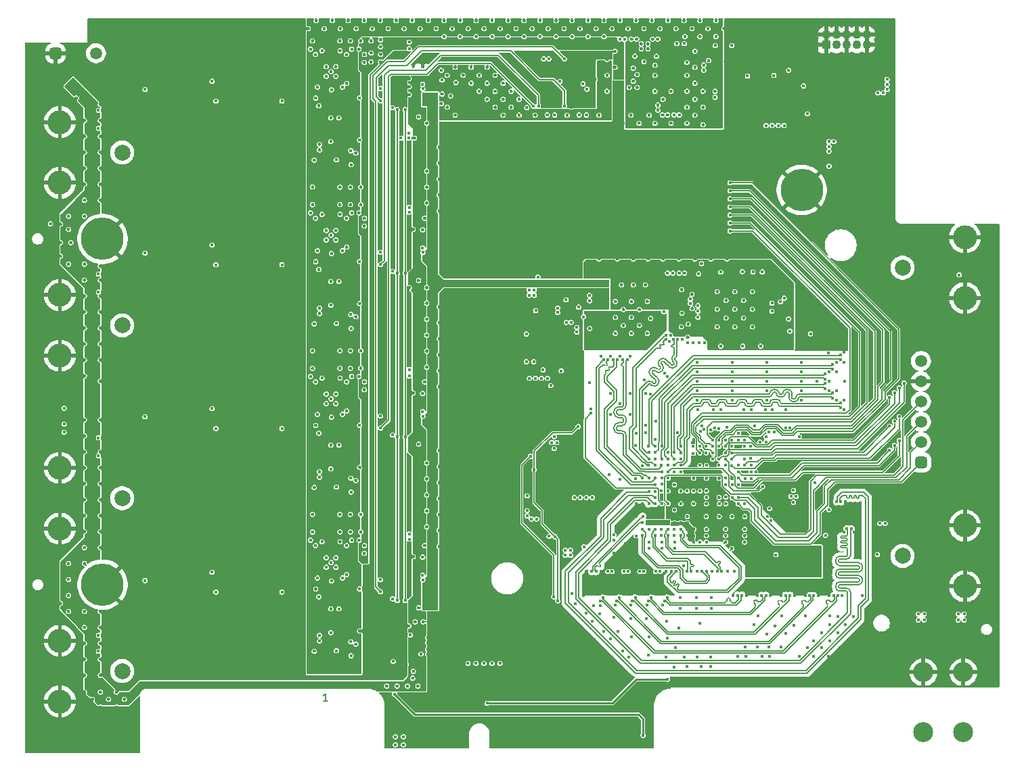
<source format=gbr>
%TF.GenerationSoftware,KiCad,Pcbnew,9.0.3*%
%TF.CreationDate,2025-09-21T22:43:26-04:00*%
%TF.ProjectId,Thunderscope_Rev5.2,5468756e-6465-4727-9363-6f70655f5265,rev?*%
%TF.SameCoordinates,Original*%
%TF.FileFunction,Copper,L4,Inr*%
%TF.FilePolarity,Positive*%
%FSLAX46Y46*%
G04 Gerber Fmt 4.6, Leading zero omitted, Abs format (unit mm)*
G04 Created by KiCad (PCBNEW 9.0.3) date 2025-09-21 22:43:26*
%MOMM*%
%LPD*%
G01*
G04 APERTURE LIST*
G04 Aperture macros list*
%AMRoundRect*
0 Rectangle with rounded corners*
0 $1 Rounding radius*
0 $2 $3 $4 $5 $6 $7 $8 $9 X,Y pos of 4 corners*
0 Add a 4 corners polygon primitive as box body*
4,1,4,$2,$3,$4,$5,$6,$7,$8,$9,$2,$3,0*
0 Add four circle primitives for the rounded corners*
1,1,$1+$1,$2,$3*
1,1,$1+$1,$4,$5*
1,1,$1+$1,$6,$7*
1,1,$1+$1,$8,$9*
0 Add four rect primitives between the rounded corners*
20,1,$1+$1,$2,$3,$4,$5,0*
20,1,$1+$1,$4,$5,$6,$7,0*
20,1,$1+$1,$6,$7,$8,$9,0*
20,1,$1+$1,$8,$9,$2,$3,0*%
G04 Aperture macros list end*
%ADD10C,0.200000*%
%TA.AperFunction,NonConductor*%
%ADD11C,0.200000*%
%TD*%
%TA.AperFunction,ComponentPad*%
%ADD12C,2.000000*%
%TD*%
%TA.AperFunction,ComponentPad*%
%ADD13C,3.000000*%
%TD*%
%TA.AperFunction,ComponentPad*%
%ADD14R,1.090000X1.090000*%
%TD*%
%TA.AperFunction,ComponentPad*%
%ADD15C,1.090000*%
%TD*%
%TA.AperFunction,ComponentPad*%
%ADD16C,2.500000*%
%TD*%
%TA.AperFunction,ComponentPad*%
%ADD17RoundRect,0.375000X-0.375000X-0.375000X0.375000X-0.375000X0.375000X0.375000X-0.375000X0.375000X0*%
%TD*%
%TA.AperFunction,ComponentPad*%
%ADD18C,1.500000*%
%TD*%
%TA.AperFunction,ComponentPad*%
%ADD19C,5.300000*%
%TD*%
%TA.AperFunction,ComponentPad*%
%ADD20RoundRect,0.375000X0.375000X-0.375000X0.375000X0.375000X-0.375000X0.375000X-0.375000X-0.375000X0*%
%TD*%
%TA.AperFunction,ViaPad*%
%ADD21C,0.406400*%
%TD*%
%TA.AperFunction,Conductor*%
%ADD22C,0.203200*%
%TD*%
%TA.AperFunction,Conductor*%
%ADD23C,0.127000*%
%TD*%
%TA.AperFunction,Conductor*%
%ADD24C,0.147890*%
%TD*%
%TA.AperFunction,Conductor*%
%ADD25C,0.254000*%
%TD*%
%TA.AperFunction,Conductor*%
%ADD26C,0.152400*%
%TD*%
G04 APERTURE END LIST*
D10*
D11*
X125194577Y-143320819D02*
X124623149Y-143320819D01*
X124908863Y-143320819D02*
X124908863Y-142320819D01*
X124908863Y-142320819D02*
X124813625Y-142463676D01*
X124813625Y-142463676D02*
X124718387Y-142558914D01*
X124718387Y-142558914D02*
X124623149Y-142606533D01*
D12*
%TO.N,/CH3/BNC_IN*%
%TO.C,J1002_3*%
X99476095Y-117878600D03*
D13*
%TO.N,GND*%
X91676095Y-121678600D03*
X91676095Y-114078600D03*
%TD*%
D12*
%TO.N,/CH2/BNC_IN*%
%TO.C,J1002_2*%
X99476095Y-96228600D03*
D13*
%TO.N,GND*%
X91676095Y-100028600D03*
X91676095Y-92428600D03*
%TD*%
D12*
%TO.N,/CH4/BNC_IN*%
%TO.C,J1002_4*%
X99476095Y-139528600D03*
D13*
%TO.N,GND*%
X91676095Y-143328600D03*
X91676095Y-135728600D03*
%TD*%
D14*
%TO.N,GND*%
%TO.C,J3*%
X187561095Y-61088600D03*
D15*
X187561095Y-59818600D03*
%TO.N,/TS-PCIe Components/REFINOUT2*%
X188831095Y-61088600D03*
%TO.N,GND*%
X188831095Y-59818600D03*
X190101095Y-61088600D03*
X190101095Y-59818600D03*
%TO.N,/TS-PCIe Components/SYNC2*%
X191371095Y-61088600D03*
%TO.N,GND*%
X191371095Y-59818600D03*
X192641095Y-61088600D03*
X192641095Y-59818600D03*
%TD*%
D12*
%TO.N,/TS-USB4 Components/SYNC1*%
%TO.C,J2*%
X197101095Y-125103600D03*
D13*
%TO.N,GND*%
X204901095Y-121303600D03*
X204901095Y-128903600D03*
%TD*%
D12*
%TO.N,/CH1/BNC_IN*%
%TO.C,J1002_1*%
X99476095Y-74578600D03*
D13*
%TO.N,GND*%
X91676095Y-78378600D03*
X91676095Y-70778600D03*
%TD*%
D16*
%TO.N,GND*%
%TO.C,J11*%
X199701095Y-147153600D03*
X204701095Y-147153600D03*
X199701095Y-139653600D03*
X204701095Y-139653600D03*
%TD*%
D12*
%TO.N,/TS-USB4 Components/REFINOUT1*%
%TO.C,J1*%
X197101095Y-89003600D03*
D13*
%TO.N,GND*%
X204901095Y-85203600D03*
X204901095Y-92803600D03*
%TD*%
D17*
%TO.N,GND*%
%TO.C,J4*%
X91111095Y-62153600D03*
D18*
%TO.N,Net-(J4-Pad2)*%
X96191095Y-62153600D03*
%TD*%
D19*
%TO.N,GND*%
%TO.C,SO2*%
X97001095Y-85403600D03*
%TD*%
D20*
%TO.N,/FPGA/TMS*%
%TO.C,J5*%
X199401095Y-113403600D03*
D18*
%TO.N,/FPGA/TDI*%
X199401095Y-110863600D03*
%TO.N,/FPGA/TDO*%
X199401095Y-108323600D03*
%TO.N,/FPGA/TCK*%
X199401095Y-105783600D03*
%TO.N,GND*%
X199401095Y-103243600D03*
%TO.N,+3V3*%
X199401095Y-100703600D03*
%TD*%
D19*
%TO.N,GND*%
%TO.C,SO1*%
X184476095Y-79278600D03*
%TD*%
%TO.N,GND*%
%TO.C,SO3*%
X97001095Y-128703600D03*
%TD*%
D21*
%TO.N,/ADC/+1V8A*%
X157926095Y-92478600D03*
X167701095Y-89678600D03*
X167251095Y-94528600D03*
X157936658Y-93138081D03*
X168351095Y-89678600D03*
%TO.N,/ADC/+1V8D*%
X167255863Y-95544072D03*
X157926095Y-95283610D03*
X157936658Y-95943091D03*
%TO.N,/VCM*%
X137336695Y-108487379D03*
X137336695Y-128987379D03*
X137336695Y-87987379D03*
X137336695Y-67487379D03*
X160126095Y-91153600D03*
%TO.N,/FPGA/MGT_TX0_N*%
X166745943Y-127047870D03*
%TO.N,/FPGA/MGT_TX0_P*%
X166212543Y-127047870D03*
%TO.N,/FPGA/MGT_TX1_N*%
X164745943Y-127047870D03*
%TO.N,/FPGA/MGT_TX1_P*%
X164212543Y-127047870D03*
%TO.N,/FPGA/MGT_TX2_N*%
X162745943Y-127047870D03*
%TO.N,/FPGA/MGT_TX2_P*%
X162212543Y-127047870D03*
%TO.N,/FPGA/MGT_TX3_N*%
X160745943Y-127047870D03*
%TO.N,/FPGA/MGT_TX3_P*%
X160212543Y-127047870D03*
%TO.N,/Clock Generator/ADC_CLK_R_P*%
X170551844Y-92935280D03*
%TO.N,/Clock Generator/ADC_CLK_R_N*%
X170551844Y-93471900D03*
%TO.N,/ACQ and FE Voltage Regs/+5V_R_PGA*%
X134351095Y-72778600D03*
%TO.N,Net-(U18H-VCCADC_0)*%
X170154535Y-116963600D03*
%TO.N,Net-(U20-FB)*%
X180176095Y-120178600D03*
%TO.N,/CH4/OPA_OUT*%
X126276095Y-136978600D03*
X126576095Y-131728600D03*
%TO.N,/TRIM_1*%
X154796106Y-68753600D03*
X131801095Y-68103600D03*
%TO.N,/TRIM_2*%
X131801095Y-88603600D03*
X151546106Y-68753600D03*
%TO.N,/TRIM_3*%
X150896106Y-68753600D03*
X131801095Y-109103600D03*
%TO.N,/TRIM_4*%
X131801095Y-129603600D03*
X154796106Y-62853600D03*
%TO.N,/CH4/PGA_BIAS*%
X131776095Y-128078600D03*
%TO.N,+2V5*%
X150426095Y-102853600D03*
X151926095Y-102853600D03*
X167731339Y-113753600D03*
X164541095Y-113783600D03*
X168951095Y-109653600D03*
X166169426Y-110553600D03*
X152676095Y-102853600D03*
X166131095Y-117028600D03*
X151176095Y-102853600D03*
X169351095Y-112953600D03*
X163721095Y-111303600D03*
%TO.N,Net-(D1000_1-K)*%
X102333605Y-66677470D03*
%TO.N,/CH4/OUT_R_N*%
X137076095Y-128098600D03*
%TO.N,/CH4/OUT_R_P*%
X137055645Y-127525600D03*
%TO.N,/FPGA/TCK*%
X167771095Y-118547769D03*
%TO.N,/FPGA/TDI*%
X175771095Y-117798800D03*
%TO.N,/FPGA/TMS*%
X176541095Y-118573600D03*
%TO.N,/FPGA/TDO*%
X176571095Y-117773600D03*
%TO.N,AGND*%
X171751095Y-116978600D03*
X170951095Y-116978600D03*
%TO.N,+3V3*%
X172534779Y-111384431D03*
X181051095Y-109617350D03*
X178076095Y-112903600D03*
X157942015Y-103373600D03*
X166931095Y-116943600D03*
X174931095Y-113773600D03*
X194901095Y-121028600D03*
X187451095Y-122528600D03*
X164771095Y-103063600D03*
X180001095Y-110817350D03*
X171501095Y-106828600D03*
X174961095Y-115363600D03*
X194251095Y-121028600D03*
X180401094Y-109617350D03*
X175761095Y-116173600D03*
X174934779Y-110584431D03*
X176591095Y-109733600D03*
X167745388Y-115377893D03*
X178151095Y-106828600D03*
X166226095Y-108228600D03*
X177356802Y-118577893D03*
X174376095Y-106803600D03*
X180001095Y-110167350D03*
X182451095Y-109053600D03*
X183026095Y-109053600D03*
%TO.N,+1V8*%
X166957395Y-116103600D03*
X150126095Y-120078600D03*
X150676095Y-120478600D03*
X172551095Y-113753600D03*
X155551095Y-124378600D03*
X155551095Y-125028600D03*
X169334779Y-114584431D03*
X151326095Y-120478600D03*
X154901095Y-124378600D03*
X154901095Y-125028600D03*
X171751095Y-113753600D03*
X174141095Y-113763600D03*
X150126095Y-119428600D03*
%TO.N,+1V2_MGT*%
X156031076Y-117788599D03*
X158281076Y-117788599D03*
X160976095Y-123128600D03*
X156781076Y-117788599D03*
X165401095Y-124133600D03*
X163769426Y-122582416D03*
X167001095Y-124133601D03*
X157531076Y-117788599D03*
X168481095Y-122513600D03*
X168567411Y-123347769D03*
X160976095Y-122453600D03*
%TO.N,+1V0*%
X182001095Y-126403600D03*
X183201095Y-126403600D03*
X170951095Y-119353600D03*
X171751095Y-118578600D03*
X170151094Y-118578600D03*
X185601095Y-126403600D03*
X183801095Y-125803600D03*
X185001095Y-125803600D03*
X171751095Y-115378600D03*
X173351095Y-120163600D03*
X173351095Y-115378599D03*
X167751095Y-116175160D03*
X182601095Y-125803600D03*
X170151095Y-115378600D03*
X174161095Y-116143600D03*
X169351095Y-117778601D03*
X174171095Y-116993600D03*
X174951093Y-120163600D03*
X184401095Y-126403600D03*
X174951094Y-120963600D03*
X186201095Y-125803600D03*
X168571095Y-118553600D03*
X176551094Y-120163600D03*
X173351095Y-118578600D03*
X170160155Y-117767526D03*
X168551095Y-116978600D03*
%TO.N,+1V0_MGT*%
X166151095Y-120953600D03*
X166967411Y-120963600D03*
X167767411Y-120953600D03*
X165351095Y-120963600D03*
%TO.N,-5V*%
X125551095Y-108403600D03*
X126151095Y-129228600D03*
X127676095Y-64678600D03*
X123501095Y-117453600D03*
X173631093Y-71333619D03*
X125951095Y-88803600D03*
X125551095Y-67403600D03*
X127676095Y-126178600D03*
X125951095Y-109303600D03*
X126151095Y-67728600D03*
X126151095Y-108728600D03*
X123501095Y-76453600D03*
X123501095Y-96953600D03*
X173631093Y-69083619D03*
X127676095Y-105678600D03*
X125551095Y-87903600D03*
X127676095Y-85178600D03*
X123501095Y-137953600D03*
X125951095Y-68303600D03*
X125551095Y-128903600D03*
X173631093Y-69833619D03*
X125951095Y-129803600D03*
X167273617Y-60368598D03*
X167923617Y-60368598D03*
X126151095Y-88228600D03*
X173631093Y-70583619D03*
%TO.N,+VBIAS*%
X129826095Y-84428600D03*
X129826095Y-104928600D03*
X161991072Y-65113621D03*
X129826095Y-125428600D03*
X129826095Y-63928600D03*
%TO.N,+3V3_PGA*%
X137226095Y-72778600D03*
X135626095Y-90578600D03*
X159626095Y-66328600D03*
X135626095Y-111078600D03*
X135626095Y-70078600D03*
X135626095Y-131578600D03*
X159626095Y-63628600D03*
X136716105Y-72778600D03*
X93051095Y-66303600D03*
%TO.N,+1V8APLL*%
X179351095Y-98828600D03*
X178384472Y-89533786D03*
X177101095Y-98828600D03*
X177051095Y-89503600D03*
X174351095Y-89553600D03*
X171501095Y-94453600D03*
X171501095Y-93756043D03*
X174351095Y-98828600D03*
X171501095Y-95203600D03*
X185576095Y-97278600D03*
%TO.N,+5V3*%
X182851095Y-64283600D03*
X195151095Y-65403600D03*
X175741075Y-61193600D03*
%TO.N,-VBIAS*%
X129176095Y-67728600D03*
X129176095Y-129228600D03*
X129176095Y-108728600D03*
X169783618Y-60938598D03*
X129176095Y-88228600D03*
%TO.N,/Front End Trim and Bias/TRIM_SCL*%
X176534779Y-113773600D03*
%TO.N,/Front End Trim and Bias/TRIM_SCL_5V*%
X152846106Y-62853600D03*
X157126095Y-65978600D03*
%TO.N,/Front End Trim and Bias/TRIM_SDA*%
X178171095Y-113743600D03*
%TO.N,/Front End Trim and Bias/TRIM_SDA_5V*%
X152196106Y-62853600D03*
X157626095Y-66628600D03*
%TO.N,Net-(D1000_2-K)*%
X102333605Y-87177470D03*
%TO.N,Net-(D1000_3-K)*%
X102333605Y-107677470D03*
%TO.N,Net-(D1000_4-K)*%
X102333605Y-128177470D03*
%TO.N,/ADC/ADC_CSn*%
X155001095Y-93028600D03*
X177334779Y-110563600D03*
%TO.N,/ADC/ADC_RSTn*%
X156576095Y-93953600D03*
%TO.N,/ADC/ADC_PD*%
X157201095Y-95153600D03*
%TO.N,/FPGA/MGT_RX0_N*%
X174437048Y-127032880D03*
X167741095Y-122553600D03*
%TO.N,/FPGA/MGT_RX0_P*%
X167738595Y-121753600D03*
X173903648Y-127032880D03*
%TO.N,/FPGA/MGT_RX1_N*%
X164528595Y-122553600D03*
X172537048Y-127032880D03*
%TO.N,/FPGA/MGT_RX1_P*%
X172003648Y-127032880D03*
X164538595Y-121753600D03*
%TO.N,/FPGA/MGT_RX2_N*%
X170645943Y-127032880D03*
X166121095Y-122546100D03*
%TO.N,/FPGA/MGT_RX2_P*%
X170112543Y-127032880D03*
X166138595Y-121753600D03*
%TO.N,/FPGA/MGT_RX3_N*%
X168745943Y-127032880D03*
X169338595Y-122536100D03*
%TO.N,/FPGA/MGT_RX3_P*%
X169338595Y-121743600D03*
X168212543Y-127032880D03*
%TO.N,Net-(U7-RSTN)*%
X179551095Y-89528600D03*
%TO.N,/Clock Generator/PLL_RSTn*%
X196676095Y-110653600D03*
X174934779Y-112984431D03*
%TO.N,/FPGA/FPGA IO Banks/PLL_SCL*%
X181826095Y-93278600D03*
X195476095Y-111853600D03*
X176541295Y-114577600D03*
%TO.N,/FPGA/FPGA IO Banks/PLL_SDA*%
X182301095Y-92828600D03*
X176561095Y-115373600D03*
X196076095Y-111253600D03*
%TO.N,+1V8_ACQ*%
X171626095Y-98428600D03*
X172326095Y-98428600D03*
X156336084Y-97078600D03*
X156336084Y-96478600D03*
X155031076Y-95838599D03*
X155631076Y-95838599D03*
X170926095Y-98428600D03*
%TO.N,/Clock Generator/AC0*%
X180751095Y-93453600D03*
%TO.N,/Clock Generator/TEST*%
X180751095Y-94453600D03*
%TO.N,Net-(U18D-INIT_B_0)*%
X176599138Y-116165557D03*
%TO.N,Net-(U18D-PROGRAM_B_0)*%
X174967395Y-116156004D03*
%TO.N,/TERM_1*%
X175501095Y-80378600D03*
X173334779Y-112984431D03*
%TO.N,/TERM_2*%
X175501095Y-84403600D03*
X171731095Y-112201200D03*
%TO.N,/TERM_3*%
X171789883Y-109509900D03*
%TO.N,/TERM_4*%
X178719557Y-114578838D03*
%TO.N,/ATTEN_1*%
X175501095Y-79378600D03*
X174134779Y-110584431D03*
%TO.N,/ATTEN_2*%
X175501095Y-82403600D03*
X173334779Y-111384431D03*
%TO.N,/ATTEN_3*%
X172273578Y-109285050D03*
%TO.N,/ATTEN_4*%
X178171095Y-115413600D03*
%TO.N,/PGA_CSn_1*%
X133301095Y-68963600D03*
X174934779Y-111384431D03*
X195476095Y-105253600D03*
%TO.N,/PGA_CSn_2*%
X133301095Y-89463600D03*
X173334779Y-110584431D03*
X175501095Y-81403600D03*
%TO.N,/PGA_CSn_3*%
X175734779Y-110584431D03*
X133301095Y-109963600D03*
%TO.N,/PGA_CSn_4*%
X177371095Y-115383600D03*
X133301095Y-130463600D03*
%TO.N,/CH4/BUF_R_BIAS*%
X125649385Y-128226890D03*
%TO.N,/DC_CPL_1*%
X175501095Y-78378600D03*
X125576095Y-73203600D03*
X174134779Y-111384431D03*
%TO.N,/DC_CPL_2*%
X173334779Y-112184431D03*
X175501095Y-83403600D03*
X125576095Y-93703600D03*
%TO.N,/DC_CPL_3*%
X174144695Y-109200212D03*
X125576095Y-114203600D03*
%TO.N,/DC_CPL_4*%
X178151183Y-114585200D03*
X125576095Y-134703600D03*
%TO.N,/ADC/ADC_SDATA*%
X153951095Y-94053600D03*
X175734779Y-111384431D03*
%TO.N,/ADC/ADC_SCLK*%
X177331095Y-111383600D03*
X153951095Y-94608403D03*
%TO.N,GND*%
X113701095Y-89383600D03*
X150266100Y-110153599D03*
X206126095Y-90903600D03*
X133626095Y-133878600D03*
X140126095Y-120903600D03*
X166951095Y-117763600D03*
X171301095Y-130353600D03*
X113081095Y-75266100D03*
X192126095Y-86903600D03*
X108301105Y-90578600D03*
X170126095Y-68903600D03*
X195391095Y-122873600D03*
X156726095Y-141753600D03*
X166932764Y-121753600D03*
X126715705Y-140403600D03*
X152556076Y-123343599D03*
X188126095Y-80903600D03*
X99751096Y-79553600D03*
X162911073Y-66428600D03*
X122031095Y-122103590D03*
X104049095Y-84103600D03*
X101451095Y-69753590D03*
X144126095Y-76903600D03*
X89751095Y-83253600D03*
X148326095Y-88903600D03*
X144926095Y-121903600D03*
X164401070Y-60943600D03*
X205126095Y-89903600D03*
X185976095Y-137728600D03*
X146126095Y-116903600D03*
X192126095Y-90903600D03*
X90251095Y-105553600D03*
X130615705Y-118403600D03*
X96751095Y-124053600D03*
X155751074Y-60053600D03*
X131126095Y-134353600D03*
X170151095Y-114553600D03*
X179126095Y-75903600D03*
X134376095Y-120653600D03*
X139501095Y-67253600D03*
X145126095Y-117903600D03*
X144326095Y-88903600D03*
X89751095Y-133053600D03*
X158126095Y-68728600D03*
X106751050Y-59053600D03*
X158626095Y-65403600D03*
X207126095Y-115903600D03*
X105926085Y-106103600D03*
X193026095Y-87803600D03*
X163126095Y-71903600D03*
X91751096Y-85853620D03*
X92751096Y-94553600D03*
X113511095Y-104623600D03*
X159426095Y-85903600D03*
X156126095Y-84903600D03*
X146751070Y-59053600D03*
X177201095Y-106828600D03*
X138126095Y-133353600D03*
X152076095Y-114203600D03*
X174134779Y-112184431D03*
X114051095Y-122963600D03*
X194376095Y-70903600D03*
X98751096Y-98553600D03*
X108091095Y-73828600D03*
X115381095Y-61523600D03*
X131801095Y-124728600D03*
X99751096Y-143053600D03*
X165248619Y-60943598D03*
X153076095Y-138503600D03*
X141126095Y-99903600D03*
X200413413Y-124229630D03*
X142126095Y-141353600D03*
X111876095Y-82603382D03*
X92401095Y-64753600D03*
X108781095Y-81103590D03*
X89501095Y-115053600D03*
X92751095Y-126053600D03*
X208751095Y-126803600D03*
X103701095Y-118366100D03*
X147326095Y-121903600D03*
X180552598Y-130051806D03*
X91751095Y-75753600D03*
X137051095Y-104753600D03*
X134376095Y-86828600D03*
X202501095Y-103503600D03*
X158526095Y-142053600D03*
X166921095Y-122549707D03*
X186126095Y-72903600D03*
X148126095Y-78903600D03*
X142126095Y-72903600D03*
X105876115Y-93203600D03*
X105876115Y-115928600D03*
X150776095Y-129903600D03*
X194026095Y-117528600D03*
X125001095Y-63828590D03*
X202126095Y-86903600D03*
X126713695Y-101598380D03*
X133376095Y-111653600D03*
X90512500Y-87292196D03*
X184426095Y-94253600D03*
X100401095Y-136703600D03*
X139151096Y-135978600D03*
X97751046Y-58053600D03*
X168863629Y-60938598D03*
X108886115Y-87471700D03*
X146126095Y-133353600D03*
X153291095Y-107353600D03*
X94751095Y-120053600D03*
X104051095Y-140403600D03*
X99751095Y-103053600D03*
X92751095Y-140053600D03*
X123283705Y-99398390D03*
X196126095Y-84903600D03*
X120141005Y-105103600D03*
X139151096Y-135328600D03*
X120783695Y-78898390D03*
X166473619Y-60368598D03*
X182476095Y-106828600D03*
X111581085Y-77466100D03*
X133286485Y-71803600D03*
X159344387Y-100127183D03*
X147026095Y-73903600D03*
X169126095Y-79903600D03*
X159926095Y-84903600D03*
X166126095Y-66903600D03*
X173101095Y-137753600D03*
X99751095Y-99403600D03*
X89751095Y-89553600D03*
X171376095Y-127032880D03*
X140126095Y-64903600D03*
X107521095Y-127753600D03*
X130611095Y-90253590D03*
X145326095Y-83903600D03*
X179126095Y-77903600D03*
X160926095Y-85880615D03*
X145126095Y-65903600D03*
X188126095Y-88903600D03*
X89751095Y-125053600D03*
X182126095Y-74903600D03*
X173267200Y-127032880D03*
X135651095Y-148753600D03*
X163767411Y-118547769D03*
X208751095Y-140803600D03*
X151026095Y-77903600D03*
X120781095Y-122103590D03*
X207126095Y-87903600D03*
X102826105Y-77378600D03*
X133376095Y-117653600D03*
X92751096Y-96553600D03*
X126201095Y-85528590D03*
X137576095Y-99453600D03*
X153501095Y-62853600D03*
X190126095Y-82903600D03*
X117581125Y-77466100D03*
X163169145Y-95228600D03*
X157176095Y-130103600D03*
X105926085Y-126603600D03*
X91751095Y-87553600D03*
X178126095Y-68903600D03*
X119751095Y-130163600D03*
X161126095Y-69903600D03*
X96751096Y-96553600D03*
X123281105Y-101603590D03*
X106501085Y-118366100D03*
X129313695Y-81098380D03*
X117821015Y-108616100D03*
X99751095Y-121053600D03*
X133286485Y-74303600D03*
X160726095Y-137753600D03*
X187909592Y-130051806D03*
X199148682Y-117503600D03*
X89501095Y-69803600D03*
X113081095Y-95766100D03*
X117283705Y-78898390D03*
X191126095Y-87903600D03*
X116971095Y-125123600D03*
X153331076Y-120578599D03*
X173101095Y-139003600D03*
X144326095Y-124903600D03*
X117621095Y-127933600D03*
X206826095Y-97353600D03*
X131726095Y-75103600D03*
X142326095Y-126903600D03*
X200126095Y-90903600D03*
X188126095Y-94903600D03*
X99751095Y-123053600D03*
X126715705Y-78903600D03*
X140126095Y-114903600D03*
X182126095Y-88903600D03*
X91751095Y-95553600D03*
X170176095Y-120963600D03*
X116031095Y-60603590D03*
X115986125Y-92028610D03*
X115851095Y-63623600D03*
X193476095Y-120278600D03*
X104376105Y-70503600D03*
X172126095Y-82903600D03*
X102749095Y-82598380D03*
X112361095Y-126453600D03*
X150126095Y-126903600D03*
X133376095Y-97353600D03*
X115851095Y-126453600D03*
X116351095Y-81963600D03*
X96751096Y-76553600D03*
X100751098Y-144053600D03*
X172551096Y-118578600D03*
X164401070Y-61593600D03*
X159226095Y-136753600D03*
X106651105Y-112578600D03*
X106961095Y-70103600D03*
X115851095Y-105953600D03*
X114731095Y-84123600D03*
X206413413Y-132229630D03*
X131726095Y-76603600D03*
X185751089Y-60053600D03*
X107401095Y-62483600D03*
X199413413Y-129429630D03*
X151126095Y-132353600D03*
X124151095Y-74253600D03*
X108091095Y-114828600D03*
X106501085Y-97866100D03*
X107376125Y-113703600D03*
X109551095Y-129603600D03*
X106961095Y-131603600D03*
X180091095Y-100828600D03*
X148126095Y-98903600D03*
X118981095Y-87583600D03*
X170951095Y-118553600D03*
X170126095Y-66903600D03*
X192276095Y-133628600D03*
X153006076Y-99003599D03*
X174151095Y-115378600D03*
X154126095Y-78903600D03*
X114581105Y-118466100D03*
X165126095Y-73903600D03*
X192026095Y-82903600D03*
X177358597Y-120176100D03*
X107521095Y-66253600D03*
X98751095Y-114053600D03*
X136551095Y-90604200D03*
X108901095Y-123988602D03*
X121426095Y-62303600D03*
X164126095Y-72903600D03*
X191051095Y-106328600D03*
X201413413Y-123229630D03*
X174138595Y-117766100D03*
X147126095Y-67903600D03*
X98751096Y-76553600D03*
X171126095Y-79903600D03*
X208751095Y-86803600D03*
X184126095Y-82903600D03*
X188126095Y-82903600D03*
X109751052Y-58053600D03*
X104251095Y-139477480D03*
X134376095Y-116653600D03*
X194126095Y-98903600D03*
X114731095Y-105953600D03*
X149126095Y-89903600D03*
X96751095Y-136053600D03*
X132376095Y-114653600D03*
X91751095Y-140653600D03*
X194751094Y-61053600D03*
X136751065Y-59053600D03*
X120783695Y-140398390D03*
X120141085Y-76291100D03*
X129101105Y-102628590D03*
X151026095Y-145653600D03*
X118651095Y-90841100D03*
X148126095Y-106903600D03*
X179126095Y-71903600D03*
X152126095Y-72903600D03*
X110121095Y-134213600D03*
X110176095Y-63603600D03*
X168676095Y-136553600D03*
X191751093Y-58053600D03*
X88751095Y-98553600D03*
X128013695Y-101598380D03*
X88751095Y-96553600D03*
X107521095Y-126591100D03*
X143026095Y-87903600D03*
X180126095Y-86903600D03*
X146326095Y-122903600D03*
X126201095Y-125328590D03*
X147126095Y-63903600D03*
X161326095Y-83903600D03*
X156751075Y-59053600D03*
X91751095Y-67753600D03*
X114731095Y-82613600D03*
X164326095Y-82903600D03*
X110033695Y-119898390D03*
X147026095Y-83903600D03*
X137701095Y-137428600D03*
X120651095Y-74878600D03*
X145126095Y-79903600D03*
X94751096Y-82553600D03*
X94751095Y-116053600D03*
X155576095Y-138503600D03*
X141126095Y-97903600D03*
X207626095Y-139803600D03*
X128701095Y-115653600D03*
X111051095Y-84198600D03*
X123676095Y-88253600D03*
X133926095Y-143553600D03*
X131726095Y-111653600D03*
X187126095Y-73903600D03*
X97751096Y-91553600D03*
X126726095Y-82328600D03*
X115356095Y-135641100D03*
X87751095Y-81753600D03*
X208753000Y-133303600D03*
X114783695Y-99398390D03*
X171126095Y-73903600D03*
X149026095Y-85903600D03*
X147126095Y-130103600D03*
X188126095Y-78903600D03*
X98751045Y-61053601D03*
X98751095Y-110053600D03*
X130611095Y-132503600D03*
X100023887Y-69853600D03*
X191926095Y-76903600D03*
X175761095Y-102028600D03*
X95751099Y-149053600D03*
X94751095Y-138053600D03*
X92751095Y-138053600D03*
X201413413Y-131229630D03*
X94751096Y-70553600D03*
X146026095Y-72903600D03*
X130611095Y-71003600D03*
X133376095Y-65328600D03*
X170126095Y-70903600D03*
X115871105Y-67118600D03*
X120141085Y-117291100D03*
X185126095Y-60903600D03*
X152326095Y-76903600D03*
X127551095Y-65928600D03*
X113081095Y-136766100D03*
X149126095Y-71903600D03*
X142126095Y-96903600D03*
X200551095Y-109603600D03*
X170126095Y-64903600D03*
X145751070Y-58053600D03*
X133751064Y-58053600D03*
X148126095Y-108903600D03*
X117581125Y-136766100D03*
X139401095Y-68453600D03*
X135815705Y-140403600D03*
X165361095Y-121763600D03*
X123501095Y-75528600D03*
X162976095Y-107398600D03*
X106961095Y-90603600D03*
X98251095Y-64253600D03*
X104331115Y-126616100D03*
X132926095Y-134553600D03*
X126726095Y-102828600D03*
X91751095Y-119053600D03*
X91751095Y-83553600D03*
X160576095Y-104728600D03*
X184826095Y-89603600D03*
X130615705Y-119903600D03*
X178126095Y-74903600D03*
X140051095Y-139953600D03*
X155626095Y-65903600D03*
X113701095Y-68883600D03*
X117501095Y-93353600D03*
X155126095Y-81903600D03*
X154126095Y-72903600D03*
X184431095Y-103228600D03*
X152326095Y-137453600D03*
X122001095Y-90028600D03*
X193476095Y-123103600D03*
X140901095Y-147753600D03*
X117001095Y-123613600D03*
X118596065Y-72841100D03*
X197276095Y-102853600D03*
X151126095Y-63903600D03*
X195851095Y-62053600D03*
X192476095Y-134728600D03*
X174921095Y-63178600D03*
X141126095Y-111903600D03*
X169126095Y-77903600D03*
X109726095Y-123603382D03*
X137051095Y-125253600D03*
X151751073Y-58053600D03*
X161126095Y-71903600D03*
X156326095Y-133453600D03*
X196076095Y-110653600D03*
X113081095Y-116266100D03*
X102876095Y-113703600D03*
X172226095Y-63618600D03*
X118981095Y-126623600D03*
X163611095Y-62513600D03*
X135376095Y-127828600D03*
X139126095Y-75903600D03*
X119681095Y-106773600D03*
X201413413Y-127229630D03*
X120141085Y-137791100D03*
X184751089Y-59053600D03*
X90751095Y-138053600D03*
X87751095Y-129703600D03*
X131726095Y-113653600D03*
X160526095Y-135503600D03*
X164126095Y-74903600D03*
X115621095Y-132163600D03*
X177126095Y-73903600D03*
X110301095Y-126573600D03*
X135376095Y-79853600D03*
X192026095Y-78903600D03*
X104049095Y-62098380D03*
X176126095Y-76903600D03*
X108876105Y-115938610D03*
X187879295Y-102028924D03*
X91751095Y-65753600D03*
X132126095Y-135353600D03*
X195126095Y-99903600D03*
X89551095Y-61753600D03*
X117581125Y-97966100D03*
X101451095Y-149053600D03*
X89501095Y-77753600D03*
X194376095Y-82903600D03*
X101475276Y-147048212D03*
X88751095Y-94553600D03*
X152126095Y-84903600D03*
X207126095Y-107903600D03*
X112361095Y-85453600D03*
X111581085Y-134541100D03*
X147326095Y-81903600D03*
X182526095Y-134803600D03*
X116971095Y-126453600D03*
X155326095Y-134453600D03*
X144126095Y-102903600D03*
X189126095Y-95903600D03*
X116991095Y-89263600D03*
X119176095Y-118466100D03*
X189126095Y-89903600D03*
X187976095Y-135728600D03*
X189026095Y-91803600D03*
X134376095Y-98353600D03*
X201126095Y-91903600D03*
X90751095Y-88553600D03*
X187126095Y-65903600D03*
X90751095Y-140053600D03*
X103701095Y-138866100D03*
X182751088Y-59053600D03*
X148126095Y-68903600D03*
X194376095Y-80903600D03*
X183526095Y-133803600D03*
X154751074Y-59053600D03*
X146126095Y-108903600D03*
X90751095Y-145653600D03*
X191276095Y-116428600D03*
X161776095Y-106013600D03*
X115986125Y-133028610D03*
X198526095Y-124103600D03*
X120141005Y-125603600D03*
X105951085Y-77977480D03*
X172541095Y-123373601D03*
X163126095Y-73903600D03*
X167476095Y-127047870D03*
X131776095Y-87853600D03*
X192026095Y-88803600D03*
X105101095Y-139477480D03*
X129776105Y-103303590D03*
X118321095Y-65123600D03*
X93751095Y-144653600D03*
X160555777Y-100127183D03*
X130615705Y-135753600D03*
X174941095Y-123353600D03*
X163226095Y-77903600D03*
X98751095Y-106053600D03*
X115986125Y-93028610D03*
X88751095Y-104553600D03*
X117821015Y-129116100D03*
X104051095Y-78903600D03*
X196076095Y-114203600D03*
X208751095Y-128803600D03*
X114581105Y-134541100D03*
X135376095Y-65328600D03*
X132376095Y-112653600D03*
X187226095Y-129153600D03*
X101451095Y-138903600D03*
X120783695Y-99398390D03*
X175126095Y-75903600D03*
X137576095Y-115453600D03*
X111581085Y-136766100D03*
X185126095Y-83903600D03*
X161626095Y-143378600D03*
X207326095Y-119903600D03*
X130613695Y-122098380D03*
X111221095Y-67203600D03*
X175901095Y-69903600D03*
X112311095Y-108073600D03*
X108781095Y-60603590D03*
X162126095Y-70903600D03*
X166483597Y-68638600D03*
X191126095Y-95903600D03*
X153126095Y-81903600D03*
X87751095Y-69753600D03*
X103551095Y-76253600D03*
X167126095Y-77903600D03*
X156026095Y-144503600D03*
X111281105Y-101603590D03*
X118981095Y-67083600D03*
X188626095Y-123153600D03*
X105101095Y-118977480D03*
X89751095Y-79553600D03*
X199308587Y-122429630D03*
X104376105Y-74928600D03*
X121443955Y-104285740D03*
X140901095Y-143353600D03*
X113081095Y-73041100D03*
X172126095Y-66903600D03*
X187126095Y-83903600D03*
X106651105Y-135303600D03*
X180191100Y-118392349D03*
X106651105Y-73803600D03*
X199887515Y-120954234D03*
X131801095Y-81828600D03*
X197951095Y-103888600D03*
X165169145Y-93228600D03*
X105951085Y-98477480D03*
X87751095Y-67753600D03*
X185826095Y-88603600D03*
X143126095Y-65903600D03*
X108751051Y-59053600D03*
X208751095Y-84803600D03*
X204576095Y-108303600D03*
X102749095Y-60598380D03*
X188976095Y-134728600D03*
X142751068Y-59053600D03*
X203413413Y-123229630D03*
X190026095Y-90803600D03*
X208751095Y-104803600D03*
X140126095Y-116903600D03*
X141126095Y-79903600D03*
X87751095Y-73753600D03*
X145126095Y-101903600D03*
X110576095Y-103103382D03*
X105151095Y-94303600D03*
X99751096Y-91553600D03*
X97751096Y-97553600D03*
X186976095Y-134728600D03*
X155626095Y-67403600D03*
X96751096Y-98553600D03*
X155026095Y-132253600D03*
X114581105Y-114041100D03*
X158681076Y-119628599D03*
X140301096Y-135978600D03*
X207126095Y-89903600D03*
X162169145Y-96228600D03*
X110081075Y-118466100D03*
X141126095Y-95903600D03*
X188626095Y-121903600D03*
X175761095Y-105628600D03*
X131726095Y-77903600D03*
X122031095Y-60603590D03*
X111051095Y-63698600D03*
X135376095Y-126828600D03*
X92751095Y-130053600D03*
X115291095Y-127223600D03*
X184851095Y-97253600D03*
X147126095Y-79903600D03*
X137051095Y-63753600D03*
X140126095Y-102903600D03*
X183751088Y-60053600D03*
X191726095Y-118528600D03*
X180091095Y-104428600D03*
X96751095Y-116053600D03*
X90751095Y-124053600D03*
X115851095Y-64953600D03*
X117326105Y-90053590D03*
X114581105Y-136766100D03*
X107401095Y-82983600D03*
X184126095Y-84903600D03*
X138351095Y-135328600D03*
X118981095Y-65123600D03*
X130615705Y-97903600D03*
X170163595Y-120166100D03*
X163401071Y-64003600D03*
X139126095Y-95903600D03*
X101451095Y-110753590D03*
X115381095Y-123023600D03*
X169126095Y-71903600D03*
X177126095Y-72103600D03*
X141751068Y-58053600D03*
X160126095Y-62903600D03*
X150901095Y-123578600D03*
X189126095Y-77903600D03*
X122101095Y-123128600D03*
X102826105Y-118378600D03*
X199126095Y-96078600D03*
X113081095Y-97966100D03*
X96751096Y-100553600D03*
X184126095Y-86903600D03*
X145701095Y-148753600D03*
X192011095Y-130103600D03*
X94751095Y-132053600D03*
X128013695Y-122098380D03*
X134376095Y-118653600D03*
X139381665Y-85987320D03*
X142126095Y-74903600D03*
X130615705Y-78903600D03*
X134501095Y-133878600D03*
X162126095Y-74903600D03*
X154026095Y-147053600D03*
X184431095Y-100828600D03*
X119751095Y-89163600D03*
X155126095Y-75903600D03*
X108886115Y-128471700D03*
X98751095Y-104053600D03*
X144126095Y-64903600D03*
X175126095Y-72103600D03*
X91751095Y-133053600D03*
X175751084Y-60053600D03*
X159476095Y-127047870D03*
X105926085Y-65103600D03*
X114051095Y-102463600D03*
X141126095Y-63903600D03*
X95701095Y-66953600D03*
X109551095Y-109103600D03*
X117283705Y-119898390D03*
X189801095Y-65178600D03*
X113511095Y-63623600D03*
X161726095Y-115503600D03*
X146126095Y-104903600D03*
X176956072Y-66093599D03*
X110031095Y-60603590D03*
X101449095Y-125098380D03*
X139381665Y-84787320D03*
X191976095Y-136728600D03*
X204576095Y-115803600D03*
X134376095Y-108328600D03*
X166963971Y-119363600D03*
X168126095Y-80903600D03*
X158681076Y-120953599D03*
X188829295Y-100832599D03*
X133865705Y-141403600D03*
X90512500Y-130592196D03*
X135376095Y-128828600D03*
X136401095Y-147753600D03*
X88751095Y-76753600D03*
X142126095Y-112903600D03*
X120781095Y-81103590D03*
X110601095Y-117303600D03*
X168751081Y-59053600D03*
X169751082Y-58053600D03*
X184326095Y-98399601D03*
X137576095Y-101453600D03*
X144126095Y-94903600D03*
X139126095Y-77903600D03*
X197571269Y-119803600D03*
X148026095Y-143003600D03*
X175167200Y-127032880D03*
X148126095Y-94903600D03*
X113856085Y-115141100D03*
X129776105Y-62303590D03*
X142126095Y-116903600D03*
X157951095Y-96603600D03*
X194851095Y-116428600D03*
X173201095Y-131703600D03*
X163426095Y-87903600D03*
X122001095Y-131028600D03*
X109116025Y-85578600D03*
X173751084Y-58053600D03*
X194151095Y-112478600D03*
X119176095Y-75253600D03*
X111751053Y-58053600D03*
X163836118Y-129837363D03*
X146326095Y-82903600D03*
X148776095Y-131903600D03*
X92751096Y-82553600D03*
X114751054Y-59053600D03*
X135376095Y-115653600D03*
X173908095Y-96403590D03*
X135326095Y-133878600D03*
X105349095Y-123598380D03*
X196676095Y-103453600D03*
X156176095Y-148453600D03*
X208751095Y-100803600D03*
X101451095Y-89003590D03*
X108926085Y-93203600D03*
X153126095Y-75903600D03*
X130613695Y-123598380D03*
X170776095Y-94128600D03*
X169524208Y-98003600D03*
X115381095Y-82023600D03*
X136126095Y-133353600D03*
X122001105Y-71913610D03*
X98601095Y-67753600D03*
X112751053Y-59053600D03*
X144126095Y-72903600D03*
X188976095Y-132728600D03*
X90751095Y-80553600D03*
X111581085Y-114041100D03*
X170226095Y-98428600D03*
X201413413Y-125229630D03*
X187926095Y-90703600D03*
X90751095Y-102553600D03*
X197078508Y-116420227D03*
X142126095Y-64903600D03*
X105151095Y-92078600D03*
X197701095Y-117503600D03*
X151126095Y-134353600D03*
X115621095Y-91163600D03*
X150076095Y-141503600D03*
X101449095Y-122098380D03*
X155726095Y-129853600D03*
X145126095Y-131903600D03*
X199413413Y-131229630D03*
X102751095Y-119903600D03*
X175008045Y-93103590D03*
X116351095Y-61463600D03*
X105876115Y-95428600D03*
X89751095Y-101553600D03*
X92751095Y-124053600D03*
X89751095Y-87553600D03*
X181126095Y-73903600D03*
X177126095Y-83903600D03*
X191476095Y-109528600D03*
X198126095Y-84903600D03*
X163926095Y-80903600D03*
X167676095Y-135403600D03*
X176476095Y-137731100D03*
X194413413Y-132229630D03*
X171126095Y-69903600D03*
X143126095Y-113903600D03*
X135376095Y-86828600D03*
X143126095Y-107903600D03*
X181909592Y-130053600D03*
X189126095Y-79903600D03*
X195476095Y-111253600D03*
X139381665Y-64287320D03*
X192751095Y-114203600D03*
X154951095Y-109203600D03*
X128751061Y-59053600D03*
X116971095Y-104623600D03*
X149731095Y-101423600D03*
X187879295Y-103228276D03*
X142126095Y-94903600D03*
X168601095Y-124133601D03*
X162051095Y-137053600D03*
X131726095Y-115653600D03*
X124076095Y-130228600D03*
X180126095Y-134903600D03*
X173401095Y-106828600D03*
X94751095Y-126053600D03*
X139126095Y-111903600D03*
X147126095Y-125703600D03*
X157526095Y-143053600D03*
X173126095Y-83903600D03*
X122001105Y-112913610D03*
X178126095Y-78903600D03*
X141126095Y-129903600D03*
X174126095Y-76903600D03*
X117321095Y-70553600D03*
X96751096Y-74553600D03*
X175231072Y-64418599D03*
X172551095Y-115378600D03*
X188151095Y-62203600D03*
X171431095Y-105628600D03*
X131726095Y-93353600D03*
X190976095Y-137728600D03*
X172126095Y-68903600D03*
X143126095Y-77903600D03*
X94751096Y-74553600D03*
X157482391Y-127047870D03*
X196413413Y-130229630D03*
X146126095Y-134353600D03*
X200551095Y-112138600D03*
X180091095Y-105628600D03*
X174991095Y-118553600D03*
X172126095Y-78903600D03*
X165126095Y-75903600D03*
X207126095Y-91903600D03*
X141126095Y-121903600D03*
X183751089Y-58053600D03*
X169126095Y-83903600D03*
X129315705Y-140403600D03*
X87751095Y-95553600D03*
X139126095Y-123903600D03*
X94751096Y-88553600D03*
X191476095Y-135728600D03*
X130613695Y-104228600D03*
X105101095Y-98477480D03*
X107751051Y-58053600D03*
X179490228Y-137731100D03*
X97751098Y-145053600D03*
X179126095Y-73903600D03*
X152126095Y-74903600D03*
X87751095Y-149503600D03*
X186552598Y-130053600D03*
X149076095Y-142503600D03*
X135876095Y-125203600D03*
X168126095Y-84903600D03*
X146026095Y-84903600D03*
X140126095Y-92903600D03*
X158681076Y-122278599D03*
X103551095Y-117253600D03*
X184901095Y-115092350D03*
X115291095Y-86223600D03*
X96751095Y-112053600D03*
X155681095Y-120953600D03*
X122101095Y-82128600D03*
X159126095Y-69903600D03*
X164126095Y-76903600D03*
X202126095Y-90903600D03*
X183126095Y-87903600D03*
X197951095Y-101348600D03*
X150026095Y-137253600D03*
X159726095Y-138753600D03*
X111071095Y-130193600D03*
X169126095Y-85903600D03*
X157126095Y-79903600D03*
X108783695Y-99398390D03*
X176108045Y-94203590D03*
X89501095Y-135053600D03*
X194376095Y-78903600D03*
X137576095Y-95453600D03*
X91751095Y-105553600D03*
X151651095Y-148753600D03*
X207176095Y-111853600D03*
X165126095Y-77903600D03*
X107401095Y-123343600D03*
X110576095Y-123603382D03*
X135376095Y-87828600D03*
X111581085Y-73041100D03*
X104376105Y-136428600D03*
X137576095Y-117453600D03*
X133376095Y-126828600D03*
X167126095Y-75903600D03*
X113561095Y-128573600D03*
X195544754Y-121004115D03*
X196701095Y-113124601D03*
X184901095Y-115942350D03*
X169476095Y-91753600D03*
X144126095Y-134353600D03*
X87751095Y-147053600D03*
X110081075Y-97966100D03*
X137751066Y-58053600D03*
X134376095Y-78853600D03*
X184526095Y-92503600D03*
X104051095Y-119903600D03*
X119106095Y-112091100D03*
X134376095Y-65328600D03*
X144126095Y-145653600D03*
X133326095Y-79853600D03*
X131801095Y-104228600D03*
X158101095Y-106678600D03*
X97751095Y-135053600D03*
X151076095Y-140503600D03*
X154576095Y-139503600D03*
X88751095Y-92553600D03*
X112361095Y-64953600D03*
X144126095Y-143353600D03*
X182651095Y-68028600D03*
X192126095Y-92903600D03*
X90751095Y-66553600D03*
X158026095Y-147053600D03*
X144751069Y-59053600D03*
X196126095Y-94903600D03*
X199901095Y-116386973D03*
X135376095Y-95353600D03*
X111051095Y-125198600D03*
X171126095Y-85903600D03*
X172226095Y-64268600D03*
X179126095Y-63903600D03*
X163116072Y-131269837D03*
X128701095Y-136153600D03*
X146126095Y-64903600D03*
X127551095Y-106928600D03*
X185726095Y-129153600D03*
X189651095Y-116428600D03*
X195851095Y-58053600D03*
X148126095Y-110903600D03*
X156076095Y-135503600D03*
X110031095Y-81103590D03*
X156026095Y-143053600D03*
X90751095Y-73053600D03*
X109201095Y-104603600D03*
X160126095Y-76903600D03*
X154101095Y-120953600D03*
X165576095Y-95353600D03*
X160026095Y-147053600D03*
X148126095Y-64903600D03*
X120141005Y-88353600D03*
X192601095Y-111153600D03*
X133215705Y-140403600D03*
X160626095Y-144378600D03*
X160126095Y-74903600D03*
X119681095Y-65773600D03*
X108901095Y-123348602D03*
X178308095Y-94203590D03*
X175126095Y-85903600D03*
X130613695Y-83728600D03*
X92751096Y-68553600D03*
X194126095Y-100903600D03*
X208751095Y-108803600D03*
X137576095Y-119453600D03*
X130611095Y-130003580D03*
X176956072Y-66743599D03*
X171751083Y-58053600D03*
X104251095Y-98477480D03*
X99751045Y-62053601D03*
X87749134Y-132256334D03*
X89401095Y-143053600D03*
X101449095Y-106098380D03*
X165276095Y-83903600D03*
X146026095Y-88903600D03*
X88751095Y-100553600D03*
X171431095Y-102028600D03*
X153126095Y-73903600D03*
X208751095Y-112803600D03*
X115621095Y-70663600D03*
X162751078Y-59053600D03*
X139151095Y-139343600D03*
X98751096Y-90553600D03*
X87751095Y-79753600D03*
X203413413Y-127229630D03*
X204576095Y-103803600D03*
X117621095Y-66433600D03*
X142326095Y-106903600D03*
X112381095Y-104688600D03*
X89751095Y-111053600D03*
X195851095Y-64053600D03*
X111581085Y-118466100D03*
X109881096Y-128713600D03*
X105151095Y-114803600D03*
X97651095Y-67853600D03*
X143326095Y-105903600D03*
X111876095Y-123603382D03*
X129176095Y-114003600D03*
X160026095Y-145653600D03*
X150126095Y-62903600D03*
X149026095Y-147053600D03*
X145126095Y-103903600D03*
X108886115Y-66971700D03*
X157126095Y-85903600D03*
X104049095Y-122098380D03*
X162926095Y-79903600D03*
X109726095Y-82603382D03*
X117001095Y-62113600D03*
X94751095Y-122053600D03*
X157126095Y-75903600D03*
X204576095Y-105303600D03*
X150126095Y-72903600D03*
X172821095Y-63063600D03*
X163401071Y-65643600D03*
X106961095Y-88603600D03*
X161476095Y-127047870D03*
X192126095Y-98903600D03*
X162427467Y-123555509D03*
X126726095Y-123328600D03*
X141126095Y-75903600D03*
X106961095Y-129603600D03*
X150101095Y-124378600D03*
X122001105Y-133413610D03*
X89751095Y-73753600D03*
X173126095Y-87903600D03*
X145126095Y-105903600D03*
X139126095Y-103903600D03*
X130615705Y-99403600D03*
X170201095Y-122503600D03*
X102736145Y-65128600D03*
X146126095Y-76903600D03*
X181151095Y-68028600D03*
X151026095Y-144253600D03*
X135401095Y-75103600D03*
X204413413Y-124229630D03*
X105351095Y-119903600D03*
X204301095Y-118253600D03*
X129101105Y-61628590D03*
X88751095Y-112053600D03*
X101449095Y-104598380D03*
X171126095Y-81903600D03*
X162026095Y-82903600D03*
X168126095Y-82903600D03*
X101451095Y-145053600D03*
X108886115Y-107971700D03*
X165276095Y-87903600D03*
X196076095Y-107653600D03*
X165116072Y-131269837D03*
X98751095Y-134053600D03*
X175761095Y-120158599D03*
X110176095Y-104603600D03*
X105349095Y-62098380D03*
X111581085Y-95766100D03*
X134376095Y-87828600D03*
X165751098Y-147053600D03*
X102736145Y-126628600D03*
X187126095Y-67903600D03*
X122031095Y-101603590D03*
X176151095Y-78903600D03*
X93751095Y-63753600D03*
X187976095Y-133728600D03*
X101449095Y-85598380D03*
X88751095Y-80753600D03*
X100401095Y-132053600D03*
X87751095Y-121053600D03*
X140126095Y-98903600D03*
X160576095Y-107398600D03*
X207126095Y-93903600D03*
X161426095Y-87903600D03*
X143126095Y-111903600D03*
X121651095Y-114878600D03*
X104376105Y-111503600D03*
X105876115Y-111503600D03*
X99751096Y-77553600D03*
X175126095Y-83903600D03*
X156131076Y-100478600D03*
X129176095Y-73003600D03*
X122101095Y-102628600D03*
X184431095Y-104428600D03*
X145126095Y-97903600D03*
X96751095Y-138053600D03*
X92751095Y-128053600D03*
X197413413Y-123229630D03*
X178126095Y-72903600D03*
X101451095Y-130003590D03*
X183191095Y-114042350D03*
X90512500Y-126803600D03*
X112361095Y-105953600D03*
X170951095Y-113753600D03*
X148126095Y-114903600D03*
X110576095Y-62103382D03*
X108901095Y-102848602D03*
X115731095Y-109863600D03*
X113511095Y-84123600D03*
X99751047Y-58053600D03*
X174751084Y-59053600D03*
X159126095Y-81903600D03*
X200551095Y-114578600D03*
X92751095Y-133553600D03*
X131801095Y-63228600D03*
X105876115Y-113703600D03*
X119681095Y-66433600D03*
X169367410Y-120947769D03*
X141126095Y-101903600D03*
X142126095Y-70903600D03*
X154951095Y-107603600D03*
X126201095Y-84328590D03*
X97751095Y-102203600D03*
X141126095Y-69903600D03*
X180126095Y-82903600D03*
X131726095Y-95353600D03*
X197126095Y-86009900D03*
X120141095Y-87453600D03*
X97751095Y-115053600D03*
X167058597Y-69863600D03*
X128013695Y-81098380D03*
X141126095Y-91903600D03*
X175126095Y-79903600D03*
X106961095Y-89603600D03*
X147326095Y-71903600D03*
X94751096Y-76553600D03*
X140301096Y-135328600D03*
X205089999Y-135303600D03*
X126715705Y-119903600D03*
X149126095Y-67903600D03*
X120141005Y-61603600D03*
X94751095Y-62753600D03*
X154126095Y-82903600D03*
X117621095Y-127273600D03*
X132376095Y-116653600D03*
X100451095Y-98553600D03*
X139126095Y-93903600D03*
X88751095Y-62753600D03*
X164169145Y-94228600D03*
X169126095Y-87903600D03*
X135376095Y-113653600D03*
X124151095Y-94053600D03*
X133376095Y-87828600D03*
X164926105Y-91153600D03*
X153751073Y-60053600D03*
X164176095Y-148453600D03*
X154226095Y-141753600D03*
X200551095Y-104518600D03*
X107401095Y-102843600D03*
X205351095Y-118253600D03*
X114581105Y-116266100D03*
X122001105Y-92413610D03*
X115986125Y-113528610D03*
X140536095Y-128643600D03*
X160751077Y-59053600D03*
X101451095Y-99403600D03*
X197126095Y-96078600D03*
X105151095Y-133078600D03*
X207176095Y-118253600D03*
X94751095Y-110053600D03*
X131726095Y-91353600D03*
X88751095Y-72753600D03*
X139381665Y-105287320D03*
X181901095Y-136528600D03*
X143126095Y-134353600D03*
X152126095Y-82903600D03*
X97751094Y-69853600D03*
X120141005Y-85723600D03*
X150266100Y-110903599D03*
X194413413Y-130229630D03*
X137301095Y-62303600D03*
X167476095Y-137753600D03*
X106501085Y-138866100D03*
X130613695Y-82598380D03*
X202413413Y-138229630D03*
X194126095Y-92903600D03*
X178126095Y-80903600D03*
X142126095Y-110903600D03*
X186126095Y-86903600D03*
X194676095Y-119803600D03*
X183126095Y-73903600D03*
X158426095Y-84903600D03*
X95751045Y-58053600D03*
X144126095Y-130903600D03*
X94751096Y-100553600D03*
X101451095Y-112003600D03*
X113856085Y-94641100D03*
X163826070Y-60368600D03*
X108901095Y-103488602D03*
X106401095Y-123598380D03*
X140326095Y-88903600D03*
X181126095Y-133903600D03*
X121651095Y-73878600D03*
X90751095Y-94553600D03*
X199413413Y-123229630D03*
X207413413Y-129229630D03*
X162326095Y-84903600D03*
X198526095Y-116403600D03*
X206676095Y-116753600D03*
X143326095Y-85903600D03*
X89501095Y-121053600D03*
X198323682Y-118653600D03*
X97751096Y-77553600D03*
X91751095Y-131053600D03*
X162978557Y-100127183D03*
X110081075Y-138966100D03*
X196751095Y-83713600D03*
X132551092Y-145503600D03*
X171431095Y-104428600D03*
X133376095Y-115653600D03*
X155126095Y-87903600D03*
X124151095Y-135053600D03*
X139126095Y-73903600D03*
X173126095Y-73903600D03*
X146326095Y-70903600D03*
X131776095Y-108353600D03*
X202501095Y-105428600D03*
X180126095Y-72903600D03*
X130613695Y-62098380D03*
X124151095Y-135753600D03*
X161169145Y-93228600D03*
X187126095Y-87903600D03*
X110601095Y-137803600D03*
X170934779Y-122584431D03*
X184431095Y-105628600D03*
X124076095Y-68728600D03*
X149126095Y-134353600D03*
X131801095Y-82778600D03*
X116033695Y-78898390D03*
X137576095Y-121453600D03*
X132551092Y-144203600D03*
X191126095Y-77903600D03*
X152276095Y-145653600D03*
X183426095Y-68403600D03*
X87751095Y-93553600D03*
X170947655Y-115380025D03*
X164926095Y-81903600D03*
X151326095Y-138453600D03*
X163769425Y-120182416D03*
X184126095Y-74903600D03*
X108301105Y-131578600D03*
X168501095Y-139034900D03*
X97751096Y-81553600D03*
X158226095Y-137753600D03*
X185751090Y-58053600D03*
X140126095Y-78903600D03*
X185376095Y-110209900D03*
X195851095Y-80053600D03*
X113561095Y-108073600D03*
X174126095Y-72903600D03*
X208751095Y-110803600D03*
X120141005Y-64103600D03*
X129315705Y-78903600D03*
X93751095Y-61753600D03*
X97751045Y-62053601D03*
X88751095Y-124053600D03*
X178526095Y-133703600D03*
X140126095Y-74903600D03*
X110301095Y-65073600D03*
X193476095Y-136728600D03*
X89751095Y-119053600D03*
X129315705Y-119903600D03*
X110376095Y-74928600D03*
X158501095Y-135578600D03*
X137576095Y-97453600D03*
X189501095Y-137728600D03*
X189776704Y-122132743D03*
X207413413Y-125229630D03*
X148751071Y-59053600D03*
X139481665Y-65487320D03*
X115986125Y-71528610D03*
X109726095Y-103103382D03*
X95751044Y-60053600D03*
X108301105Y-70078600D03*
X120781095Y-101603590D03*
X189779295Y-100831951D03*
X191186095Y-68743600D03*
X146056095Y-80903600D03*
X162151095Y-148453600D03*
X131726095Y-119653600D03*
X201226095Y-85978600D03*
X110176095Y-125103600D03*
X120141005Y-84603600D03*
X146126095Y-114903600D03*
X180191100Y-117642349D03*
X133376095Y-99353600D03*
X168567411Y-120947769D03*
X97751096Y-75553600D03*
X145126095Y-111903600D03*
X153586095Y-114453600D03*
X116031095Y-122103590D03*
X151126095Y-79903600D03*
X123281105Y-122103590D03*
X91751095Y-97553600D03*
X194126095Y-84903600D03*
X109201095Y-84103600D03*
X163769426Y-123382416D03*
X182042598Y-128253600D03*
X196992341Y-120987488D03*
X123501095Y-116528600D03*
X185042598Y-128253600D03*
X177476095Y-137731100D03*
X91751095Y-117053600D03*
X204576095Y-99303600D03*
X185976095Y-135728600D03*
X118656095Y-84808600D03*
X130615705Y-137403600D03*
X159276095Y-131303600D03*
X186126095Y-84903600D03*
X120141095Y-128453600D03*
X152971044Y-125638549D03*
X96751096Y-94553600D03*
X143126095Y-121903600D03*
X111283705Y-119898390D03*
X184976095Y-132603600D03*
X131801095Y-60478600D03*
X90751095Y-132053600D03*
X174126095Y-78903600D03*
X171126095Y-83903600D03*
X199126095Y-86009900D03*
X175231072Y-65018599D03*
X126751060Y-59053600D03*
X153331076Y-121328599D03*
X145326095Y-123903600D03*
X177631097Y-70593581D03*
X144126095Y-120903600D03*
X88751095Y-110053600D03*
X115356095Y-115141100D03*
X189779295Y-105628924D03*
X202413413Y-126229630D03*
X120141005Y-123103600D03*
X97751095Y-123053600D03*
X115291095Y-65723600D03*
X117621095Y-106773600D03*
X159751076Y-60053600D03*
X89751095Y-63753600D03*
X108876105Y-74938610D03*
X198701095Y-127978600D03*
X205978595Y-136203600D03*
X120651095Y-115878600D03*
X142126095Y-133353600D03*
X194126095Y-90903600D03*
X143126095Y-63903600D03*
X137576094Y-80903600D03*
X153081095Y-106653600D03*
X141126095Y-73903600D03*
X156131076Y-99003599D03*
X174976456Y-117720639D03*
X94751096Y-98553600D03*
X202203761Y-122429630D03*
X139126095Y-115903600D03*
X148326095Y-141453600D03*
X153961095Y-88553600D03*
X99023887Y-70553600D03*
X88751095Y-118053600D03*
X143126095Y-79903600D03*
X106201095Y-107253600D03*
X143126095Y-71903600D03*
X106961095Y-69103600D03*
X142126095Y-108903600D03*
X145026095Y-71903600D03*
X162326095Y-80903600D03*
X117621095Y-107433600D03*
X150126095Y-70903600D03*
X118321095Y-106123600D03*
X152076095Y-112603600D03*
X166313572Y-62523598D03*
X120141005Y-126723600D03*
X106961095Y-111103600D03*
X135376095Y-99653600D03*
X119091115Y-110559200D03*
X191776095Y-122403600D03*
X118651095Y-111341100D03*
X142126095Y-139353600D03*
X152851095Y-66653600D03*
X115356095Y-74141100D03*
X170751095Y-92328600D03*
X117321095Y-111553600D03*
X119176095Y-77466100D03*
X117001095Y-103113600D03*
X145126095Y-134353600D03*
X92751095Y-62753600D03*
X151126095Y-87903600D03*
X99901095Y-83553600D03*
X163201095Y-135278600D03*
X166483597Y-69288600D03*
X172126095Y-80903600D03*
X165751098Y-143053600D03*
X177542598Y-130053600D03*
X89751095Y-145053600D03*
X116971095Y-128618600D03*
X188829295Y-102031951D03*
X144126095Y-108903600D03*
X143126095Y-75903600D03*
X149326095Y-140453600D03*
X112311095Y-87573600D03*
X123501095Y-96028600D03*
X96751095Y-122053600D03*
X99751095Y-131053600D03*
X181451095Y-113628600D03*
X186542598Y-128253600D03*
X208751095Y-92803600D03*
X102826105Y-97878600D03*
X123281105Y-60603590D03*
X124151095Y-73553600D03*
X89751095Y-137053600D03*
X98751095Y-124053600D03*
X198439928Y-120970861D03*
X94751096Y-90553600D03*
X119091115Y-131059200D03*
X189126095Y-93903600D03*
X115986125Y-72528610D03*
X159126095Y-71903600D03*
X173326412Y-109784167D03*
X113081095Y-93541100D03*
X178976095Y-132603600D03*
X137576095Y-113453600D03*
X100401095Y-137953600D03*
X130611095Y-110753590D03*
X186126095Y-74903600D03*
X165326095Y-137503600D03*
X99023887Y-65153600D03*
X171751082Y-60053600D03*
X115851095Y-85453600D03*
X102826105Y-138878600D03*
X124151095Y-114553600D03*
X94551095Y-64753600D03*
X172126095Y-72903600D03*
X137701095Y-135328600D03*
X175231072Y-63818599D03*
X187751091Y-58053600D03*
X184126095Y-72903600D03*
X135751065Y-58053600D03*
X203413413Y-137229630D03*
X165248619Y-61593598D03*
X117821015Y-67616100D03*
X199026095Y-119803600D03*
X101449095Y-63598380D03*
X92751095Y-102553600D03*
X116081115Y-138966100D03*
X116033695Y-140398390D03*
X184776095Y-121753600D03*
X105876115Y-134203600D03*
X154881076Y-120578599D03*
X115851095Y-104623600D03*
X208751095Y-106803600D03*
X139381665Y-125787320D03*
X140126095Y-72903600D03*
X136551095Y-131604200D03*
X142126095Y-80903600D03*
X113701095Y-109883600D03*
X97801095Y-140353600D03*
X141026095Y-89903600D03*
X176126095Y-86903600D03*
X133926095Y-144853600D03*
X107376125Y-93203600D03*
X114731095Y-126453600D03*
X125751060Y-58053600D03*
X170126095Y-139003600D03*
X191276095Y-134628600D03*
X192926095Y-81903600D03*
X194376095Y-74903600D03*
X202413413Y-140503600D03*
X148326095Y-72903600D03*
X137301095Y-103303600D03*
X151551095Y-62853600D03*
X160426095Y-86903600D03*
X169801095Y-89678600D03*
X105349095Y-81098380D03*
X151126095Y-85903600D03*
X193576095Y-118728600D03*
X165351095Y-135253600D03*
X106401095Y-82598380D03*
X171576095Y-89778600D03*
X184226095Y-129153600D03*
X146126095Y-102903600D03*
X199413413Y-127229630D03*
X111581085Y-97966100D03*
X135376095Y-85828600D03*
X101449095Y-103098380D03*
X156761095Y-111653600D03*
X148126095Y-116903600D03*
X98751096Y-78553600D03*
X186126095Y-66903600D03*
X119091115Y-69559200D03*
X140126095Y-112903600D03*
X134376095Y-96353600D03*
X186126095Y-82903600D03*
X149776095Y-96678600D03*
X205726095Y-113003600D03*
X205726095Y-105003600D03*
X121443955Y-63285740D03*
X129313695Y-60598380D03*
X195426095Y-126978600D03*
X167116072Y-131269837D03*
X110033695Y-140398390D03*
X169301095Y-131657745D03*
X137701095Y-136778600D03*
X101449095Y-65098380D03*
X130613695Y-60598380D03*
X146126095Y-74903600D03*
X135876095Y-63703600D03*
X195126095Y-91903600D03*
X190476095Y-136728600D03*
X105349095Y-60598380D03*
X99751095Y-109053600D03*
X126726095Y-61828600D03*
X195413413Y-135229630D03*
X196123682Y-119803600D03*
X111071095Y-89193600D03*
X188776095Y-98653600D03*
X106201095Y-127753600D03*
X118656095Y-105308600D03*
X185126095Y-87903600D03*
X109551095Y-68103600D03*
X110033695Y-99398390D03*
X107376125Y-72703600D03*
X184901095Y-114242350D03*
X150326095Y-74903600D03*
X157751076Y-58053600D03*
X101451095Y-131253590D03*
X120141085Y-96791100D03*
X126713695Y-122098380D03*
X169351095Y-116978600D03*
X178226095Y-129153600D03*
X115731095Y-68863600D03*
X119176095Y-95753600D03*
X167126095Y-79903600D03*
X166167411Y-119347769D03*
X167126095Y-73903600D03*
X197831095Y-127593600D03*
X116081115Y-116266100D03*
X187126095Y-81903600D03*
X175899592Y-130053600D03*
X117581125Y-95766100D03*
X166126095Y-74903600D03*
X148326095Y-84903600D03*
X129315705Y-99403600D03*
X143126095Y-119903600D03*
X155626095Y-62903600D03*
X120141005Y-129353600D03*
X143926095Y-122903600D03*
X101449095Y-101598380D03*
X106501085Y-77366100D03*
X161116072Y-131269837D03*
X160126095Y-78903600D03*
X114581105Y-138966100D03*
X157576095Y-136503600D03*
X182001095Y-120178600D03*
X195126095Y-101903600D03*
X161526095Y-139053600D03*
X164026095Y-144253600D03*
X204413413Y-136229630D03*
X163076095Y-132928600D03*
X189126095Y-83903600D03*
X96751095Y-140053600D03*
X145126095Y-129903600D03*
X177351094Y-122563600D03*
X179126095Y-85903600D03*
X174126095Y-86903600D03*
X194413413Y-128229630D03*
X168126095Y-76903600D03*
X117281105Y-81103590D03*
X149126095Y-129903600D03*
X106961095Y-87603600D03*
X152551095Y-119103600D03*
X94751096Y-72553600D03*
X120141005Y-103853600D03*
X189276095Y-136628600D03*
X197413413Y-129429630D03*
X102876095Y-95428600D03*
X180751087Y-59053600D03*
X94751093Y-142153600D03*
X144126095Y-78903600D03*
X132751063Y-59053600D03*
X205726095Y-107003600D03*
X177751085Y-60053600D03*
X102749095Y-63603600D03*
X154451095Y-92553600D03*
X97751095Y-72203600D03*
X125576095Y-111228600D03*
X193126095Y-89903600D03*
X128015705Y-99403600D03*
X98601095Y-66303600D03*
X99023887Y-69153600D03*
X107521095Y-107253600D03*
X161001095Y-124728600D03*
X87751095Y-71753600D03*
X113571095Y-70353600D03*
X117501095Y-134353600D03*
X155126095Y-79903600D03*
X192051095Y-62203600D03*
X102751095Y-140403600D03*
X199413413Y-137229630D03*
X118981095Y-106123600D03*
X180542598Y-128253600D03*
X162026095Y-141053600D03*
X193976095Y-134728600D03*
X94751095Y-144053600D03*
X105751050Y-58053600D03*
X94751096Y-80553600D03*
X194476095Y-135728600D03*
X116351095Y-122963600D03*
X149906076Y-99003599D03*
X149026095Y-81903600D03*
X134376095Y-127828600D03*
X113571095Y-111353600D03*
X148126095Y-96903600D03*
X125001095Y-85528590D03*
X123281105Y-81103590D03*
X158751076Y-59053600D03*
X132376095Y-96353600D03*
X116081115Y-97966100D03*
X130615705Y-94903600D03*
X173126095Y-72103600D03*
X145126095Y-113903600D03*
X170126095Y-84903600D03*
X178909592Y-130051806D03*
X113081095Y-118466100D03*
X135376095Y-97353600D03*
X100401095Y-116053600D03*
X95751095Y-145053600D03*
X194701095Y-106303600D03*
X183126095Y-75903600D03*
X150126095Y-64903600D03*
X184431095Y-102028600D03*
X124151095Y-115253600D03*
X148026095Y-86903600D03*
X170963971Y-121749194D03*
X152231076Y-99378599D03*
X97751095Y-121053600D03*
X202576095Y-118103600D03*
X145026095Y-85903600D03*
X112311095Y-67073600D03*
X98751095Y-112053600D03*
X195126095Y-87903600D03*
X89751095Y-95553600D03*
X126201095Y-65028590D03*
X112381095Y-63688600D03*
X187126095Y-75903600D03*
X97751096Y-95553600D03*
X160126095Y-66903600D03*
X123676095Y-67753600D03*
X89751095Y-123053600D03*
X89751095Y-117053600D03*
X172551094Y-122563600D03*
X89501095Y-91553600D03*
X139126095Y-81903600D03*
X162026095Y-147053600D03*
X151026095Y-126328600D03*
X143126095Y-140353600D03*
X144126095Y-116903600D03*
X116971095Y-64953600D03*
X174126095Y-74903600D03*
X124751059Y-59053600D03*
X87751095Y-113053600D03*
X188401095Y-114203600D03*
X163026095Y-140053600D03*
X170751082Y-59053600D03*
X123501095Y-137028600D03*
X156761095Y-110153600D03*
X104331115Y-106116100D03*
X153576095Y-140503600D03*
X145126095Y-75903600D03*
X166226095Y-80903600D03*
X87751095Y-125053600D03*
X107376125Y-134203600D03*
X146326095Y-86903600D03*
X104376105Y-72703600D03*
X152126095Y-78903600D03*
X154126095Y-74903600D03*
X131726095Y-73603600D03*
X188026095Y-92803600D03*
X149151095Y-148453600D03*
X87751095Y-84403600D03*
X163176070Y-60368600D03*
X145126095Y-107903600D03*
X111071095Y-109693600D03*
X121751058Y-58053600D03*
X136551095Y-111104200D03*
X208751095Y-138803600D03*
X109701095Y-70503600D03*
X185176095Y-136628600D03*
X87751095Y-117053600D03*
X195428508Y-118653600D03*
X195851095Y-72053600D03*
X93751095Y-134639386D03*
X191251095Y-123403600D03*
X146126095Y-139353600D03*
X89751095Y-65753600D03*
X92751095Y-145653600D03*
X173908095Y-92003590D03*
X119681095Y-86273600D03*
X129313695Y-101598380D03*
X207126095Y-113903600D03*
X130611095Y-131253590D03*
X109116025Y-65078600D03*
X140126095Y-108903600D03*
X176376095Y-62093600D03*
X182126095Y-72903600D03*
X117501095Y-72853600D03*
X108781095Y-122103590D03*
X150126095Y-82903600D03*
X165169145Y-97228600D03*
X88751095Y-90553600D03*
X118101095Y-125128600D03*
X151126095Y-65903600D03*
X173631095Y-66903600D03*
X179126095Y-79903600D03*
X97751095Y-105053600D03*
X88751095Y-66753600D03*
X127026095Y-66378600D03*
X117526095Y-125803600D03*
X143126095Y-109903600D03*
X130615705Y-77403600D03*
X130615705Y-96403600D03*
X161126095Y-61903600D03*
X94751095Y-114053600D03*
X145126095Y-63903600D03*
X126715705Y-99403600D03*
X178901095Y-136528600D03*
X161126095Y-75903600D03*
X104376105Y-115928600D03*
X92751096Y-84203600D03*
X92701095Y-76353600D03*
X87751095Y-109303600D03*
X131776095Y-65578600D03*
X133286485Y-75803600D03*
X164026095Y-145653600D03*
X189920998Y-118319950D03*
X145926095Y-120903600D03*
X102749095Y-123598380D03*
X125001095Y-125328590D03*
X115381095Y-102523600D03*
X139401095Y-109453600D03*
X174167411Y-118563600D03*
X126713695Y-60598380D03*
X159126095Y-75903600D03*
X198126095Y-98903600D03*
X88751095Y-102553600D03*
X131915705Y-140403600D03*
X131726095Y-72103600D03*
X104049095Y-104603600D03*
X144126095Y-133353600D03*
X100426095Y-114653600D03*
X168051095Y-97460300D03*
X139401095Y-87753600D03*
X100751047Y-59053600D03*
X143126095Y-117903600D03*
X153751074Y-58053600D03*
X125001095Y-84328590D03*
X147126095Y-69903600D03*
X187126095Y-71903600D03*
X140126095Y-133353600D03*
X116971095Y-84123600D03*
X114731095Y-123613600D03*
X98751095Y-108053600D03*
X197861000Y-122429630D03*
X96751095Y-132053600D03*
X195851095Y-74053600D03*
X151126095Y-127903600D03*
X171376095Y-137753600D03*
X92751095Y-141153600D03*
X154126095Y-131353600D03*
X89751095Y-103553600D03*
X91751095Y-63753600D03*
X146126095Y-130903600D03*
X87751095Y-138253600D03*
X131801095Y-102328600D03*
X87751095Y-111053600D03*
X134376095Y-92353600D03*
X179751086Y-60053600D03*
X89751095Y-67753600D03*
X110081075Y-77466100D03*
X149126095Y-77903600D03*
X162626095Y-142378600D03*
X155126095Y-71903600D03*
X92751095Y-118053600D03*
X143126095Y-129903600D03*
X149326095Y-73903600D03*
X111581085Y-116266100D03*
X195476095Y-108253600D03*
X192951095Y-116428600D03*
X141126095Y-109903600D03*
X202335102Y-119937607D03*
X91751095Y-81553600D03*
X148126095Y-122903600D03*
X87751095Y-89553600D03*
X93751095Y-142239386D03*
X188601095Y-117053600D03*
X130751062Y-59053600D03*
X132551092Y-146803600D03*
X114781095Y-81103590D03*
X150126095Y-78903600D03*
X145026095Y-89903600D03*
X150126095Y-133353600D03*
X116081115Y-77466100D03*
X170276095Y-96078600D03*
X183126095Y-89903600D03*
X122751058Y-59053600D03*
X180126095Y-76903600D03*
X96501095Y-147053600D03*
X171431095Y-103228600D03*
X165276095Y-85903600D03*
X117326105Y-110553590D03*
X195226095Y-86003600D03*
X139126095Y-79903600D03*
X162976095Y-104728600D03*
X125601095Y-84928590D03*
X204126095Y-88903600D03*
X105951085Y-139477480D03*
X110176095Y-84103600D03*
X157156076Y-120953599D03*
X119231095Y-104633600D03*
X108091095Y-135328600D03*
X114731095Y-63623600D03*
X153226095Y-142753600D03*
X176126095Y-72903600D03*
X130613695Y-124728600D03*
X101451095Y-115403600D03*
X167126095Y-85903600D03*
X134376095Y-126828600D03*
X194151095Y-109578600D03*
X189851095Y-114203600D03*
X163026095Y-83903600D03*
X156226095Y-139753600D03*
X151126095Y-71903600D03*
X114783695Y-140398390D03*
X110121095Y-113713600D03*
X172563595Y-117766101D03*
X140126095Y-110903600D03*
X130611095Y-109503580D03*
X120141095Y-107953600D03*
X152026095Y-135253600D03*
X180126095Y-80903600D03*
X145126095Y-93903600D03*
X117581125Y-138966100D03*
X95751093Y-143053600D03*
X148126095Y-66903600D03*
X101451095Y-68503590D03*
X118321095Y-108083600D03*
X104049095Y-63603600D03*
X201576095Y-119103600D03*
X175751085Y-58053600D03*
X119176095Y-138966100D03*
X128701095Y-74653600D03*
X142126095Y-76903600D03*
X183552598Y-130053600D03*
X105349095Y-82598380D03*
X114731095Y-104623600D03*
X176531095Y-111383600D03*
X141126095Y-77903600D03*
X167751081Y-58053600D03*
X172126095Y-74903600D03*
X101449095Y-123598380D03*
X166751080Y-59053600D03*
X148126095Y-124903600D03*
X172126095Y-86903600D03*
X143126095Y-131903600D03*
X175451095Y-65668598D03*
X191186095Y-69543600D03*
X200756174Y-122429630D03*
X135001095Y-138678600D03*
X167836118Y-129837363D03*
X178126095Y-86903600D03*
X133376095Y-128828600D03*
X172531095Y-120163600D03*
X145126095Y-109903600D03*
X94751095Y-112053600D03*
X175008045Y-95303590D03*
X131776095Y-128853600D03*
X139126095Y-101903600D03*
X150681076Y-98628599D03*
X190301095Y-68403600D03*
X140126095Y-118903600D03*
X170126095Y-80903600D03*
X156026095Y-145653600D03*
X169126095Y-73903600D03*
X141126095Y-117903600D03*
X179126095Y-83903600D03*
X133376095Y-108328600D03*
X179626095Y-68028600D03*
X94751095Y-140053600D03*
X120141005Y-62853600D03*
X145126095Y-91903600D03*
X157076095Y-134503600D03*
X127751061Y-58053600D03*
X188126095Y-70903600D03*
X116081115Y-75266100D03*
X200126095Y-92903600D03*
X102876095Y-93203600D03*
X104251095Y-77977480D03*
X131801095Y-61328600D03*
X104376105Y-113703600D03*
X125001095Y-126528590D03*
X178308095Y-92003590D03*
X176151095Y-80903600D03*
X122033695Y-140398390D03*
X146126095Y-118903600D03*
X113511095Y-125123600D03*
X151126095Y-73903600D03*
X104049095Y-101598380D03*
X102749095Y-62098380D03*
X97751093Y-143053600D03*
X104331115Y-85616100D03*
X179126095Y-81903600D03*
X100023887Y-66153600D03*
X100751095Y-140903600D03*
X100201095Y-141303600D03*
X87751095Y-123053600D03*
X100401095Y-135578600D03*
X119231095Y-63633600D03*
X191126095Y-101903600D03*
X163891073Y-66428600D03*
X121443955Y-83785740D03*
X156776095Y-103353600D03*
X200413413Y-130229630D03*
X118101095Y-84128600D03*
X97751095Y-117053600D03*
X192026095Y-80903600D03*
X167126095Y-87903600D03*
X97751100Y-149053600D03*
X110033695Y-78898390D03*
X154451095Y-90178600D03*
X90751095Y-76303600D03*
X140126095Y-104903600D03*
X108901095Y-62488602D03*
X196076095Y-104053600D03*
X105351095Y-99403600D03*
X117621095Y-65773600D03*
X96751096Y-72553600D03*
X155751075Y-58053600D03*
X136851095Y-137378600D03*
X138651095Y-148753600D03*
X171431095Y-100828600D03*
X94751096Y-94553600D03*
X170934779Y-123384431D03*
X92751096Y-88553600D03*
X111701095Y-83538600D03*
X194376095Y-72903600D03*
X191126095Y-91903600D03*
X105349095Y-103098380D03*
X105876115Y-91003600D03*
X114781095Y-60603590D03*
X171126095Y-75903600D03*
X206451095Y-95853600D03*
X99501095Y-141453600D03*
X191186095Y-70343600D03*
X180091095Y-103228600D03*
X96751095Y-103203600D03*
X148026095Y-74903600D03*
X104049095Y-123598380D03*
X140901095Y-140353600D03*
X146276095Y-145653600D03*
X177126095Y-69903600D03*
X115291095Y-106723600D03*
X156626095Y-62303600D03*
X179503079Y-110358392D03*
X108901095Y-61848602D03*
X104376105Y-95428600D03*
X118321095Y-85623600D03*
X117581125Y-116266100D03*
X108781095Y-101603590D03*
X114781095Y-101603590D03*
X206413413Y-126229630D03*
X162126095Y-72903600D03*
X106651105Y-133078600D03*
X208751095Y-94803600D03*
X149126095Y-125903600D03*
X117581125Y-118466100D03*
X106961095Y-130603600D03*
X200551095Y-101978600D03*
X107401095Y-61843600D03*
X134376095Y-106328600D03*
X174951094Y-122563600D03*
X114731095Y-62113600D03*
X155226095Y-140753600D03*
X160526095Y-140053600D03*
X99751096Y-81553600D03*
X148126095Y-70903600D03*
X165226095Y-79903600D03*
X109881096Y-87713600D03*
X166126095Y-63653600D03*
X109701095Y-111503600D03*
X132376095Y-90353600D03*
X91151095Y-147053600D03*
X115731095Y-89363600D03*
X186711090Y-116892349D03*
X155126095Y-69903600D03*
X89301095Y-105553600D03*
X171876095Y-139003600D03*
X87751095Y-99553600D03*
X118981095Y-128583600D03*
X141926095Y-124903600D03*
X156176095Y-131103600D03*
X175126095Y-81903600D03*
X147126095Y-65903600D03*
X97101095Y-63353600D03*
X94751096Y-102553600D03*
X175761095Y-103228600D03*
X166126095Y-76903600D03*
X88751095Y-122053600D03*
X115751055Y-58053600D03*
X137576094Y-76903600D03*
X205426095Y-126903600D03*
X160126095Y-64903600D03*
X99751095Y-107053600D03*
X142126095Y-114903600D03*
X130611095Y-69753590D03*
X111581085Y-138966100D03*
X168126095Y-78903600D03*
X168532764Y-121749784D03*
X120783695Y-119898390D03*
X194376095Y-76903600D03*
X199126095Y-89903600D03*
X96751095Y-88803600D03*
X101451095Y-140403600D03*
X116031095Y-101603590D03*
X101449095Y-84098380D03*
X207126095Y-85903600D03*
X87751095Y-136653600D03*
X168126095Y-70903600D03*
X160026095Y-143053600D03*
X113751054Y-58053600D03*
X90751095Y-90303600D03*
X206826095Y-130603600D03*
X105876115Y-132003600D03*
X191926095Y-72553600D03*
X204576095Y-109803600D03*
X125001095Y-104828590D03*
X104376105Y-93203600D03*
X176151095Y-82903600D03*
X171126095Y-87903600D03*
X193126095Y-99632599D03*
X148126095Y-102903600D03*
X116081115Y-118466100D03*
X99751096Y-89553600D03*
X163751095Y-141278600D03*
X162126095Y-76903600D03*
X177811095Y-62723600D03*
X198126095Y-96903600D03*
X166967412Y-120163600D03*
X98751095Y-132053600D03*
X130611095Y-89003580D03*
X153126095Y-87903600D03*
X191926095Y-71553600D03*
X174126095Y-84903600D03*
X107521095Y-65091100D03*
X191026095Y-89803600D03*
X114731095Y-85453600D03*
X204576095Y-100803600D03*
X115621095Y-111663600D03*
X183126095Y-60903600D03*
X136465705Y-141403600D03*
X159476095Y-116278600D03*
X145126095Y-99903600D03*
X119231095Y-125133600D03*
X181226095Y-129153600D03*
X164567411Y-119347769D03*
X122001095Y-69528600D03*
X197951095Y-109003600D03*
X128013695Y-60598380D03*
X87751095Y-103553600D03*
X169126095Y-81903600D03*
X141126095Y-71903600D03*
X124151095Y-94753600D03*
X195126095Y-95903600D03*
X115851095Y-125123600D03*
X113546095Y-85453600D03*
X191776095Y-124403600D03*
X189751092Y-58053600D03*
X202126095Y-84903600D03*
X140126095Y-122903600D03*
X149026095Y-75903600D03*
X186926095Y-91703600D03*
X159726095Y-134553600D03*
X144126095Y-118903600D03*
X109551095Y-88603600D03*
X170126095Y-82903600D03*
X119176095Y-97966100D03*
X91412500Y-129703600D03*
X135376095Y-119653600D03*
X146126095Y-66903600D03*
X191025486Y-122132743D03*
X139751067Y-58053600D03*
X204576095Y-111303600D03*
X149126095Y-65903600D03*
X91751095Y-103553600D03*
X152556076Y-120953599D03*
X108783695Y-140398390D03*
X163326095Y-81903600D03*
X164976095Y-104728600D03*
X129758245Y-124785730D03*
X122033695Y-119898390D03*
X108091095Y-94328600D03*
X141126095Y-103903600D03*
X109701095Y-132003600D03*
X171726095Y-133503600D03*
X111281105Y-122103590D03*
X120141005Y-67853600D03*
X181751088Y-58053600D03*
X130615705Y-138903600D03*
X110376095Y-136428600D03*
X115871105Y-87618600D03*
X177751086Y-58053600D03*
X87751095Y-145453600D03*
X171126095Y-65903600D03*
X87751095Y-119053600D03*
X101449095Y-81098380D03*
X172126095Y-84903600D03*
X96751045Y-59053600D03*
X113546095Y-64953600D03*
X180851095Y-113628600D03*
X87751095Y-142503600D03*
X144126095Y-62903600D03*
X101451095Y-143153600D03*
X118596065Y-134341100D03*
X147126095Y-75903600D03*
X192176095Y-103153600D03*
X154026095Y-133253600D03*
X132376095Y-98353600D03*
X184876095Y-95853600D03*
X198126095Y-92903600D03*
X176876095Y-67643600D03*
X165476095Y-127047870D03*
X131801095Y-83728600D03*
X151451095Y-99003600D03*
X131776095Y-86078600D03*
X146126095Y-62903600D03*
X148126095Y-118903600D03*
X150266100Y-111653599D03*
X143126095Y-115903600D03*
X197126095Y-99903600D03*
X202126095Y-92903600D03*
X189976095Y-133728600D03*
X208751095Y-130553600D03*
X101451095Y-97903600D03*
X143126095Y-127903600D03*
X101451095Y-90253590D03*
X114731095Y-125123600D03*
X118751056Y-59053600D03*
X178308095Y-96403590D03*
X134376095Y-67328600D03*
X93051095Y-85853600D03*
X190976095Y-132728600D03*
X166126095Y-72903600D03*
X116351095Y-102463600D03*
X128701095Y-95153600D03*
X202751095Y-83713600D03*
X149026095Y-138253600D03*
X152126095Y-133353600D03*
X108926085Y-113703600D03*
X175761095Y-104428600D03*
X102749095Y-104603600D03*
X166132764Y-120153600D03*
X163426095Y-85903600D03*
X179126095Y-60903600D03*
X165201095Y-148603600D03*
X162169145Y-94228600D03*
X134376095Y-114653600D03*
X196676095Y-110053600D03*
X157126095Y-71903600D03*
X151126095Y-69903600D03*
X92751095Y-116053600D03*
X192126095Y-94903600D03*
X150126095Y-125428600D03*
X139481665Y-126987320D03*
X206276095Y-118253600D03*
X145126095Y-77903600D03*
X116081115Y-136766100D03*
X180191100Y-116892349D03*
X208751095Y-120803600D03*
X148126095Y-134353600D03*
X148126095Y-76903600D03*
X148126095Y-135353600D03*
X117001095Y-82613600D03*
X199401095Y-115327680D03*
X98751095Y-122053600D03*
X169426095Y-96403600D03*
X163426095Y-91153600D03*
X97751096Y-74003600D03*
X119681095Y-127933600D03*
X170126095Y-76903600D03*
X99751101Y-149053600D03*
X106961095Y-68103600D03*
X151201095Y-93778600D03*
X153126095Y-63903600D03*
X207126095Y-109903600D03*
X208751095Y-124803600D03*
X207326095Y-95853600D03*
X105876115Y-70503600D03*
X198126095Y-90903600D03*
X191926095Y-73553600D03*
X109116025Y-126578600D03*
X133376095Y-85828600D03*
X152751073Y-59053600D03*
X127026095Y-86878600D03*
X146126095Y-96903600D03*
X93751098Y-149053600D03*
X150076095Y-68953600D03*
X114783695Y-119898390D03*
X101449095Y-62098380D03*
X97751095Y-109053600D03*
X134376095Y-128828600D03*
X194301095Y-114203600D03*
X140126095Y-100903600D03*
X196126095Y-92903600D03*
X129758245Y-104285730D03*
X145126095Y-115903600D03*
X118981095Y-85623600D03*
X204576095Y-112803600D03*
X161126095Y-65903600D03*
X113546095Y-105953600D03*
X170134779Y-121784431D03*
X89751095Y-141253600D03*
X170226095Y-97703600D03*
X176376095Y-62743600D03*
X147026095Y-140253600D03*
X111221095Y-108203600D03*
X127551095Y-127428600D03*
X198126095Y-94903600D03*
X153126095Y-132353600D03*
X102876095Y-91003600D03*
X102876095Y-70503600D03*
X113401095Y-103123600D03*
X196126095Y-100903600D03*
X194751094Y-59053600D03*
X96751096Y-80553600D03*
X118101095Y-63628600D03*
X208751095Y-102803600D03*
X101451095Y-96403600D03*
X199126095Y-91903600D03*
X158151095Y-148453600D03*
X141026095Y-105903600D03*
X145351095Y-144278600D03*
X126201095Y-63828590D03*
X165823619Y-60368598D03*
X123283705Y-119898390D03*
X98851095Y-82503600D03*
X116991095Y-109763600D03*
X131776095Y-106578600D03*
X101451095Y-118403600D03*
X125001095Y-65028590D03*
X137901095Y-147753600D03*
X139501095Y-108253600D03*
X117751056Y-58053600D03*
X149026095Y-145653600D03*
X152231076Y-98628599D03*
X105101095Y-77977480D03*
X90751095Y-116303600D03*
X101451095Y-135903600D03*
X175901095Y-69213600D03*
X123901095Y-66378600D03*
X114581105Y-77466100D03*
X130611095Y-112003600D03*
X91751095Y-139053600D03*
X93751095Y-137053600D03*
X133376095Y-106328600D03*
X196253507Y-117503600D03*
X102736145Y-85628600D03*
X129176095Y-93503600D03*
X178126095Y-76903600D03*
X181126095Y-71903600D03*
X117581125Y-75266100D03*
X193801095Y-137603600D03*
X144026095Y-86903600D03*
X168126095Y-74903600D03*
X108301105Y-111078600D03*
X158726095Y-139753600D03*
X94751096Y-92553600D03*
X91412500Y-86403600D03*
X147126095Y-77903600D03*
X106961095Y-108103600D03*
X121443955Y-124785740D03*
X170941095Y-110533600D03*
X115986125Y-112528610D03*
X90751095Y-68753600D03*
X140551095Y-67478600D03*
X87751095Y-77753600D03*
X116033695Y-119898390D03*
X190126095Y-80903600D03*
X142126095Y-118903600D03*
X129313695Y-122098380D03*
X168551095Y-114563600D03*
X194126095Y-103150911D03*
X193126095Y-91903600D03*
X167126095Y-71903600D03*
X205413413Y-125229630D03*
X102876095Y-136428600D03*
X185126095Y-73903600D03*
X118321095Y-126623600D03*
X189801095Y-67178600D03*
X196126095Y-98903600D03*
X200413413Y-126229630D03*
X140901095Y-141353600D03*
X194126095Y-96903600D03*
X201335102Y-120937607D03*
X172126095Y-71103600D03*
X88751095Y-78753600D03*
X138351095Y-137428600D03*
X94001095Y-143403600D03*
X106401095Y-62098380D03*
X132126095Y-136653600D03*
X93301095Y-106553600D03*
X148126095Y-137353600D03*
X110576095Y-82603382D03*
X119106095Y-71091100D03*
X171941095Y-88478600D03*
X166151095Y-112953600D03*
X144126095Y-92903600D03*
X104751049Y-59053600D03*
X116991095Y-68763600D03*
X133376095Y-67328600D03*
X123283705Y-78898390D03*
X167291095Y-102243600D03*
X108901095Y-82988602D03*
X148126095Y-62903600D03*
X121651095Y-94378600D03*
X122001095Y-110528600D03*
X175741095Y-124173600D03*
X111876095Y-103103382D03*
X190126095Y-76903600D03*
X195551095Y-89753600D03*
X205726095Y-111003600D03*
X99751098Y-145053600D03*
X87751095Y-133703600D03*
X186711090Y-117642349D03*
X97751095Y-137053600D03*
X133376095Y-127828600D03*
X146126095Y-98903600D03*
X121426095Y-82803600D03*
X123751059Y-58053600D03*
X137576095Y-93453600D03*
X169126095Y-75903600D03*
X183001095Y-96953600D03*
X101451095Y-116903600D03*
X191926095Y-74553600D03*
X153126095Y-85903600D03*
X140126095Y-124903600D03*
X133376095Y-119653600D03*
X89751095Y-93553600D03*
X147126095Y-131903600D03*
X123283705Y-140398390D03*
X110751052Y-59053600D03*
X152076095Y-113403600D03*
X123676095Y-108753600D03*
X149776095Y-95678600D03*
X180126095Y-84903600D03*
X135401095Y-75903600D03*
X198413413Y-126229630D03*
X89001095Y-84403600D03*
X117326105Y-131053590D03*
X94751096Y-78553600D03*
X123676095Y-129253600D03*
X118656095Y-64308600D03*
X139501095Y-128753600D03*
X134376095Y-107328600D03*
X196413413Y-128229630D03*
X161501095Y-134528600D03*
X150026095Y-76903600D03*
X126713695Y-81098380D03*
X192476095Y-137728600D03*
X165836118Y-129837363D03*
X208753000Y-135303600D03*
X108926085Y-72703600D03*
X98601095Y-137953600D03*
X96951095Y-64753600D03*
X141226095Y-65803600D03*
X99751046Y-60053600D03*
X96751096Y-92553600D03*
X102749095Y-122098380D03*
X176108045Y-96403590D03*
X130615705Y-74403600D03*
X97751095Y-133053600D03*
X202501095Y-107003600D03*
X163126095Y-75903600D03*
X130615705Y-75903600D03*
X163726095Y-115403600D03*
X188626095Y-124403600D03*
X108876105Y-136438610D03*
X125001095Y-106028590D03*
X146126095Y-92903600D03*
X165551095Y-141978600D03*
X105951085Y-118977480D03*
X112311095Y-128573600D03*
X142126095Y-128903600D03*
X196413413Y-122429630D03*
X142026095Y-104903600D03*
X125601095Y-105428590D03*
X118321095Y-128583600D03*
X99751095Y-105053600D03*
X142126095Y-130903600D03*
X172126095Y-76903600D03*
X119681095Y-107433600D03*
X118596065Y-113841100D03*
X107401095Y-82343600D03*
X156026095Y-147053600D03*
X146126095Y-100903600D03*
X131776095Y-127078600D03*
X119681095Y-86933600D03*
X131751063Y-58053600D03*
X208751095Y-122803600D03*
X104331115Y-65116100D03*
X89751095Y-139053600D03*
X123901095Y-127878600D03*
X102751095Y-78903600D03*
X171301095Y-131703600D03*
X121426095Y-123803600D03*
X195126095Y-83903600D03*
X114581105Y-75266100D03*
X114783695Y-78898390D03*
X124076095Y-109728600D03*
X146026095Y-143028600D03*
X134751064Y-59053600D03*
X97751095Y-107053600D03*
X141126095Y-81903600D03*
X178126095Y-66903600D03*
X116971095Y-105953600D03*
X117283705Y-140398390D03*
X173908095Y-94203590D03*
X101449095Y-126598380D03*
X166951095Y-115349784D03*
X204576095Y-106803600D03*
X178126095Y-82903600D03*
X205726095Y-109003600D03*
X125576095Y-70228600D03*
X177126095Y-75903600D03*
X184206076Y-68028599D03*
X201413413Y-129429630D03*
X142326095Y-86903600D03*
X128015705Y-78903600D03*
X117281105Y-60603590D03*
X152776095Y-127903600D03*
X144126095Y-114903600D03*
X164226095Y-78903600D03*
X144126095Y-141353600D03*
X173126095Y-77903600D03*
X156126095Y-78903600D03*
X200376095Y-85128600D03*
X191126095Y-99632599D03*
X158126095Y-72903600D03*
X167708597Y-69863600D03*
X113701095Y-130383600D03*
X144126095Y-126903600D03*
X177208045Y-93103590D03*
X108783695Y-78898390D03*
X136041095Y-72778600D03*
X119681095Y-127273600D03*
X116971095Y-108118600D03*
X161926095Y-91153600D03*
X93751095Y-67753600D03*
X156126095Y-74903600D03*
X129101105Y-123128590D03*
X110301095Y-85573600D03*
X156761095Y-110903600D03*
X120141095Y-66953600D03*
X116971095Y-87618600D03*
X139126095Y-97903600D03*
X113401095Y-82623600D03*
X96751096Y-70553600D03*
X117526095Y-105303600D03*
X131801095Y-103278600D03*
X200531095Y-107078600D03*
X141651095Y-148753600D03*
X102749095Y-125103600D03*
X156126095Y-72903600D03*
X110301095Y-106073600D03*
X160126095Y-82903600D03*
X182826095Y-95428600D03*
X207126095Y-101903600D03*
X188126095Y-127278600D03*
X131801095Y-122828600D03*
X118321095Y-67083600D03*
X111701095Y-63038600D03*
X189126095Y-81903600D03*
X178751086Y-59053600D03*
X142026095Y-88903600D03*
X106651105Y-114803600D03*
X167576095Y-133303600D03*
X173126095Y-75903600D03*
X105351095Y-140403600D03*
X190126095Y-94903600D03*
X115871105Y-128618600D03*
X157911095Y-91793600D03*
X207126095Y-103903600D03*
X117321095Y-91053600D03*
X87751095Y-127703600D03*
X97726095Y-93528600D03*
X192976095Y-135728600D03*
X120141005Y-106223600D03*
X140126095Y-96903600D03*
X144126095Y-74903600D03*
X131776095Y-67353600D03*
X114581105Y-73041100D03*
X156131076Y-97678599D03*
X157226095Y-138753600D03*
X142126095Y-62903600D03*
X153326095Y-136453600D03*
X102876095Y-72703600D03*
X195851095Y-68053600D03*
X110376095Y-95428600D03*
X161026095Y-142053600D03*
X193501095Y-130128600D03*
X114731095Y-103113600D03*
X197126095Y-91903600D03*
X140126095Y-94903600D03*
X108783695Y-119898390D03*
X139401095Y-88953600D03*
X183542598Y-128253600D03*
X177341095Y-121773601D03*
X176151095Y-84903600D03*
X157726095Y-140753600D03*
X94751096Y-96553600D03*
X110121095Y-93213600D03*
X182726095Y-129153600D03*
X103701095Y-97866100D03*
X118651095Y-131841100D03*
X139151095Y-139953600D03*
X140126095Y-62903600D03*
X132126095Y-133353600D03*
X131726095Y-70603600D03*
X106651105Y-71578600D03*
X112381095Y-125188600D03*
X96751095Y-144053600D03*
X149126095Y-79903600D03*
X96751095Y-108053600D03*
X147126095Y-123903600D03*
X111221095Y-87703600D03*
X104376105Y-91003600D03*
X141126095Y-113903600D03*
X118321095Y-87583600D03*
X184126095Y-88903600D03*
X176751085Y-59053600D03*
X142126095Y-78903600D03*
X177401095Y-136528600D03*
X194126095Y-94903600D03*
X87751095Y-65753600D03*
X162026095Y-145653600D03*
X195851095Y-76053600D03*
X92751096Y-74553600D03*
X142926095Y-123903600D03*
X168551095Y-116178600D03*
X139126095Y-133353600D03*
X208751095Y-88803600D03*
X98751095Y-120053600D03*
X116031095Y-81103590D03*
X120751057Y-59053600D03*
X153961096Y-93423600D03*
X98651095Y-136053600D03*
X102876095Y-74928600D03*
X141326095Y-107903600D03*
X148026095Y-82903600D03*
X175126095Y-77903600D03*
X148126095Y-92903600D03*
X140926095Y-125903600D03*
X182151095Y-113342350D03*
X158476095Y-131303600D03*
X103751049Y-58053600D03*
X161767167Y-100127183D03*
X119176095Y-136753600D03*
X183426095Y-67653600D03*
X111581085Y-75266100D03*
X149126095Y-63903600D03*
X111281105Y-81103590D03*
X172551095Y-114553600D03*
X202413413Y-128229630D03*
X90751095Y-64753600D03*
X133376095Y-93353600D03*
X198026095Y-111603600D03*
X188829295Y-104428924D03*
X158301095Y-133303600D03*
X142126095Y-102903600D03*
X101451095Y-94903600D03*
X111283705Y-99398390D03*
X140901095Y-142353600D03*
X195413413Y-131229630D03*
X147751070Y-60053600D03*
X127551095Y-86428600D03*
X91751095Y-125053600D03*
X160176095Y-148453600D03*
X102876095Y-134203600D03*
X180376095Y-136528600D03*
X167719666Y-112159531D03*
X179042598Y-128253600D03*
X90751095Y-96553600D03*
X120141005Y-83353600D03*
X133376095Y-66328600D03*
X141026095Y-85903600D03*
X180126095Y-78903600D03*
X152126095Y-64903600D03*
X187126095Y-69903600D03*
X144126095Y-66903600D03*
X102749095Y-101598380D03*
X124076095Y-89228600D03*
X105151095Y-73803600D03*
X198151095Y-115328600D03*
X165751080Y-58053600D03*
X94751095Y-118053600D03*
X137126095Y-133353600D03*
X110031095Y-122103590D03*
X200751094Y-83713600D03*
X118656095Y-125808600D03*
X200466443Y-119803600D03*
X181126095Y-87903600D03*
X104049095Y-125103600D03*
X146126095Y-94903600D03*
X97751095Y-111053600D03*
X173126095Y-81903600D03*
X169151095Y-89678600D03*
X90751095Y-74753600D03*
X188829295Y-105628276D03*
X188426095Y-110078600D03*
X184182522Y-137660027D03*
X157126095Y-73903600D03*
X98751096Y-142153600D03*
X111071095Y-68693600D03*
X144126095Y-139353600D03*
X153126095Y-65903600D03*
X206126095Y-88903600D03*
X120141005Y-82103600D03*
X152576095Y-141503600D03*
X189552598Y-130051806D03*
X129758245Y-83785730D03*
X161126095Y-79903600D03*
X97701095Y-139653600D03*
X90751095Y-110303600D03*
X126201095Y-126528590D03*
X166126095Y-78903600D03*
X184909592Y-130053600D03*
X152126095Y-131353600D03*
X119176095Y-116253600D03*
X113561095Y-87573600D03*
X113561095Y-67073600D03*
X175126095Y-87903600D03*
X109726095Y-62103382D03*
X162801095Y-137803600D03*
X101451095Y-77403600D03*
X98801095Y-141303600D03*
X145126095Y-127903600D03*
X134376095Y-66328600D03*
X148126095Y-100903600D03*
X208797895Y-118953600D03*
X89001095Y-86403600D03*
X195851095Y-60053600D03*
X161126095Y-63903600D03*
X147751071Y-58053600D03*
X96751096Y-68553600D03*
X161926095Y-78903600D03*
X163891071Y-64823600D03*
X130613695Y-101598380D03*
X165076095Y-132928600D03*
X117281105Y-122103590D03*
X115731095Y-130363600D03*
X137576094Y-70903600D03*
X121426095Y-103303600D03*
X169861095Y-60053600D03*
X117501095Y-113853600D03*
X109201095Y-63603600D03*
X203126095Y-89903600D03*
X185126095Y-85903600D03*
X139126095Y-119903600D03*
X152276095Y-144503600D03*
X87751095Y-63753600D03*
X157556095Y-69873600D03*
X174151095Y-114573600D03*
X120651095Y-136378600D03*
X108876105Y-95438610D03*
X205726095Y-103003600D03*
X167126095Y-83903600D03*
X131726095Y-117653600D03*
X114781095Y-122103590D03*
X139401095Y-129953600D03*
X100023887Y-68153600D03*
X158026095Y-145653600D03*
X131801095Y-80878600D03*
X193751094Y-58053600D03*
X164976095Y-108703600D03*
X207001095Y-83713600D03*
X104049095Y-60598380D03*
X89751095Y-75753600D03*
X135165705Y-141403600D03*
X94001095Y-135803600D03*
X114581105Y-93541100D03*
X98751098Y-144053600D03*
X200126095Y-94903600D03*
X99751045Y-64053601D03*
X145326095Y-87903600D03*
X105876115Y-136428600D03*
X106961095Y-110103600D03*
X104049095Y-82598380D03*
X88751095Y-70753600D03*
X193471095Y-132403600D03*
X99751095Y-133053600D03*
X163767410Y-119347769D03*
X174961095Y-121758599D03*
X147326095Y-85903600D03*
X96751096Y-78553600D03*
X154076095Y-137503600D03*
X137301095Y-123803600D03*
X157226095Y-128603600D03*
X107376125Y-74928600D03*
X184976095Y-67653600D03*
X159126095Y-87903600D03*
X138351095Y-135978600D03*
X119091115Y-90059200D03*
X125576095Y-90728600D03*
X120651095Y-95378600D03*
X107521095Y-106091100D03*
X102749095Y-103098380D03*
X148126095Y-130903600D03*
X91401095Y-127703600D03*
X135876095Y-84203600D03*
X187879295Y-104428276D03*
X113081095Y-114041100D03*
X140751067Y-59053600D03*
X109201095Y-125103600D03*
X179751087Y-58053600D03*
X195851095Y-82053600D03*
X186401095Y-103253600D03*
X114051095Y-81963600D03*
X108926085Y-134203600D03*
X170126095Y-72903600D03*
X113401095Y-123623600D03*
X96751096Y-90553600D03*
X129101105Y-82128590D03*
X181751087Y-60053600D03*
X119751095Y-109663600D03*
X196126095Y-96903600D03*
X101451095Y-75903600D03*
X153796095Y-115153600D03*
X194376095Y-68903600D03*
X152076095Y-139503600D03*
X146126095Y-78903600D03*
X157126095Y-87903600D03*
X107401095Y-123983600D03*
X202413413Y-130229630D03*
X130613695Y-63228600D03*
X88751095Y-120053600D03*
X109116025Y-106078600D03*
X141126095Y-133353600D03*
X149751071Y-60053600D03*
X141326095Y-87903600D03*
X117283705Y-99398390D03*
X102751095Y-99403600D03*
X113081095Y-138966100D03*
X139126095Y-113903600D03*
X207126095Y-105903600D03*
X141126095Y-119903600D03*
X113571095Y-90853600D03*
X114731095Y-64953600D03*
X98751096Y-88553600D03*
X106201095Y-86753600D03*
X101451095Y-119903600D03*
X145126095Y-140353600D03*
X163476095Y-127047870D03*
X87751095Y-91553600D03*
X116971095Y-63623600D03*
X152171044Y-126438550D03*
X135376095Y-121653600D03*
X128015705Y-140403600D03*
X101449095Y-82598380D03*
X133376095Y-113653600D03*
X153126095Y-79903600D03*
X141126095Y-115903600D03*
X195391095Y-123623600D03*
X146126095Y-106903600D03*
X135376095Y-108328600D03*
X111701095Y-104038600D03*
X97751095Y-113053600D03*
X170126095Y-78903600D03*
X109881096Y-108213600D03*
X131726095Y-99353600D03*
X113081095Y-77466100D03*
X165751098Y-145053600D03*
X132565705Y-141403600D03*
X191301095Y-114203600D03*
X101451095Y-78903600D03*
X96751093Y-142153600D03*
X126201095Y-106028590D03*
X149326095Y-87903600D03*
X180126095Y-74903600D03*
X107521095Y-86753600D03*
X181126095Y-81903600D03*
X109701095Y-91003600D03*
X181126095Y-60903600D03*
X100251095Y-129603600D03*
X132126095Y-137953600D03*
X153126095Y-71903600D03*
X118981095Y-108083600D03*
X139126095Y-121903600D03*
X115871105Y-108118600D03*
X113401095Y-62123600D03*
X140126095Y-80903600D03*
X141126095Y-123903600D03*
X127026095Y-127878600D03*
X150126095Y-84903600D03*
X163769426Y-109782416D03*
X94751095Y-136053600D03*
X106651105Y-94303600D03*
X113856085Y-74141100D03*
X143126095Y-73903600D03*
X111701095Y-124538600D03*
X144126095Y-112903600D03*
X142126095Y-122903600D03*
X131726095Y-79853600D03*
X151326095Y-75903600D03*
X207126095Y-99903600D03*
X105876115Y-72703600D03*
X205413413Y-131229630D03*
X190126095Y-78903600D03*
X154126095Y-76903600D03*
X149751072Y-58053600D03*
X169361095Y-118573600D03*
X150126095Y-66903600D03*
X141326095Y-127903600D03*
X172558596Y-121776100D03*
X135376095Y-66328600D03*
X164567411Y-118547769D03*
X96751095Y-114053600D03*
X90751095Y-111803600D03*
X114581105Y-97966100D03*
X177208045Y-95303590D03*
X102876095Y-132003600D03*
X105151095Y-112578600D03*
X94751095Y-134053600D03*
X100251095Y-126253600D03*
X185126095Y-75903600D03*
X116033695Y-99398390D03*
X173126095Y-79903600D03*
X135376095Y-91503600D03*
X146126095Y-112903600D03*
X164126095Y-70903600D03*
X87751095Y-140853600D03*
X154881076Y-121328599D03*
X95751095Y-63753600D03*
X145126095Y-125903600D03*
X106961095Y-128603600D03*
X148126095Y-133353600D03*
X141126095Y-131903600D03*
X150326095Y-139453600D03*
X190126095Y-92903600D03*
X113571095Y-131853600D03*
X192126095Y-96903600D03*
X97751045Y-60053601D03*
X192872707Y-108131988D03*
X137576095Y-91503600D03*
X205126095Y-87903600D03*
X123901095Y-107378600D03*
X118101095Y-104628600D03*
X188277992Y-118319950D03*
X149776095Y-130903600D03*
X152651084Y-69873600D03*
X130615705Y-115403600D03*
X189779295Y-99632599D03*
X180801095Y-106828600D03*
X188126095Y-68903600D03*
X204413413Y-126229630D03*
X146026095Y-141253600D03*
X170126095Y-63283600D03*
X107521095Y-85591100D03*
X115356095Y-94641100D03*
X111283705Y-140398390D03*
X139126095Y-99903600D03*
X181126095Y-79903600D03*
X155126095Y-73903600D03*
X163169145Y-93228600D03*
X134376095Y-85828600D03*
X110121095Y-72713600D03*
X159836118Y-129837363D03*
X189779295Y-106828276D03*
X137576094Y-78903600D03*
X185751095Y-70378600D03*
X195851095Y-70053600D03*
X132376095Y-92353600D03*
X161751078Y-58053600D03*
X188126095Y-76903600D03*
X99751095Y-125053600D03*
X145126095Y-67903600D03*
X134376095Y-94353600D03*
X166967411Y-123347769D03*
X148126095Y-120903600D03*
X192926095Y-77903600D03*
X142126095Y-120903600D03*
X189879295Y-103228276D03*
X102749095Y-84103600D03*
X107376125Y-95428600D03*
X141126095Y-93903600D03*
X89501095Y-71753600D03*
X116991095Y-130263600D03*
X144126095Y-96903600D03*
X116751055Y-59053600D03*
X98751045Y-63053601D03*
X174161095Y-120173600D03*
X203126095Y-87903600D03*
X196876095Y-118653600D03*
X154326095Y-135453600D03*
X200476095Y-127978600D03*
X204576095Y-102303600D03*
X146276095Y-147053600D03*
X131726095Y-97353600D03*
X129176095Y-134503600D03*
X177351095Y-114585200D03*
X116081115Y-95766100D03*
X101451095Y-137403600D03*
X117326105Y-69553590D03*
X107401095Y-103483600D03*
X120141005Y-108853600D03*
X151026095Y-136253600D03*
X117281105Y-101603590D03*
X134515705Y-140403600D03*
X193126095Y-83903600D03*
X193126095Y-95903600D03*
X177443832Y-116212600D03*
X117821015Y-88116100D03*
X185751095Y-71378600D03*
X98751046Y-59053600D03*
X104376105Y-132003600D03*
X137051095Y-84253600D03*
X111221095Y-128703600D03*
X133326095Y-77903600D03*
X158126095Y-78903600D03*
X168126095Y-72903600D03*
X104251095Y-118977480D03*
X88751095Y-114053600D03*
X92751095Y-104553600D03*
X150126095Y-135353600D03*
X197126095Y-101903600D03*
X177351094Y-123363600D03*
X110376095Y-115928600D03*
X138351095Y-136778600D03*
X135376095Y-107328600D03*
X170126095Y-74903600D03*
X177631097Y-71343581D03*
X187851095Y-99653600D03*
X179726095Y-129153600D03*
X117526095Y-64303600D03*
X184976095Y-68403600D03*
X195851095Y-78053600D03*
X135376095Y-93353600D03*
X146126095Y-68903600D03*
X145126095Y-142353600D03*
X190276095Y-135628600D03*
X159126095Y-79903600D03*
X161169145Y-95228600D03*
X206413413Y-124229630D03*
X150126095Y-128903600D03*
X87751095Y-107053600D03*
X87751095Y-97553600D03*
X177126095Y-77903600D03*
X117621095Y-86273600D03*
X89751096Y-149053600D03*
X169076095Y-134153600D03*
X135376095Y-117653600D03*
X139401095Y-147753600D03*
X130613695Y-81098380D03*
X106201095Y-66253600D03*
X125576095Y-131728600D03*
X167959064Y-98248760D03*
X195126095Y-97903600D03*
X133376095Y-107328600D03*
X89751095Y-97553600D03*
X133376095Y-95353600D03*
X151576095Y-142503600D03*
X177126095Y-79903600D03*
X205726095Y-100803600D03*
X109881096Y-67213600D03*
X157476095Y-132303600D03*
X110601095Y-76303600D03*
X139751066Y-60053600D03*
X122101095Y-61628600D03*
X130613695Y-103098380D03*
X105151095Y-71578600D03*
X119751095Y-68663600D03*
X163126095Y-69903600D03*
X140151095Y-148753600D03*
X180467491Y-137731100D03*
X105349095Y-122098380D03*
X116971095Y-85453600D03*
X197951095Y-106428600D03*
X160401095Y-114953600D03*
X113081095Y-134541100D03*
X171126095Y-71903600D03*
X192926095Y-79903600D03*
X117621095Y-86933600D03*
X88751095Y-68753600D03*
X185751095Y-68028600D03*
X130611095Y-91503600D03*
X115851095Y-84123600D03*
X137701095Y-135978600D03*
X183876095Y-121753600D03*
X113546095Y-126453600D03*
X125601095Y-125928590D03*
X150681076Y-99378599D03*
X139126095Y-117903600D03*
X160126095Y-72903600D03*
X175761095Y-115378600D03*
X94751095Y-108053600D03*
X101451095Y-71003600D03*
X205413413Y-137229630D03*
X131801095Y-123778600D03*
X122033695Y-99398390D03*
X193126095Y-104678600D03*
X111281105Y-60603590D03*
X115986125Y-134028610D03*
X151751072Y-60053600D03*
X97801095Y-138903600D03*
X90751095Y-119553600D03*
X169301095Y-130353600D03*
X89501095Y-113053600D03*
X135376095Y-77903600D03*
X166126095Y-70903600D03*
X163751079Y-58053600D03*
X155626095Y-68903600D03*
X180091095Y-102028600D03*
X203413413Y-131229630D03*
X177126095Y-81903600D03*
X196126095Y-90903600D03*
X185801095Y-65628600D03*
X144126095Y-104903600D03*
X132376095Y-94353600D03*
X154941094Y-88553600D03*
X171126095Y-77903600D03*
X173751083Y-60053600D03*
X105349095Y-101598380D03*
X164551095Y-142978600D03*
X97751096Y-99553600D03*
X119231095Y-84133600D03*
X92751096Y-80553600D03*
X92751095Y-72753600D03*
X129751062Y-58053600D03*
X137301095Y-82803600D03*
X88751095Y-74753600D03*
X145126095Y-73903600D03*
X105151095Y-135303600D03*
X144126095Y-110903600D03*
X161836118Y-129837363D03*
X146126095Y-110903600D03*
X195413413Y-129429630D03*
X98251095Y-140903600D03*
X154026095Y-145653600D03*
X101451095Y-109503590D03*
X182126095Y-82903600D03*
X156126095Y-82903600D03*
X100251095Y-127703600D03*
X114581105Y-95766100D03*
X140126095Y-130903600D03*
X111283705Y-78898390D03*
X111581085Y-93541100D03*
X143326095Y-125903600D03*
X138751066Y-59053600D03*
X203335102Y-118937607D03*
X90751095Y-133553600D03*
X191126095Y-81903600D03*
X167126095Y-67903600D03*
X130611095Y-68253590D03*
X148126095Y-112903600D03*
X140126095Y-84903600D03*
X92751095Y-132053600D03*
X126201095Y-104828590D03*
X186976095Y-136628600D03*
X153026095Y-134253600D03*
X96751095Y-134053600D03*
X150751072Y-59053600D03*
X105876115Y-74928600D03*
X165126095Y-71903600D03*
X179626095Y-66703600D03*
X135376095Y-67328600D03*
X190126095Y-88903600D03*
X204576095Y-114303600D03*
X145751069Y-60053600D03*
X101451095Y-91503600D03*
X136551095Y-70104200D03*
X158126095Y-76903600D03*
X125601095Y-64428590D03*
X139481665Y-106487320D03*
X111051095Y-104698600D03*
X198751095Y-83713600D03*
X206413413Y-138229630D03*
X171126095Y-63903600D03*
X179626095Y-69353600D03*
X143751069Y-58053600D03*
X101451095Y-74403600D03*
X202413413Y-124229630D03*
X105926085Y-85603600D03*
X119106095Y-91591100D03*
X92751095Y-112053600D03*
X141751067Y-60053600D03*
X88751095Y-64753600D03*
X113856085Y-135641100D03*
X132376095Y-118653600D03*
X108901095Y-82348602D03*
X164976095Y-109653600D03*
X129758245Y-63285730D03*
X186711090Y-118392349D03*
X191926095Y-70553600D03*
X144126095Y-128903600D03*
X151776095Y-128903600D03*
X187126095Y-85903600D03*
X116971095Y-67118600D03*
X92751096Y-90453600D03*
X149126095Y-136353600D03*
X87751095Y-115053600D03*
X174126095Y-80903600D03*
X163169145Y-97228600D03*
X121651095Y-135378600D03*
X91751095Y-89553600D03*
X161169145Y-97228600D03*
X98751096Y-80553600D03*
X189801095Y-64178600D03*
X101451095Y-132503600D03*
X135401095Y-76728600D03*
X169681508Y-126347300D03*
X154151095Y-148453600D03*
X166126095Y-64903600D03*
X118596065Y-93341100D03*
X159226095Y-132353600D03*
X122033695Y-78898390D03*
X155076095Y-136503600D03*
X107376125Y-115928600D03*
X152226095Y-147053600D03*
X122031095Y-81103590D03*
X88751095Y-116053600D03*
X195476095Y-104653600D03*
X201413413Y-137229630D03*
X101023887Y-67153600D03*
X87751095Y-61753600D03*
X171126095Y-61903600D03*
X191126095Y-93903600D03*
X87751095Y-101553600D03*
X167751095Y-116978600D03*
X147026095Y-87903600D03*
X200126095Y-96903600D03*
X167126095Y-81903600D03*
X154506076Y-99003599D03*
X103701095Y-77366100D03*
X106651105Y-92078600D03*
X87751095Y-105553600D03*
X99751095Y-111053600D03*
X181126095Y-75903600D03*
X96751095Y-120053600D03*
X201126095Y-89903600D03*
X161126095Y-67903600D03*
X153961095Y-91803600D03*
X90751095Y-104553600D03*
X183276095Y-121053600D03*
X106961095Y-67103600D03*
X106961095Y-109103600D03*
X112381095Y-84188600D03*
X160955632Y-132799063D03*
X175126095Y-73903600D03*
X187804483Y-137681988D03*
X174126095Y-82903600D03*
X181976095Y-132603600D03*
X111876095Y-62103382D03*
X104376105Y-134203600D03*
X144326095Y-84903600D03*
X120141005Y-65223600D03*
X96751095Y-118053600D03*
X183126095Y-83903600D03*
X190026095Y-97103600D03*
X123901095Y-86878600D03*
X127026095Y-107378600D03*
X97751096Y-79553600D03*
X131801095Y-121878600D03*
X168126095Y-86903600D03*
X91751097Y-149053600D03*
X182001095Y-119378600D03*
X155126095Y-85903600D03*
X195851095Y-66053600D03*
X159126095Y-73903600D03*
X106401095Y-103098380D03*
X103551095Y-96753600D03*
X195626095Y-112978600D03*
X182981095Y-113342350D03*
X177126095Y-85903600D03*
X170126095Y-86903600D03*
X164169145Y-96228600D03*
X118651095Y-70341100D03*
X177351095Y-109723600D03*
X143751068Y-60053600D03*
X181126095Y-77903600D03*
X203413413Y-125229630D03*
X207326095Y-121228600D03*
X181126095Y-83903600D03*
X165391095Y-69903600D03*
X168126095Y-66903600D03*
X161026095Y-81903600D03*
X105351095Y-78903600D03*
X172751083Y-59053600D03*
X188042598Y-128253600D03*
X157126095Y-81903600D03*
X101449095Y-60598380D03*
X135376095Y-106328600D03*
X117526095Y-84803600D03*
X199776095Y-118653600D03*
X192751095Y-132403600D03*
X87751095Y-86403600D03*
X137151095Y-148753600D03*
X97751095Y-125053600D03*
X161126095Y-73903600D03*
X91751095Y-73753600D03*
X110601095Y-96803600D03*
X130615705Y-140403600D03*
X169776095Y-137753600D03*
X102876095Y-111503600D03*
X202501095Y-108553600D03*
X154126095Y-84903600D03*
X149126095Y-69903600D03*
X120141005Y-102603600D03*
X114051095Y-61463600D03*
X178126095Y-84903600D03*
X117321095Y-132053600D03*
X102749095Y-81098380D03*
X128015705Y-119903600D03*
X154941094Y-91803600D03*
X133376095Y-91353600D03*
X169501095Y-94703600D03*
X157751075Y-60053600D03*
X187976095Y-132603600D03*
X140126095Y-82903600D03*
X119751057Y-58053600D03*
X190301095Y-67703600D03*
X102751048Y-59053600D03*
X197413413Y-131229630D03*
X164751079Y-59053600D03*
X94751095Y-124053600D03*
X194051095Y-124128600D03*
X158126095Y-74903600D03*
X130615705Y-116903600D03*
X104049095Y-103098380D03*
X87751095Y-75753600D03*
X99751095Y-113053600D03*
X173126095Y-85903600D03*
X131801095Y-101378600D03*
X168551095Y-119343600D03*
X134376095Y-112653600D03*
X193126095Y-101903600D03*
X165367411Y-123347769D03*
X172551095Y-116953600D03*
X156576095Y-137503600D03*
X147126095Y-134353600D03*
X104051095Y-99403600D03*
X207413413Y-127229630D03*
X129776105Y-82803590D03*
X110031095Y-101603590D03*
X159751077Y-58053600D03*
X160126095Y-70903600D03*
X144126095Y-106903600D03*
X176126095Y-74903600D03*
X148126095Y-104903600D03*
X145126095Y-119903600D03*
X201126095Y-96078600D03*
X154026095Y-144503600D03*
X133376095Y-86828600D03*
X146126095Y-124903600D03*
X171126095Y-67903600D03*
X140126095Y-70903600D03*
X205726095Y-98228600D03*
X120141005Y-124353600D03*
X148026095Y-139253600D03*
X129776105Y-123803590D03*
X151026095Y-147053600D03*
X199413413Y-125229630D03*
X107376125Y-136428600D03*
X175761095Y-100828600D03*
X142126095Y-134353600D03*
X145126095Y-95903600D03*
X140126095Y-76903600D03*
X140126095Y-68903600D03*
X208751095Y-90803600D03*
X135876095Y-104703600D03*
X158126095Y-82903600D03*
X156126095Y-76903600D03*
X164026095Y-147053600D03*
X154951095Y-108403600D03*
X131801095Y-62278600D03*
X185006066Y-72028600D03*
X182001095Y-120978600D03*
X104049095Y-81098380D03*
X101751048Y-58053600D03*
X98751095Y-101203600D03*
X173201095Y-130353600D03*
X207413413Y-123229630D03*
X120781095Y-60603590D03*
X151126095Y-81903600D03*
X90751095Y-118053600D03*
X176108045Y-92003590D03*
X119106095Y-132591100D03*
X198413413Y-130229630D03*
X142126095Y-92903600D03*
X102876095Y-115928600D03*
X159526095Y-141053600D03*
X189801095Y-66178600D03*
X103551095Y-137753600D03*
X97751095Y-119053600D03*
X102736145Y-106128600D03*
X191126095Y-79903600D03*
%TO.N,+5V*%
X127543965Y-82803590D03*
X123658235Y-103303600D03*
X135376095Y-60753600D03*
X164751095Y-63213598D03*
X128176105Y-102628590D03*
X135376095Y-123003600D03*
X135351095Y-72188600D03*
X135376095Y-82053600D03*
X128076095Y-94853600D03*
X123026095Y-102628600D03*
X169158595Y-69863600D03*
X123658235Y-62303600D03*
X135376095Y-101753600D03*
X128176105Y-61628590D03*
X162376072Y-60368600D03*
X128176105Y-82128590D03*
X123026095Y-61628600D03*
X135376095Y-61578600D03*
X154242508Y-65662187D03*
X128076095Y-135853600D03*
X127543965Y-103303590D03*
X124476095Y-82328600D03*
X128101095Y-76103600D03*
X135376095Y-122353600D03*
X161726072Y-60368600D03*
X123658235Y-82803600D03*
X123026095Y-123128600D03*
X182276095Y-71193600D03*
X135376095Y-102553600D03*
X128076095Y-74353600D03*
X123658235Y-123803600D03*
X123026095Y-82128600D03*
X128076095Y-115353600D03*
X124476095Y-61828600D03*
X168508595Y-69863600D03*
X181526095Y-71193600D03*
X128101095Y-137603600D03*
X128101095Y-96603600D03*
X180026095Y-71193600D03*
X127543965Y-62303590D03*
X153571084Y-69873600D03*
X124476095Y-123328600D03*
X128176105Y-123128590D03*
X180776095Y-71193600D03*
X127543965Y-123803590D03*
X135376095Y-81453600D03*
X128101095Y-117103600D03*
X156636095Y-69873600D03*
X135351095Y-72778600D03*
X124476095Y-102828600D03*
%TO.N,/ADC/D2A_P*%
X166141095Y-116173600D03*
X159671395Y-100548590D03*
%TO.N,/ADC/LCLK_N*%
X166941095Y-113753600D03*
X162630795Y-100548590D03*
%TO.N,/ADC/D2B_N*%
X165351095Y-115363600D03*
X161419405Y-100548590D03*
%TO.N,/ADC/D2B_P*%
X164551095Y-115378600D03*
X160882785Y-100548590D03*
%TO.N,/ADC/D2A_N*%
X166151095Y-115328600D03*
X160208015Y-100548590D03*
%TO.N,/ADC/D4B_P*%
X168432785Y-98003600D03*
X165351095Y-112953600D03*
%TO.N,/ADC/D4A_N*%
X165331095Y-113763600D03*
X167488857Y-97460300D03*
%TO.N,/ADC/LCLK_P*%
X162094175Y-100548590D03*
X166951095Y-114553600D03*
%TO.N,/ADC/D4A_P*%
X167488857Y-97996920D03*
X166151095Y-113763600D03*
%TO.N,/ADC/D4B_N*%
X165351095Y-112153600D03*
X168969405Y-98003600D03*
%TO.N,/FPGA/FPGA IO Banks/FE_PG*%
X185201095Y-69723600D03*
X178076095Y-111396031D03*
%TO.N,/FPGA/FPGA IO Banks/QSPI_DQ2*%
X170921095Y-112253600D03*
%TO.N,/FPGA/FPGA IO Banks/QSPI_DQ0*%
X171734779Y-111384431D03*
%TO.N,/FPGA/FPGA IO Banks/QSPI_DQ1*%
X173096053Y-109303071D03*
X165526095Y-104803600D03*
X167703595Y-102631100D03*
%TO.N,/PGA_SDIO*%
X174934779Y-112184431D03*
X133891095Y-89703600D03*
X133891095Y-130703600D03*
X133891095Y-69203600D03*
X196076095Y-104653600D03*
X133891095Y-110203600D03*
%TO.N,/PGA_SCLK*%
X134861095Y-89703600D03*
X134861095Y-69203600D03*
X174134779Y-112983600D03*
X196676095Y-104053600D03*
X134861095Y-110203600D03*
X134861095Y-130703600D03*
%TO.N,/FPGA/FPGA IO Banks/QSPI_DQ3*%
X170921095Y-111383600D03*
%TO.N,Net-(D1001_1-K)*%
X111201075Y-68133600D03*
%TO.N,Net-(D1001_2-K)*%
X111201075Y-88633600D03*
%TO.N,Net-(D1001_3-K)*%
X111201075Y-109133600D03*
%TO.N,Net-(D1001_4-K)*%
X111201075Y-129633600D03*
%TO.N,+VUSB*%
X195151095Y-66698600D03*
X187886095Y-74413600D03*
X187886095Y-73813600D03*
X195151095Y-66048600D03*
X150376095Y-91803600D03*
X204801095Y-132378600D03*
X194671095Y-67118600D03*
X204051095Y-132378600D03*
X204051095Y-133128600D03*
X153521095Y-110153600D03*
X187886095Y-73213600D03*
X194021095Y-67118600D03*
X199051095Y-132378600D03*
X204801095Y-133128600D03*
X96501095Y-71553600D03*
X183451095Y-116892350D03*
X96501095Y-135053600D03*
X153826095Y-110903600D03*
X96501095Y-69303600D03*
X183126095Y-117642350D03*
X151026095Y-91803600D03*
X133376095Y-138303600D03*
X199801095Y-132378600D03*
X144731095Y-138563600D03*
X143731095Y-138563600D03*
X96501095Y-92053600D03*
X146731095Y-138563600D03*
X183776095Y-117642350D03*
X153201095Y-110903600D03*
X183451095Y-118392350D03*
X188486095Y-73213600D03*
X142731095Y-138563600D03*
X96501095Y-110303600D03*
X153521095Y-111653600D03*
X145731095Y-138563600D03*
X199051095Y-133128600D03*
X150376095Y-92453600D03*
X96501095Y-137053600D03*
X199801095Y-133128600D03*
X96501095Y-89803600D03*
X151026095Y-92453600D03*
X96501095Y-112553600D03*
%TO.N,+3V3_ACQ*%
X173101095Y-98853600D03*
X182951095Y-91028600D03*
X157651094Y-90053600D03*
X158301094Y-90053600D03*
X182851095Y-94453600D03*
X175601095Y-89603600D03*
X180726104Y-96453590D03*
X157651094Y-89403600D03*
X171561095Y-90953590D03*
X177826095Y-89528600D03*
X167251095Y-93953600D03*
X158301094Y-89403600D03*
X171561095Y-92453590D03*
X172851095Y-88478600D03*
X167151095Y-91303600D03*
X166501095Y-91303600D03*
X178951095Y-89543400D03*
X170226095Y-96778600D03*
X175851095Y-98828600D03*
X178101095Y-98828600D03*
%TO.N,/TS-USB4 Components/M2_PER3_N*%
X176454395Y-130053600D03*
X167664681Y-130365014D03*
%TO.N,/TS-USB4 Components/M2_PER3_P*%
X176987795Y-130053600D03*
X167287509Y-130742186D03*
%TO.N,/TS-USB4 Components/M2_PER2_N*%
X165664681Y-130365014D03*
X179464395Y-130051806D03*
%TO.N,/TS-USB4 Components/M2_PER2_P*%
X179997795Y-130051806D03*
X165287509Y-130742186D03*
%TO.N,/TS-USB4 Components/M2_PER1_N*%
X163664681Y-130365014D03*
X182464395Y-130053600D03*
%TO.N,/TS-USB4 Components/M2_PER1_P*%
X182997795Y-130053600D03*
X163287509Y-130742186D03*
%TO.N,/TS-USB4 Components/M2_PER0_N*%
X185464395Y-130053600D03*
X161664681Y-130365014D03*
%TO.N,/TS-USB4 Components/M2_PER0_P*%
X161287509Y-130742186D03*
X185997795Y-130053600D03*
%TO.N,/MGT_CLK1_N*%
X158745943Y-127047870D03*
X164551095Y-120953600D03*
%TO.N,/MGT_CLK1_P*%
X158212543Y-127047870D03*
X164581095Y-120153600D03*
%TO.N,/TS-USB4 Components/M2_REFCLK_N*%
X159664681Y-130365014D03*
X188454395Y-130053600D03*
%TO.N,/TS-USB4 Components/M2_REFCLK_P*%
X188987795Y-130053600D03*
X159287509Y-130742186D03*
%TO.N,Net-(U14-EN)*%
X150951095Y-100778600D03*
%TO.N,/ACQ and FE Voltage Regs/+5V3_R_CP*%
X173661095Y-61193600D03*
%TO.N,/ACQ and FE Voltage Regs/+5V3_R_LDO*%
X181001095Y-64923600D03*
%TO.N,Net-(D1000_1-A)*%
X110711095Y-65651100D03*
%TO.N,Net-(D1000_2-A)*%
X110711095Y-86151100D03*
%TO.N,Net-(D1000_3-A)*%
X110711095Y-106651100D03*
%TO.N,Net-(D1000_4-A)*%
X110711095Y-127151100D03*
%TO.N,/TS-PCIe Components/REFINOUT2*%
X204176095Y-89903600D03*
%TO.N,/FPGA/USRIO_9_N*%
X165301095Y-111328600D03*
X189301095Y-99913900D03*
%TO.N,/FPGA/USRIO_4_N*%
X189301095Y-105910225D03*
X168551095Y-113763600D03*
%TO.N,/FPGA/USRIO_5_P*%
X188351095Y-105346975D03*
X169363595Y-111366100D03*
%TO.N,/FPGA/USRIO_8_N*%
X166151095Y-112153600D03*
X188351095Y-101113900D03*
%TO.N,/FPGA/USRIO_7_N*%
X166951095Y-112953600D03*
X187401095Y-102310225D03*
%TO.N,/FPGA/USRIO_5_N*%
X169351095Y-112166100D03*
X188351095Y-104710225D03*
%TO.N,/FPGA/USRIO_8_P*%
X166951095Y-111328600D03*
X188351095Y-101750650D03*
%TO.N,/FPGA/USRIO_9_P*%
X189301095Y-100550650D03*
X166111095Y-111353600D03*
%TO.N,/FPGA/USRIO_6_N*%
X168551095Y-112963600D03*
X187401095Y-103510225D03*
%TO.N,/FPGA/USRIO_4_P*%
X189301095Y-106546975D03*
X169351095Y-113763600D03*
%TO.N,/FPGA/USRIO_7_P*%
X167751095Y-112963600D03*
X187401095Y-102946975D03*
%TO.N,/FPGA/USRIO_6_P*%
X168551095Y-112153600D03*
X187401095Y-104146975D03*
%TO.N,/SPRING*%
X90501095Y-83503600D03*
%TO.N,/TS-PCIe Components/+12V_PCIe*%
X133651095Y-147753600D03*
X133651095Y-148753600D03*
X134651095Y-148753600D03*
X134651095Y-147753600D03*
%TO.N,/TS-PCIe Components/PCIe_PERST#*%
X167697145Y-140553600D03*
X145126095Y-143553600D03*
%TO.N,/TS-PCIe Components/PRSNT2#_4*%
X133551095Y-142428600D03*
X164651095Y-147578600D03*
%TO.N,Net-(D1001_1-A)*%
X119451095Y-68133600D03*
%TO.N,/FPGA/FPGA Voltage Regs/PG_1V8*%
X186151095Y-115953600D03*
X153976095Y-130728600D03*
X153601095Y-122673600D03*
X156511095Y-108903600D03*
X151008685Y-114303600D03*
%TO.N,/FPGA/LED_G*%
X196676095Y-107653600D03*
X175734779Y-113784431D03*
X92201095Y-106603600D03*
%TO.N,/FPGA/PROBE_COMP*%
X197276095Y-103453600D03*
X175734779Y-112184431D03*
%TO.N,/PERST#*%
X176076095Y-127028600D03*
X171751095Y-123353600D03*
%TO.N,/FPGA/FPGA IO Banks/ACQ_PG*%
X150026095Y-97303600D03*
X179926340Y-106823400D03*
%TO.N,/FPGA/SYNC_OUT_N*%
X165381095Y-117033600D03*
X188832795Y-118319950D03*
%TO.N,/FPGA/SYNC_OUT_P*%
X189369415Y-118319950D03*
X166122221Y-117823324D03*
%TO.N,/FPGA/SYNC_REn*%
X187876095Y-119303600D03*
%TO.N,/FPGA/SYNC_DE*%
X193951095Y-124928600D03*
%TO.N,/FPGA/LED_R*%
X195476095Y-108853600D03*
X175751095Y-112978600D03*
X92201095Y-109603600D03*
%TO.N,/FPGA/LED_B*%
X177331095Y-113743600D03*
X196076095Y-108253600D03*
X92201115Y-108603600D03*
%TO.N,/FPGA/FPGA Config and Transceivers/QSPI_CS*%
X172534779Y-112183600D03*
%TO.N,/FPGA/FPGA IO Banks/HWID0*%
X178626095Y-108828600D03*
%TO.N,/FPGA/FPGA IO Banks/HWID1*%
X175151095Y-109003600D03*
%TO.N,/FPGA/FPGA IO Banks/HWID2*%
X173601095Y-109053600D03*
%TO.N,/VARIANT*%
X171951095Y-108853600D03*
%TO.N,/FPGA/FPGA IO Banks/ACQ_EN*%
X151201095Y-94378600D03*
X176534779Y-110563600D03*
%TO.N,/ACQ and FE Voltage Regs/FE_EN*%
X177332764Y-112949784D03*
X184701095Y-66228600D03*
X177701095Y-65003600D03*
%TO.N,/FPGA/FPGA Voltage Regs/PG_1V0*%
X180651095Y-120678600D03*
X150531095Y-112633600D03*
X153476095Y-130228600D03*
%TO.N,/FPGA/FPGA Config and Transceivers/QSPI_CLK*%
X166961095Y-118563600D03*
X158141095Y-107243600D03*
%TO.N,/FPGA/SYNC_IN_N*%
X165351095Y-118553600D03*
X190132785Y-121707288D03*
%TO.N,/FPGA/SYNC_IN_P*%
X190669405Y-121707288D03*
X166151095Y-118553600D03*
%TO.N,/FPGA/CLK25*%
X179240342Y-110822598D03*
%TO.N,/ACQ and FE Voltage Regs/+VUSB_R_ACQ*%
X151476095Y-90178600D03*
%TO.N,/ACQ and FE Voltage Regs/+2V5_R_ACQ*%
X152126095Y-101803600D03*
X154401095Y-101928600D03*
X150026095Y-100778600D03*
%TO.N,Net-(D1001_2-A)*%
X119451095Y-88633600D03*
%TO.N,Net-(D1001_3-A)*%
X119451095Y-109133600D03*
%TO.N,Net-(D1001_4-A)*%
X119451095Y-129633600D03*
%TO.N,/CH1/OPA_OUT*%
X126576095Y-70228600D03*
X126276095Y-75478600D03*
%TO.N,/CH2/OPA_OUT*%
X126276095Y-95978600D03*
X126576095Y-90728600D03*
%TO.N,/CH3/OPA_OUT*%
X126276095Y-116478600D03*
X126576095Y-111228600D03*
%TO.N,/CH1/PGA_BIAS*%
X131776095Y-66578600D03*
%TO.N,/CH2/PGA_BIAS*%
X131776095Y-87078600D03*
%TO.N,/CH3/PGA_BIAS*%
X131776095Y-107578600D03*
%TO.N,/CH1/OUT_R_N*%
X137076095Y-66598600D03*
%TO.N,/CH2/OUT_R_N*%
X137076095Y-87098600D03*
%TO.N,/CH3/OUT_R_N*%
X137076095Y-107598600D03*
%TO.N,/CH1/OUT_R_P*%
X137055645Y-66025600D03*
%TO.N,/CH2/OUT_R_P*%
X137055645Y-86525600D03*
%TO.N,/CH3/OUT_R_P*%
X137055645Y-107025600D03*
%TO.N,/CH1/BUF_R_BIAS*%
X125649385Y-66726890D03*
%TO.N,/CH2/BUF_R_BIAS*%
X125649385Y-87226890D03*
%TO.N,/CH3/BUF_R_BIAS*%
X125649385Y-107726890D03*
%TO.N,/ACQ and FE Voltage Regs/-5V_R*%
X173631095Y-67643600D03*
%TO.N,/TS-USB4 Components/+VUSB_R*%
X187901095Y-76278600D03*
%TO.N,/FPGA/FPGA Voltage Regs/+1V0_R*%
X181251095Y-124953600D03*
%TO.N,/FPGA/FPGA Voltage Regs/+2V5_R*%
X153076095Y-103753600D03*
%TO.N,/FPGA/FPGA Voltage Regs/+1V8_R*%
X150126095Y-117578600D03*
%TO.N,/FPGA/FPGA Voltage Regs/+3V3_R*%
X184151095Y-110153600D03*
%TO.N,/FPGA/FPGA Voltage Regs/+1V8_R_LDO*%
X157251095Y-123953600D03*
X152871095Y-122643600D03*
%TO.N,/FPGA/FPGA Voltage Regs/FPGA_EN*%
X180456095Y-119178600D03*
%TO.N,/FPGA/FPGA Config and Transceivers/DONE*%
X179576095Y-116428600D03*
X167751095Y-114583600D03*
%TO.N,Net-(U11-EN{slash}SYNC)*%
X135511095Y-135013600D03*
X135901095Y-139553600D03*
%TD*%
D22*
%TO.N,/TRIM_1*%
X132801095Y-63678600D02*
X135101095Y-63678600D01*
X131801095Y-68103600D02*
X131301095Y-67603600D01*
X131301095Y-65178600D02*
X132801095Y-63678600D01*
X136926095Y-61853600D02*
X148076095Y-61853600D01*
X135101095Y-63678600D02*
X136926095Y-61853600D01*
X154796106Y-66826444D02*
X154796106Y-68753600D01*
X148076095Y-61853600D02*
X151676095Y-65453600D01*
X131301095Y-67603600D02*
X131301095Y-65178600D01*
X151676095Y-65453600D02*
X153423262Y-65453600D01*
X153423262Y-65453600D02*
X154796106Y-66826444D01*
%TO.N,/TRIM_2*%
X151546106Y-67423611D02*
X151546106Y-68753600D01*
X131804352Y-88603600D02*
X132276095Y-88131857D01*
X146526095Y-62403600D02*
X151546106Y-67423611D01*
X132276095Y-88131857D02*
X132276095Y-64891100D01*
X137426095Y-64253600D02*
X139276095Y-62403600D01*
X132276095Y-64891100D02*
X132913595Y-64253600D01*
X131801095Y-88603600D02*
X131804352Y-88603600D01*
X139276095Y-62403600D02*
X146526095Y-62403600D01*
X132913595Y-64253600D02*
X137426095Y-64253600D01*
%TO.N,/TRIM_3*%
X137626095Y-64753600D02*
X138976095Y-63403600D01*
X145546106Y-63403600D02*
X150896106Y-68753600D01*
X138976095Y-63403600D02*
X145546106Y-63403600D01*
X131801095Y-109103600D02*
X131804352Y-109103600D01*
X132826095Y-108081857D02*
X132826095Y-65078600D01*
X132826095Y-65078600D02*
X133151095Y-64753600D01*
X133151095Y-64753600D02*
X137626095Y-64753600D01*
X131804352Y-109103600D02*
X132826095Y-108081857D01*
%TO.N,/TRIM_4*%
X131201095Y-68223600D02*
X131201095Y-129003600D01*
X136551095Y-61353600D02*
X134701095Y-63203600D01*
X132601095Y-63203600D02*
X130801095Y-65003600D01*
X131201095Y-129003600D02*
X131801095Y-129603600D01*
X153296106Y-61353600D02*
X136551095Y-61353600D01*
X134701095Y-63203600D02*
X132601095Y-63203600D01*
X154796106Y-62853600D02*
X153296106Y-61353600D01*
X130801095Y-67823600D02*
X131201095Y-68223600D01*
X130801095Y-65003600D02*
X130801095Y-67823600D01*
D23*
%TO.N,/FPGA/TCK*%
X174565795Y-116318895D02*
X175610500Y-117363600D01*
X196026095Y-114978600D02*
X197101095Y-113903600D01*
X197101095Y-113903600D02*
X197101095Y-108083600D01*
X167351095Y-118131453D02*
X167351095Y-115215409D01*
X174381095Y-114983600D02*
X174565795Y-115168300D01*
X197101095Y-108083600D02*
X199401095Y-105783600D01*
X186326095Y-114978600D02*
X196026095Y-114978600D01*
X167767411Y-118547769D02*
X167351095Y-118131453D01*
X167582904Y-114983600D02*
X174381095Y-114983600D01*
X175610500Y-117363600D02*
X177939811Y-117363600D01*
X179401095Y-118824884D02*
X179401095Y-120003600D01*
X185576095Y-121803600D02*
X185576095Y-115728600D01*
X185576095Y-115728600D02*
X186326095Y-114978600D01*
X174565795Y-115168300D02*
X174565795Y-116318895D01*
X181801095Y-122403600D02*
X184976095Y-122403600D01*
X167351095Y-115215409D02*
X167582904Y-114983600D01*
X177939811Y-117363600D02*
X179401095Y-118824884D01*
X179401095Y-120003600D02*
X181801095Y-122403600D01*
X184976095Y-122403600D02*
X185576095Y-121803600D01*
%TO.N,/FPGA/TDI*%
X181251099Y-123203600D02*
X185376095Y-123203600D01*
X175751095Y-117778800D02*
X175751095Y-117753600D01*
X186376095Y-122203600D02*
X186376095Y-119523288D01*
X178601095Y-120553596D02*
X181251099Y-123203600D01*
X175771095Y-117798800D02*
X175751095Y-117778800D01*
X198101095Y-114103600D02*
X198101095Y-112163600D01*
X176120595Y-118168300D02*
X177503986Y-118168300D01*
X187311095Y-116393600D02*
X188151095Y-115553600D01*
X188151095Y-115553600D02*
X196651095Y-115553600D01*
X175771095Y-117818800D02*
X176120595Y-118168300D01*
X178601095Y-119265409D02*
X178601095Y-120553596D01*
X198101095Y-112163600D02*
X199401095Y-110863600D01*
X187311095Y-118588288D02*
X187311095Y-116393600D01*
X196651095Y-115553600D02*
X198101095Y-114103600D01*
X177503986Y-118168300D02*
X178601095Y-119265409D01*
X185376095Y-123203600D02*
X186376095Y-122203600D01*
X175771095Y-117798800D02*
X175771095Y-117818800D01*
X186376095Y-119523288D02*
X187311095Y-118588288D01*
%TO.N,/FPGA/TMS*%
X186776095Y-119678600D02*
X187751095Y-118703600D01*
X178201095Y-120753596D02*
X181051099Y-123603600D01*
X176541095Y-118573600D02*
X176561095Y-118573600D01*
X188641095Y-115853600D02*
X196951095Y-115853600D01*
X185576095Y-123603600D02*
X186776095Y-122403600D01*
X181051099Y-123603600D02*
X185576095Y-123603600D01*
X187751095Y-118703600D02*
X187751095Y-116743600D01*
X177191095Y-119203600D02*
X177801095Y-119203600D01*
X178201095Y-119603600D02*
X178201095Y-120753596D01*
X186776095Y-122403600D02*
X186776095Y-119678600D01*
X177801095Y-119203600D02*
X178201095Y-119603600D01*
X176561095Y-118573600D02*
X177191095Y-119203600D01*
X187751095Y-116743600D02*
X188641095Y-115853600D01*
X196951095Y-115853600D02*
X199401095Y-113403600D01*
%TO.N,/FPGA/TDO*%
X185170587Y-122809108D02*
X185976095Y-122003600D01*
X177711095Y-117773600D02*
X178986095Y-119048600D01*
X178986095Y-120238600D02*
X181556603Y-122809108D01*
X181556603Y-122809108D02*
X185170587Y-122809108D01*
X197601095Y-114003600D02*
X197601095Y-110123600D01*
X187606095Y-115278600D02*
X196326095Y-115278600D01*
X178986095Y-119048600D02*
X178986095Y-120238600D01*
X196326095Y-115278600D02*
X197601095Y-114003600D01*
X176571095Y-117773600D02*
X177711095Y-117773600D01*
X185976095Y-122003600D02*
X185976095Y-116908600D01*
X197601095Y-110123600D02*
X199401095Y-108323600D01*
X185976095Y-116908600D02*
X187606095Y-115278600D01*
D24*
%TO.N,/FPGA/MGT_RX0_N*%
X167738595Y-122749159D02*
X167738595Y-122749158D01*
X168465373Y-124602710D02*
X172380373Y-124602710D01*
X167738595Y-122556100D02*
X167738595Y-122749159D01*
X167738595Y-122749158D02*
X167739595Y-122750158D01*
X172380373Y-124602710D02*
X173726179Y-125948516D01*
X173895885Y-125948517D02*
X174062054Y-125782345D01*
X174274186Y-125994478D02*
X174108014Y-126160647D01*
X174231760Y-125782346D02*
X174274186Y-125824772D01*
X174150443Y-126372780D02*
X174308793Y-126531130D01*
X174308793Y-126834799D02*
X174330193Y-126856199D01*
X167739595Y-123876932D02*
X168465373Y-124602710D01*
X167739595Y-122750158D02*
X167739595Y-123876932D01*
X167741095Y-122553600D02*
X167738595Y-122556100D01*
X174330193Y-126926025D02*
X174437048Y-127032880D01*
X174308793Y-126531130D02*
X174308793Y-126834799D01*
X174108015Y-126330353D02*
X174150443Y-126372780D01*
X174330193Y-126856199D02*
X174330193Y-126926025D01*
X174274186Y-125824772D02*
G75*
G02*
X174274161Y-125994453I-84886J-84828D01*
G01*
X173726179Y-125948516D02*
G75*
G03*
X173895852Y-125948485I84821J84816D01*
G01*
X174108014Y-126160647D02*
G75*
G03*
X174108014Y-126330354I84886J-84853D01*
G01*
X174062054Y-125782345D02*
G75*
G02*
X174231753Y-125782352I84846J-84855D01*
G01*
%TO.N,/FPGA/MGT_RX0_P*%
X172266095Y-124878600D02*
X174032903Y-126645408D01*
X167738595Y-121753600D02*
X167721095Y-121753600D01*
X167721095Y-121753600D02*
X167463705Y-122010990D01*
X174032903Y-126645408D02*
X174032903Y-126833799D01*
X174010503Y-126926025D02*
X173903648Y-127032880D01*
X174032903Y-126833799D02*
X174010503Y-126856199D01*
X167463705Y-122010990D02*
X167463705Y-122258028D01*
X167335950Y-122736681D02*
X167463705Y-122864436D01*
X168351096Y-124878600D02*
X172266095Y-124878600D01*
X167463705Y-123991210D02*
X168351096Y-124878600D01*
X167463705Y-122258028D02*
X167335950Y-122385783D01*
X174010503Y-126856199D02*
X174010503Y-126926025D01*
X167335950Y-122385783D02*
X167335950Y-122736681D01*
X167463705Y-122864436D02*
X167463705Y-123991210D01*
%TO.N,/FPGA/MGT_RX1_N*%
X164526615Y-122759753D02*
X164526615Y-124649909D01*
X164528595Y-122757772D02*
X164526615Y-122759753D01*
X169312650Y-126940155D02*
X169312650Y-127865155D01*
X172551095Y-128528600D02*
X172951095Y-128128600D01*
X169976095Y-128528600D02*
X172551095Y-128528600D01*
X169312650Y-127865155D02*
X169976095Y-128528600D01*
X172951095Y-128128600D02*
X172951095Y-127629721D01*
X172951095Y-127629721D02*
X172537048Y-127215674D01*
X164528595Y-122553600D02*
X164528595Y-122757772D01*
X164526615Y-124649909D02*
X166480305Y-126603600D01*
X168976095Y-126603600D02*
X169312650Y-126940155D01*
X166480305Y-126603600D02*
X168976095Y-126603600D01*
X172537048Y-127215674D02*
X172537048Y-127032880D01*
%TO.N,/FPGA/MGT_RX1_P*%
X172131903Y-127200697D02*
X172675205Y-127743999D01*
X166594583Y-126327710D02*
X164803485Y-124536611D01*
X169588540Y-127750877D02*
X169588540Y-126825878D01*
X164991095Y-122686826D02*
X164991095Y-122188600D01*
X172131903Y-127161135D02*
X172131903Y-127200697D01*
X170367200Y-128252710D02*
X170090373Y-128252710D01*
X171076095Y-128252710D02*
X170367200Y-128252710D01*
X172003648Y-127032880D02*
X172131903Y-127161135D01*
X164991095Y-122188600D02*
X164548595Y-121746100D01*
X169588540Y-126825878D02*
X169090373Y-126327710D01*
X169090373Y-126327710D02*
X166594583Y-126327710D01*
X170090373Y-128252710D02*
X169588540Y-127750877D01*
X172436817Y-128252710D02*
X171076095Y-128252710D01*
X164548595Y-121746100D02*
X164528595Y-121746100D01*
X164803485Y-124536611D02*
X164803485Y-122874436D01*
X172675205Y-128014322D02*
X172436817Y-128252710D01*
X172675205Y-127743999D02*
X172675205Y-128014322D01*
X164803485Y-122874436D02*
X164991095Y-122686826D01*
%TO.N,/FPGA/MGT_RX2_N*%
X170862688Y-126473600D02*
X170636688Y-126473600D01*
X170539088Y-126926025D02*
X170635943Y-127022880D01*
X170221205Y-125453710D02*
X170516688Y-125749193D01*
X166129595Y-123886932D02*
X167696373Y-125453710D01*
X170516688Y-126833799D02*
X170539088Y-126856199D01*
X170982688Y-126293600D02*
X170982688Y-126353600D01*
X170635943Y-127022880D02*
X170645943Y-127032880D01*
X166129595Y-122760158D02*
X166129595Y-123886932D01*
X166128595Y-122759158D02*
X166129595Y-122760158D01*
X167696373Y-125453710D02*
X170221205Y-125453710D01*
X170516688Y-125749193D02*
X170516688Y-126053600D01*
X166128595Y-122553600D02*
X166128595Y-122759159D01*
X170516688Y-126593600D02*
X170516688Y-126653600D01*
X170636688Y-126173600D02*
X170862688Y-126173600D01*
X166121095Y-122546100D02*
X166128595Y-122553600D01*
X170516688Y-126653600D02*
X170516688Y-126833799D01*
X166128595Y-122759159D02*
X166128595Y-122759158D01*
X170539088Y-126856199D02*
X170539088Y-126926025D01*
X170862688Y-126173600D02*
G75*
G02*
X170982700Y-126293600I12J-120000D01*
G01*
X170516688Y-126053600D02*
G75*
G03*
X170636688Y-126173612I120012J0D01*
G01*
X170636688Y-126473600D02*
G75*
G03*
X170516700Y-126593600I12J-120000D01*
G01*
X170982688Y-126353600D02*
G75*
G02*
X170862688Y-126473588I-119988J0D01*
G01*
%TO.N,/FPGA/MGT_RX2_P*%
X170107339Y-125728600D02*
X170241798Y-125863059D01*
X165702050Y-122722781D02*
X165853705Y-122874436D01*
X165853705Y-122020990D02*
X165853705Y-122217764D01*
X165853705Y-122874436D02*
X165853705Y-124001210D01*
X170241798Y-125863059D02*
X170241798Y-126833799D01*
X166128595Y-121746100D02*
X165853705Y-122020990D01*
X165702050Y-122369419D02*
X165702050Y-122722781D01*
X167581095Y-125728600D02*
X170107339Y-125728600D01*
X170219398Y-126856199D02*
X170219398Y-126926025D01*
X170219398Y-126926025D02*
X170112543Y-127032880D01*
X165853705Y-124001210D02*
X167581095Y-125728600D01*
X165853705Y-122217764D02*
X165702050Y-122369419D01*
X170241798Y-126833799D02*
X170219398Y-126856199D01*
%TO.N,/FPGA/MGT_RX3_N*%
X169337650Y-123235945D02*
X169337650Y-123235944D01*
X169337650Y-123234533D02*
X169337650Y-123235945D01*
X169336615Y-122749753D02*
X169336615Y-123233498D01*
X167977095Y-127841290D02*
X167977095Y-128239432D01*
X169288688Y-129402710D02*
X175156195Y-129402710D01*
X168669900Y-128244136D02*
X168708775Y-128283011D01*
X176612650Y-126585945D02*
X174118750Y-124092045D01*
X168947854Y-129210191D02*
X169140373Y-129402710D01*
X168520224Y-128782561D02*
X168559101Y-128821438D01*
X169097569Y-128827222D02*
X168908978Y-129015814D01*
X168745943Y-127032880D02*
X168617688Y-127161135D01*
X168708774Y-128438511D02*
X168520225Y-128627061D01*
X167977095Y-128239432D02*
X168170348Y-128432685D01*
X174118750Y-124092045D02*
X170193751Y-124092045D01*
X169336615Y-123233498D02*
X169337650Y-123234533D01*
X168617688Y-127200697D02*
X167977095Y-127841290D01*
X168617688Y-127161135D02*
X168617688Y-127200697D01*
X169140373Y-129402710D02*
X169288688Y-129402710D01*
X168714603Y-128821439D02*
X168903193Y-128632846D01*
X169058695Y-128632847D02*
X169097570Y-128671722D01*
X175156195Y-129402710D02*
X176612650Y-127946255D01*
X168325850Y-128432686D02*
X168514398Y-128244135D01*
X169338595Y-122747772D02*
X169336615Y-122749753D01*
X168908977Y-129171314D02*
X168947854Y-129210191D01*
X170193751Y-124092045D02*
X169337650Y-123235945D01*
X176612650Y-127946255D02*
X176612650Y-126585945D01*
X169338595Y-122536100D02*
X169338595Y-122747772D01*
X168520225Y-128627061D02*
G75*
G03*
X168520235Y-128782550I77775J-77739D01*
G01*
X169097570Y-128671722D02*
G75*
G02*
X169097598Y-128827250I-77770J-77778D01*
G01*
X168708775Y-128283011D02*
G75*
G02*
X168708814Y-128438550I-77775J-77789D01*
G01*
X168514398Y-128244135D02*
G75*
G02*
X168669851Y-128244184I77702J-77765D01*
G01*
X168903193Y-128632846D02*
G75*
G02*
X169058651Y-128632890I77707J-77754D01*
G01*
X168170348Y-128432685D02*
G75*
G03*
X168325850Y-128432686I77752J77785D01*
G01*
X168559101Y-128821438D02*
G75*
G03*
X168714650Y-128821487I77799J77738D01*
G01*
X168908978Y-129015814D02*
G75*
G03*
X168908941Y-129171350I77722J-77786D01*
G01*
%TO.N,/FPGA/MGT_RX3_P*%
X169613540Y-123121667D02*
X170308028Y-123816155D01*
X174233028Y-123816155D02*
X176888540Y-126471668D01*
X169613485Y-123103545D02*
X169613540Y-123103600D01*
X170308028Y-123816155D02*
X174233028Y-123816155D01*
X169613485Y-122207764D02*
X169765140Y-122359419D01*
X176888540Y-128060533D02*
X175270472Y-129678600D01*
X169613540Y-123103600D02*
X169613540Y-123121667D01*
X169613485Y-122010990D02*
X169613485Y-122207764D01*
X167701205Y-127727012D02*
X168212543Y-127215674D01*
X175270472Y-129678600D02*
X169026095Y-129678600D01*
X169613485Y-122864436D02*
X169613485Y-123103545D01*
X176888540Y-126471668D02*
X176888540Y-128060533D01*
X167701205Y-128353709D02*
X167701205Y-127727012D01*
X168212543Y-127215674D02*
X168212543Y-127032880D01*
X169338595Y-121743600D02*
X169346095Y-121743600D01*
X169765140Y-122712781D02*
X169613485Y-122864436D01*
X169765140Y-122359419D02*
X169765140Y-122712781D01*
X169346095Y-121743600D02*
X169613485Y-122010990D01*
X169026095Y-129678600D02*
X167701205Y-128353709D01*
D23*
%TO.N,/Clock Generator/PLL_RSTn*%
X196676095Y-110653600D02*
X196676095Y-112578600D01*
X176485104Y-116608300D02*
X176161095Y-116284291D01*
X175336639Y-114382853D02*
X175336639Y-113386291D01*
X175336639Y-113386291D02*
X174934779Y-112984431D01*
X196676095Y-112578600D02*
X194617645Y-114637050D01*
X194617645Y-114637050D02*
X184617645Y-114637050D01*
X176161095Y-116284291D02*
X176161095Y-115207309D01*
X176161095Y-115207309D02*
X175336639Y-114382853D01*
X178471395Y-116608300D02*
X176485104Y-116608300D01*
X184617645Y-114637050D02*
X183651095Y-115603600D01*
X183651095Y-115603600D02*
X179476095Y-115603600D01*
X179476095Y-115603600D02*
X178471395Y-116608300D01*
%TO.N,/FPGA/FPGA IO Banks/PLL_SCL*%
X184501095Y-113453600D02*
X193876095Y-113453600D01*
X176551095Y-114577600D02*
X176552095Y-114578600D01*
X193876095Y-113453600D02*
X195476095Y-111853600D01*
X176541295Y-114577600D02*
X176551095Y-114577600D01*
X182975795Y-114978900D02*
X184501095Y-113453600D01*
X177001395Y-114978900D02*
X182975795Y-114978900D01*
X176552095Y-114578600D02*
X176601095Y-114578600D01*
X176601095Y-114578600D02*
X177001395Y-114978900D01*
%TO.N,/FPGA/FPGA IO Banks/PLL_SDA*%
X178460795Y-115818900D02*
X178976095Y-115303600D01*
X178976095Y-115303600D02*
X183251095Y-115303600D01*
X196076095Y-111878600D02*
X196076095Y-111253600D01*
X184751095Y-113803600D02*
X194151095Y-113803600D01*
X176561095Y-115373600D02*
X176561095Y-115376100D01*
X177003895Y-115818900D02*
X178460795Y-115818900D01*
X183251095Y-115303600D02*
X184751095Y-113803600D01*
X176561095Y-115376100D02*
X177003895Y-115818900D01*
X194151095Y-113803600D02*
X196076095Y-111878600D01*
%TO.N,/TERM_1*%
X182226095Y-109453600D02*
X181431095Y-108658600D01*
X178411719Y-109353600D02*
X177761719Y-108703600D01*
X175500795Y-109403900D02*
X174757119Y-109403900D01*
X177761719Y-108703600D02*
X176201095Y-108703600D01*
X173729479Y-112589731D02*
X173334779Y-112984431D01*
X179871095Y-108658600D02*
X179176095Y-109353600D01*
X194626095Y-96803600D02*
X194626095Y-103303602D01*
X194026095Y-103903602D02*
X194026095Y-105478600D01*
X194026095Y-105478600D02*
X190713595Y-108791100D01*
X190713595Y-108791100D02*
X183863595Y-108791100D01*
X181431095Y-108658600D02*
X179871095Y-108658600D01*
X173729479Y-110431540D02*
X173729479Y-112589731D01*
X175501095Y-80378600D02*
X178201095Y-80378600D01*
X183863595Y-108791100D02*
X183201095Y-109453600D01*
X194626095Y-103303602D02*
X194026095Y-103903602D01*
X174757119Y-109403900D02*
X173729479Y-110431540D01*
X183201095Y-109453600D02*
X182226095Y-109453600D01*
X176201095Y-108703600D02*
X175500795Y-109403900D01*
X179176095Y-109353600D02*
X178411719Y-109353600D01*
X178201095Y-80378600D02*
X194626095Y-96803600D01*
%TO.N,/TERM_2*%
X190501095Y-106803600D02*
X190501095Y-96578600D01*
X171340079Y-110342584D02*
X170756095Y-109758600D01*
X170756095Y-108448600D02*
X171951095Y-107253600D01*
X171951095Y-107253600D02*
X190051095Y-107253600D01*
X171340079Y-111812584D02*
X171340079Y-110342584D01*
X171728695Y-112201200D02*
X171340079Y-111812584D01*
X178326095Y-84403600D02*
X175501095Y-84403600D01*
X190501095Y-96578600D02*
X178326095Y-84403600D01*
X170756095Y-109758600D02*
X170756095Y-108448600D01*
X190051095Y-107253600D02*
X190501095Y-106803600D01*
X171731095Y-112201200D02*
X171728695Y-112201200D01*
%TO.N,/ATTEN_1*%
X194476095Y-105478600D02*
X194476095Y-104253600D01*
X174134779Y-110465616D02*
X174941495Y-109658900D01*
X183876095Y-109153600D02*
X190801095Y-109153600D01*
X194476095Y-104253600D02*
X195626095Y-103103600D01*
X178001095Y-79378600D02*
X175501095Y-79378600D01*
X182136719Y-109728600D02*
X183301095Y-109728600D01*
X181321720Y-108913601D02*
X182136719Y-109728600D01*
X179236719Y-109653600D02*
X179976719Y-108913600D01*
X183301095Y-109728600D02*
X183876095Y-109153600D01*
X177701095Y-109003600D02*
X178351095Y-109653600D01*
X175645795Y-109658900D02*
X176301095Y-109003600D01*
X174134779Y-110584431D02*
X174134779Y-110465616D01*
X195626095Y-103103600D02*
X195626095Y-97003600D01*
X178351095Y-109653600D02*
X179236719Y-109653600D01*
X176301095Y-109003600D02*
X177701095Y-109003600D01*
X179976719Y-108913600D02*
X181321720Y-108913601D01*
X195626095Y-97003600D02*
X178001095Y-79378600D01*
X190801095Y-109153600D02*
X194476095Y-105478600D01*
X174941495Y-109658900D02*
X175645795Y-109658900D01*
%TO.N,/ATTEN_2*%
X192626095Y-105928600D02*
X192626095Y-96803600D01*
X171266095Y-108938600D02*
X172251095Y-107953600D01*
X172251095Y-107953600D02*
X190601095Y-107953600D01*
X190601095Y-107953600D02*
X192626095Y-105928600D01*
X172387226Y-110989731D02*
X171850079Y-110452584D01*
X178226095Y-82403600D02*
X175501095Y-82403600D01*
X172940079Y-110989731D02*
X172387226Y-110989731D01*
X171850079Y-110452584D02*
X171850079Y-110131336D01*
X171266095Y-109547352D02*
X171266095Y-108938600D01*
X173334779Y-111384431D02*
X172940079Y-110989731D01*
X171850079Y-110131336D02*
X171266095Y-109547352D01*
X192626095Y-96803600D02*
X178226095Y-82403600D01*
%TO.N,/PGA_CSn_1*%
X195476095Y-106103600D02*
X195476095Y-105253600D01*
X180826095Y-110603600D02*
X190976095Y-110603600D01*
X175340079Y-110420940D02*
X175592119Y-110168900D01*
X175592119Y-110168900D02*
X177786115Y-110168900D01*
X190976095Y-110603600D02*
X195476095Y-106103600D01*
X177786115Y-110168900D02*
X178845815Y-111228600D01*
X178845815Y-111228600D02*
X180201095Y-111228600D01*
X180201095Y-111228600D02*
X180826095Y-110603600D01*
X174934779Y-111265616D02*
X175340079Y-110860316D01*
X175340079Y-110860316D02*
X175340079Y-110420940D01*
X174934779Y-111384431D02*
X174934779Y-111265616D01*
%TO.N,/PGA_CSn_2*%
X190726095Y-108303600D02*
X193626095Y-105403600D01*
X178026095Y-81403600D02*
X175501095Y-81403600D01*
X172668278Y-109011417D02*
X173376095Y-108303600D01*
X173376095Y-108303600D02*
X190726095Y-108303600D01*
X173334779Y-110584431D02*
X172668278Y-109917930D01*
X193626095Y-105403600D02*
X193626095Y-97003600D01*
X172668278Y-109917930D02*
X172668278Y-109011417D01*
X193626095Y-97003600D02*
X178026095Y-81403600D01*
%TO.N,/DC_CPL_1*%
X196626095Y-102903600D02*
X196626095Y-96703600D01*
X175840795Y-109913900D02*
X176425795Y-109328900D01*
X178301095Y-78378600D02*
X175501095Y-78378600D01*
X175047119Y-109913900D02*
X175840795Y-109913900D01*
X183901095Y-109528600D02*
X190901095Y-109528600D01*
X174134779Y-111384431D02*
X174529479Y-110989731D01*
X174529479Y-110431540D02*
X175047119Y-109913900D01*
X181216096Y-109168601D02*
X182051095Y-110003600D01*
X179297343Y-109953600D02*
X180082343Y-109168600D01*
X194901095Y-105528600D02*
X194901095Y-104628600D01*
X174529479Y-110989731D02*
X174529479Y-110431540D01*
X196626095Y-96703600D02*
X178301095Y-78378600D01*
X180082343Y-109168600D02*
X181216096Y-109168601D01*
X183426095Y-110003600D02*
X183901095Y-109528600D01*
X182051095Y-110003600D02*
X183426095Y-110003600D01*
X190901095Y-109528600D02*
X194901095Y-105528600D01*
X178276095Y-109953600D02*
X179297343Y-109953600D01*
X177651395Y-109328900D02*
X178276095Y-109953600D01*
X176425795Y-109328900D02*
X177651395Y-109328900D01*
X194901095Y-104628600D02*
X196626095Y-102903600D01*
%TO.N,/DC_CPL_2*%
X171595079Y-110236960D02*
X171595079Y-110647584D01*
X173334779Y-112184431D02*
X173052522Y-111902173D01*
X191726095Y-106353600D02*
X190476095Y-107603600D01*
X175501095Y-83403600D02*
X178026095Y-83403600D01*
X172371288Y-111779131D02*
X172929480Y-111779131D01*
X171011095Y-108693600D02*
X171011095Y-109652976D01*
X173052522Y-111902173D02*
X172940079Y-111789731D01*
X190476095Y-107603600D02*
X172101095Y-107603600D01*
X171595079Y-110647584D02*
X172140079Y-111192584D01*
X172140079Y-111547922D02*
X172371288Y-111779131D01*
X171011095Y-109652976D02*
X171595079Y-110236960D01*
X172929480Y-111779131D02*
X173052522Y-111902173D01*
X172140079Y-111192584D02*
X172140079Y-111547922D01*
X178026095Y-83403600D02*
X191726095Y-97103600D01*
X191726095Y-97103600D02*
X191726095Y-106353600D01*
X172101095Y-107603600D02*
X171011095Y-108693600D01*
%TO.N,/ADC/D2A_P*%
X158801095Y-101503600D02*
X158801095Y-111903600D01*
X166171095Y-116183600D02*
X166171095Y-116173400D01*
X159666470Y-100638225D02*
X158801095Y-101503600D01*
X158801095Y-111903600D02*
X163098425Y-116200930D01*
X166156295Y-116163600D02*
X166146295Y-116173600D01*
X163098425Y-116200930D02*
X166153765Y-116200930D01*
X166153765Y-116200930D02*
X166171095Y-116183600D01*
X166161295Y-116163600D02*
X166156295Y-116163600D01*
X166171095Y-116173400D02*
X166161295Y-116163600D01*
X159671395Y-100548590D02*
X159761030Y-100638225D01*
X159761030Y-100638225D02*
X159666470Y-100638225D01*
%TO.N,/ADC/LCLK_N*%
X162539616Y-112346751D02*
X162539616Y-110003600D01*
X161960941Y-107424925D02*
X161570266Y-107424925D01*
X162539616Y-108203600D02*
X162539616Y-108003600D01*
X161960941Y-109424925D02*
X161570266Y-109424925D01*
X162539616Y-106203600D02*
X162539616Y-106003600D01*
X161348941Y-109203600D02*
X161348941Y-109003600D01*
X166951095Y-113778600D02*
X166526095Y-114203600D01*
X164396465Y-114203600D02*
X162539616Y-112346751D01*
X161348941Y-107203600D02*
X161348941Y-107003600D01*
X161570266Y-106782275D02*
X161960941Y-106782275D01*
X161570266Y-108782275D02*
X161960941Y-108782275D01*
X166526095Y-114203600D02*
X164396465Y-114203600D01*
X162539616Y-103843600D02*
X162539616Y-100639769D01*
X162539616Y-100639769D02*
X162630795Y-100548590D01*
X162539616Y-106003600D02*
X162539616Y-103843600D01*
X162539616Y-110003600D02*
G75*
G03*
X161960941Y-109424884I-578716J0D01*
G01*
X161570266Y-107424925D02*
G75*
G02*
X161348975Y-107203600I34J221325D01*
G01*
X162539616Y-108003600D02*
G75*
G03*
X161960941Y-107424884I-578716J0D01*
G01*
X161960941Y-106782275D02*
G75*
G03*
X162539575Y-106203600I-41J578675D01*
G01*
X161570266Y-109424925D02*
G75*
G02*
X161348975Y-109203600I34J221325D01*
G01*
X161348941Y-107003600D02*
G75*
G02*
X161570266Y-106782241I221359J0D01*
G01*
X161348941Y-109003600D02*
G75*
G02*
X161570266Y-108782241I221359J0D01*
G01*
X161960941Y-108782275D02*
G75*
G03*
X162539575Y-108203600I-41J578675D01*
G01*
%TO.N,/ADC/D2B_N*%
X164689995Y-114962500D02*
X164459995Y-114732500D01*
X160139770Y-111361905D02*
X160139770Y-106864925D01*
X161329770Y-100638225D02*
X161419405Y-100548590D01*
X161338445Y-105666250D02*
X161338445Y-104358264D01*
X160138445Y-103158264D02*
X160138445Y-102648936D01*
X163510365Y-114732500D02*
X160139770Y-111361905D01*
X164459995Y-114732500D02*
X163510365Y-114732500D01*
X165341095Y-115363600D02*
X164939995Y-114962500D01*
X164939995Y-114962500D02*
X164689995Y-114962500D01*
X161329770Y-101457611D02*
X161329770Y-100638225D01*
X165351095Y-115363600D02*
X165341095Y-115363600D01*
X160139770Y-106864925D02*
X161338445Y-105666250D01*
X160138445Y-102648936D02*
X161329770Y-101457611D01*
X161338445Y-104358264D02*
X160138445Y-103158264D01*
%TO.N,/ADC/D2B_P*%
X160972420Y-100638225D02*
X160882785Y-100548590D01*
X160851233Y-101430777D02*
X160972420Y-101309589D01*
X159781095Y-103306286D02*
X159781095Y-102500914D01*
X164159995Y-114987500D02*
X163259995Y-114987500D01*
X160972420Y-101309589D02*
X160972420Y-101164138D01*
X163259995Y-114987500D02*
X159782420Y-111509925D01*
X160166062Y-101848696D02*
X160214836Y-101897470D01*
X159782420Y-111509925D02*
X159782420Y-106716905D01*
X164551095Y-115378600D02*
X164159995Y-114987500D01*
X160426968Y-101685336D02*
X160378195Y-101636563D01*
X160384542Y-101897470D02*
X160426967Y-101855043D01*
X159781095Y-102500914D02*
X160002701Y-102279308D01*
X160590328Y-101424430D02*
X160639102Y-101473204D01*
X160972420Y-101164138D02*
X160972420Y-100638225D01*
X159782420Y-106716905D02*
X160981095Y-105518230D01*
X160808808Y-101473204D02*
X160851233Y-101430777D01*
X160426967Y-101855043D02*
X160426967Y-101855042D01*
X160002702Y-102109602D02*
X159953929Y-102060829D01*
X160378195Y-101466857D02*
X160420622Y-101424431D01*
X159953929Y-101891123D02*
X159996356Y-101848697D01*
X160981095Y-104506286D02*
X159781095Y-103306286D01*
X160981095Y-105518230D02*
X160981095Y-104506286D01*
X160214836Y-101897470D02*
G75*
G03*
X160384542Y-101897470I84853J84854D01*
G01*
X160639102Y-101473204D02*
G75*
G03*
X160808808Y-101473204I84853J84854D01*
G01*
X160426967Y-101855042D02*
G75*
G03*
X160426957Y-101685347I-84867J84842D01*
G01*
X159953929Y-102060829D02*
G75*
G02*
X159953953Y-101891147I84871J84829D01*
G01*
X160420622Y-101424431D02*
G75*
G02*
X160590352Y-101424405I84878J-84869D01*
G01*
X160002701Y-102279308D02*
G75*
G03*
X160002657Y-102109647I-84901J84808D01*
G01*
X159996356Y-101848697D02*
G75*
G02*
X160166053Y-101848705I84844J-84903D01*
G01*
X160378195Y-101636563D02*
G75*
G02*
X160378185Y-101466847I84805J84863D01*
G01*
%TO.N,/ADC/D2A_N*%
X160118380Y-100638225D02*
X160183015Y-100573590D01*
X166151095Y-115328600D02*
X166151095Y-115406784D01*
X160183015Y-100573590D02*
X160208015Y-100548590D01*
X160057454Y-101236805D02*
X160099880Y-101194378D01*
X165714279Y-115843600D02*
X163246465Y-115843600D01*
X159815357Y-101164413D02*
X159887749Y-101236805D01*
X159158445Y-101651620D02*
X159645652Y-101164413D01*
X160118380Y-100691685D02*
X160118380Y-100638225D01*
X166151095Y-115406784D02*
X165714279Y-115843600D01*
X160027487Y-100782574D02*
X160069916Y-100740148D01*
X159158445Y-111755580D02*
X159158445Y-101651620D01*
X160099880Y-101024672D02*
X160027487Y-100952279D01*
X163246465Y-115843600D02*
X159158445Y-111755580D01*
X160069916Y-100740148D02*
X160118380Y-100691685D01*
X159887749Y-101236805D02*
G75*
G03*
X160057454Y-101236806I84853J84853D01*
G01*
X160099880Y-101194378D02*
G75*
G03*
X160099905Y-101024647I-84880J84878D01*
G01*
X159645652Y-101164413D02*
G75*
G02*
X159815357Y-101164412I84853J-84853D01*
G01*
X160027487Y-100952279D02*
G75*
G02*
X160027460Y-100782547I84813J84879D01*
G01*
%TO.N,/ADC/D4B_P*%
X166353491Y-101623946D02*
X166477005Y-101747460D01*
X165884905Y-102792101D02*
X165884907Y-102792105D01*
X168522420Y-98093235D02*
X168457785Y-98028600D01*
X164193745Y-111771250D02*
X164193745Y-104230580D01*
X168522420Y-99901905D02*
X168522420Y-99628600D01*
X164193745Y-104230580D02*
X165092947Y-103331378D01*
X168402420Y-98956021D02*
X168282420Y-98956021D01*
X168497440Y-100879146D02*
X168373926Y-100755632D01*
X167484865Y-100492573D02*
X167608379Y-100616087D01*
X166121557Y-103454891D02*
X166234694Y-103341753D01*
X168373926Y-100050399D02*
X168487063Y-99937263D01*
X166111180Y-103018376D02*
X165884905Y-102792101D01*
X165658633Y-102565831D02*
X165535119Y-102442317D01*
X165351095Y-112928600D02*
X164193745Y-111771250D01*
X168282420Y-98656021D02*
X168402420Y-98656021D01*
X167834651Y-100842359D02*
X168060925Y-101068633D01*
X167608379Y-100616087D02*
X167834654Y-100842362D01*
X168487063Y-99937263D02*
X168522420Y-99901905D01*
X167834654Y-100842362D02*
X167834651Y-100842359D01*
X165798180Y-103331378D02*
X165921693Y-103454891D01*
X168162420Y-98836021D02*
X168162420Y-98776021D01*
X168522420Y-99628600D02*
X168522420Y-99076021D01*
X166790006Y-101434457D02*
X166666493Y-101310944D01*
X168522420Y-98536021D02*
X168522420Y-98476021D01*
X166790006Y-101634322D02*
X166790006Y-101634321D01*
X168060925Y-101068633D02*
X168184439Y-101192147D01*
X165351095Y-112943600D02*
X165351095Y-112928600D01*
X166666494Y-100605710D02*
X166779631Y-100492574D01*
X168522420Y-98476021D02*
X168522420Y-98093235D01*
X166676869Y-101747460D02*
X166790006Y-101634322D01*
X168457785Y-98028600D02*
X168432785Y-98003600D01*
X165535120Y-101737083D02*
X165648259Y-101623945D01*
X165884907Y-102792105D02*
X165658633Y-102565831D01*
X166234694Y-103141890D02*
X166111180Y-103018376D01*
X168384303Y-101192147D02*
X168497440Y-101079009D01*
X168162420Y-98776021D02*
G75*
G02*
X168282420Y-98656020I119980J21D01*
G01*
X168282420Y-98956021D02*
G75*
G02*
X168162379Y-98836021I-20J120021D01*
G01*
X168373926Y-100755632D02*
G75*
G02*
X168373910Y-100050383I352574J352632D01*
G01*
X166790006Y-101634321D02*
G75*
G03*
X166789995Y-101434468I-99906J99921D01*
G01*
X166234694Y-103341753D02*
G75*
G03*
X166234716Y-103141868I-99894J99953D01*
G01*
X166779631Y-100492574D02*
G75*
G02*
X167484816Y-100492621I352569J-352626D01*
G01*
X168402420Y-98656021D02*
G75*
G03*
X168522421Y-98536021I-20J120021D01*
G01*
X166477005Y-101747460D02*
G75*
G03*
X166676869Y-101747460I99932J99936D01*
G01*
X168497440Y-101079009D02*
G75*
G03*
X168497418Y-100879169I-99940J99909D01*
G01*
X165921693Y-103454891D02*
G75*
G03*
X166121557Y-103454891I99932J99933D01*
G01*
X165535119Y-102442317D02*
G75*
G02*
X165535120Y-101737082I352581J352617D01*
G01*
X168184439Y-101192147D02*
G75*
G03*
X168384303Y-101192147I99932J99933D01*
G01*
X165648259Y-101623945D02*
G75*
G02*
X166353516Y-101623920I352641J-352655D01*
G01*
X166666493Y-101310944D02*
G75*
G02*
X166666466Y-100605683I352607J352644D01*
G01*
X165092947Y-103331378D02*
G75*
G02*
X165798180Y-103331377I352617J-352618D01*
G01*
X168522420Y-99076021D02*
G75*
G03*
X168402420Y-98955980I-120020J21D01*
G01*
%TO.N,/ADC/D4A_N*%
X163382420Y-101514902D02*
X167316502Y-97580820D01*
X163382420Y-108719589D02*
X163382420Y-101514902D01*
X162953745Y-111711620D02*
X162953745Y-109148264D01*
X165161095Y-113763600D02*
X164754770Y-113357275D01*
X164599400Y-113357275D02*
X162953745Y-111711620D01*
X164754770Y-113357275D02*
X164599400Y-113357275D01*
X167316502Y-97580820D02*
X167368337Y-97580820D01*
X165331095Y-113763600D02*
X165161095Y-113763600D01*
X167368337Y-97580820D02*
X167488857Y-97460300D01*
X162953745Y-109148264D02*
X163382420Y-108719589D01*
%TO.N,/ADC/LCLK_P*%
X160991591Y-109203600D02*
X160991591Y-109003600D01*
X161960941Y-107782275D02*
X161570266Y-107782275D01*
X162182266Y-100853600D02*
X162182266Y-100793600D01*
X162012266Y-100973600D02*
X162062266Y-100973600D01*
X162182266Y-103843600D02*
X162182266Y-101393600D01*
X166951095Y-114553600D02*
X166941765Y-114562930D01*
X162182266Y-106003600D02*
X162182266Y-103843600D01*
X166941765Y-114562930D02*
X164960668Y-114562930D01*
X161892266Y-101153600D02*
X161892266Y-101093600D01*
X166851011Y-114453516D02*
X166951095Y-114553600D01*
X164164995Y-114477500D02*
X162182266Y-112494771D01*
X162062266Y-101273600D02*
X162012266Y-101273600D01*
X161570266Y-108424925D02*
X161960941Y-108424925D01*
X161960941Y-109782275D02*
X161570266Y-109782275D01*
X162182266Y-106203600D02*
X162182266Y-106003600D01*
X162182266Y-100793600D02*
X162182266Y-100636681D01*
X161570266Y-106424925D02*
X161960941Y-106424925D01*
X162182266Y-112494771D02*
X162182266Y-110003600D01*
X164960668Y-114562930D02*
X164875238Y-114477500D01*
X162106675Y-100561090D02*
X162094175Y-100548590D01*
X162182266Y-108203600D02*
X162182266Y-108003600D01*
X160991591Y-107203600D02*
X160991591Y-107003600D01*
X164875238Y-114477500D02*
X164164995Y-114477500D01*
X162182266Y-100636681D02*
X162106675Y-100561090D01*
X160991591Y-109003600D02*
G75*
G02*
X161570266Y-108424891I578709J0D01*
G01*
X161960941Y-106424925D02*
G75*
G03*
X162182225Y-106203600I-41J221325D01*
G01*
X162062266Y-100973600D02*
G75*
G03*
X162182300Y-100853600I34J120000D01*
G01*
X161892266Y-101093600D02*
G75*
G02*
X162012266Y-100973566I120034J0D01*
G01*
X160991591Y-107003600D02*
G75*
G02*
X161570266Y-106424891I578709J0D01*
G01*
X162012266Y-101273600D02*
G75*
G02*
X161892300Y-101153600I34J120000D01*
G01*
X162182266Y-110003600D02*
G75*
G03*
X161960941Y-109782234I-221366J0D01*
G01*
X161570266Y-107782275D02*
G75*
G02*
X160991625Y-107203600I34J578675D01*
G01*
X161570266Y-109782275D02*
G75*
G02*
X160991625Y-109203600I34J578675D01*
G01*
X161960941Y-108424925D02*
G75*
G03*
X162182225Y-108203600I-41J221325D01*
G01*
X162182266Y-108003600D02*
G75*
G03*
X161960941Y-107782234I-221366J0D01*
G01*
X162182266Y-101393600D02*
G75*
G03*
X162062266Y-101273634I-119966J0D01*
G01*
%TO.N,/ADC/D4A_P*%
X166949214Y-98625186D02*
X167019217Y-98695189D01*
X167488857Y-97996920D02*
X167399222Y-97907285D01*
X163311095Y-111538600D02*
X163311095Y-109296286D01*
X167161345Y-98243346D02*
X167203773Y-98200921D01*
X166764658Y-99119454D02*
X166807084Y-99077027D01*
X167203773Y-98200921D02*
X167273316Y-98131379D01*
X166524949Y-99049451D02*
X166594952Y-99119454D01*
X165126095Y-113353600D02*
X163311095Y-111538600D01*
X167273316Y-98131379D02*
X167407775Y-97996920D01*
X166737080Y-98667611D02*
X166779508Y-98625186D01*
X166151095Y-113763600D02*
X166151095Y-113753600D01*
X163739770Y-108867611D02*
X163739770Y-101664925D01*
X167407775Y-97996920D02*
X167488857Y-97996920D01*
X163311095Y-109296286D02*
X163739770Y-108867611D01*
X167231349Y-98483056D02*
X167161345Y-98413052D01*
X166779508Y-98625186D02*
X166779509Y-98625186D01*
X163739770Y-101664925D02*
X166355244Y-99049451D01*
X166807084Y-98907321D02*
X166737080Y-98837317D01*
X166151095Y-113753600D02*
X165751095Y-113353600D01*
X165751095Y-113353600D02*
X165126095Y-113353600D01*
X167188923Y-98695189D02*
X167231349Y-98652762D01*
X166355244Y-99049451D02*
G75*
G02*
X166524949Y-99049451I84852J-84853D01*
G01*
X166779509Y-98625186D02*
G75*
G02*
X166949214Y-98625186I84852J-84853D01*
G01*
X166807084Y-99077027D02*
G75*
G03*
X166807058Y-98907347I-84884J84827D01*
G01*
X166737080Y-98837317D02*
G75*
G02*
X166737116Y-98667647I84820J84817D01*
G01*
X167231349Y-98652762D02*
G75*
G03*
X167231358Y-98483047I-84849J84862D01*
G01*
X167019217Y-98695189D02*
G75*
G03*
X167188923Y-98695189I84853J84854D01*
G01*
X167161345Y-98413052D02*
G75*
G02*
X167161346Y-98243347I84855J84852D01*
G01*
X166594952Y-99119454D02*
G75*
G03*
X166764658Y-99119454I84853J84854D01*
G01*
%TO.N,/ADC/D4B_N*%
X165545496Y-103584063D02*
X165669009Y-103707576D01*
X168636987Y-101444832D02*
X168750124Y-101331694D01*
X166137594Y-102539418D02*
X165911320Y-102313144D01*
X164551095Y-111623230D02*
X164551095Y-104378600D01*
X166363865Y-102765691D02*
X166137590Y-102539416D01*
X166137590Y-102539416D02*
X166137594Y-102539418D01*
X166919179Y-100858395D02*
X167032316Y-100745259D01*
X167042690Y-101887006D02*
X167042691Y-101887006D01*
X166929553Y-102000144D02*
X167042690Y-101887006D01*
X168739747Y-100189947D02*
X168879770Y-100049925D01*
X168879770Y-99628600D02*
X168879770Y-98093235D01*
X166487379Y-102889205D02*
X166363865Y-102765691D01*
X168626610Y-100303083D02*
X168739747Y-100189947D01*
X165351095Y-112178600D02*
X165106465Y-112178600D01*
X166374242Y-103707576D02*
X166487379Y-103594438D01*
X166100807Y-101876629D02*
X166224321Y-102000143D01*
X167042692Y-101181772D02*
X166919179Y-101058259D01*
X165787806Y-101989766D02*
X165900943Y-101876630D01*
X165911320Y-102313144D02*
X165787806Y-102189630D01*
X167232180Y-100745258D02*
X167355694Y-100868772D01*
X167355694Y-100868772D02*
X167581969Y-101095047D01*
X164551095Y-104378600D02*
X165345632Y-103584063D01*
X168879770Y-100049925D02*
X168879770Y-99628600D01*
X167808240Y-101321318D02*
X167931754Y-101444832D01*
X168750124Y-100626461D02*
X168626610Y-100502947D01*
X167581969Y-101095047D02*
X167581966Y-101095044D01*
X165106465Y-112178600D02*
X164551095Y-111623230D01*
X167581966Y-101095044D02*
X167808240Y-101321318D01*
X168879770Y-98093235D02*
X168969405Y-98003600D01*
X167032316Y-100745259D02*
G75*
G02*
X167232131Y-100745306I99884J-99941D01*
G01*
X165900943Y-101876630D02*
G75*
G02*
X166100831Y-101876604I99957J-99970D01*
G01*
X165669009Y-103707576D02*
G75*
G03*
X166374242Y-103707577I352617J352618D01*
G01*
X166487379Y-103594438D02*
G75*
G03*
X166487401Y-102889183I-352579J352638D01*
G01*
X167931754Y-101444832D02*
G75*
G03*
X168636987Y-101444833I352617J352618D01*
G01*
X168750124Y-101331694D02*
G75*
G03*
X168750102Y-100626484I-352624J352594D01*
G01*
X166919179Y-101058259D02*
G75*
G02*
X166919152Y-100858368I99921J99959D01*
G01*
X166224321Y-102000143D02*
G75*
G03*
X166929516Y-102000107I352579J352643D01*
G01*
X165787806Y-102189630D02*
G75*
G02*
X165787808Y-101989768I99894J99930D01*
G01*
X165345632Y-103584063D02*
G75*
G02*
X165545496Y-103584063I99932J-99933D01*
G01*
X168626610Y-100502947D02*
G75*
G02*
X168626595Y-100303068I99890J99947D01*
G01*
X167042691Y-101887006D02*
G75*
G03*
X167042681Y-101181784I-352591J352606D01*
G01*
%TO.N,/PGA_SDIO*%
X175340079Y-111220940D02*
X175581888Y-110979131D01*
X178740191Y-111483600D02*
X180446095Y-111483600D01*
X178235722Y-110979131D02*
X178740191Y-111483600D01*
X174934779Y-112065616D02*
X175340079Y-111660316D01*
X180950564Y-110979131D02*
X191125564Y-110979131D01*
D22*
X133891095Y-130703600D02*
X133891095Y-110147800D01*
D23*
X174934779Y-112184431D02*
X174934779Y-112065616D01*
X191125564Y-110979131D02*
X196076095Y-106028600D01*
D22*
X133891095Y-110203600D02*
X133891095Y-89703600D01*
D23*
X180446095Y-111483600D02*
X180950564Y-110979131D01*
D22*
X133891095Y-89703600D02*
X133891095Y-69203600D01*
D23*
X175340079Y-111660316D02*
X175340079Y-111220940D01*
X175581888Y-110979131D02*
X178235722Y-110979131D01*
X196076095Y-106028600D02*
X196076095Y-104653600D01*
%TO.N,/PGA_SCLK*%
X174134779Y-112983600D02*
X174144779Y-112973600D01*
X174529480Y-112589731D02*
X175087670Y-112589731D01*
X175087670Y-112589731D02*
X175340079Y-112337322D01*
D22*
X134861095Y-89703600D02*
X134871095Y-89693600D01*
D23*
X175340079Y-112337322D02*
X175340079Y-112020940D01*
X175571288Y-111789731D02*
X180639964Y-111789731D01*
X196676095Y-105941100D02*
X196676095Y-104053600D01*
D25*
X134861095Y-89799780D02*
X134855695Y-89794380D01*
D23*
X181126095Y-111303600D02*
X191313595Y-111303600D01*
X175340079Y-112020940D02*
X175571288Y-111789731D01*
D22*
X134871095Y-69213600D02*
X134861095Y-69203600D01*
D23*
X174144779Y-112973600D02*
X174145611Y-112973600D01*
D22*
X134861095Y-130703600D02*
X134861095Y-110203600D01*
X134871095Y-89693600D02*
X134871095Y-69213600D01*
D23*
X180639964Y-111789731D02*
X181126095Y-111303600D01*
X174145611Y-112973600D02*
X174529480Y-112589731D01*
X191313595Y-111303600D02*
X196676095Y-105941100D01*
D22*
X134861095Y-110203600D02*
X134861095Y-89799780D01*
D24*
%TO.N,/TS-USB4 Components/M2_PER3_N*%
X167664681Y-130516132D02*
X167714054Y-130565505D01*
X175583382Y-130547010D02*
X175583382Y-130777710D01*
X176085405Y-130977710D02*
X176174317Y-130977710D01*
X167714054Y-130597182D02*
X168094582Y-130977710D01*
X176174317Y-130977710D02*
X176583650Y-130568377D01*
X175283382Y-130347010D02*
X175383382Y-130347010D01*
X176583650Y-130568377D02*
X176583650Y-130242959D01*
X167664681Y-130365014D02*
X167664681Y-130516132D01*
X176583650Y-130242959D02*
X176561250Y-130220559D01*
X176561250Y-130220559D02*
X176561250Y-130150733D01*
X176561250Y-130150733D02*
X176454395Y-130043878D01*
X175783382Y-130977710D02*
X175883382Y-130977710D01*
X167714054Y-130565505D02*
X167714054Y-130597182D01*
X175083382Y-130777710D02*
X175083382Y-130547010D01*
X168094582Y-130977710D02*
X174883382Y-130977710D01*
X175883382Y-130977710D02*
X176085405Y-130977710D01*
X175383382Y-130347010D02*
G75*
G02*
X175583390Y-130547010I18J-199990D01*
G01*
X175083382Y-130547010D02*
G75*
G02*
X175283382Y-130346982I200018J10D01*
G01*
X174883382Y-130977710D02*
G75*
G03*
X175083410Y-130777710I18J200010D01*
G01*
X175583382Y-130777710D02*
G75*
G03*
X175783382Y-130977718I200018J10D01*
G01*
%TO.N,/TS-USB4 Components/M2_PER3_P*%
X167980305Y-131253600D02*
X167518264Y-130791559D01*
X167488000Y-130791559D02*
X167438627Y-130742186D01*
X176880940Y-130220559D02*
X176859540Y-130241959D01*
X167438627Y-130742186D02*
X167287509Y-130742186D01*
X176288595Y-131253600D02*
X167980305Y-131253600D01*
X167518264Y-130791559D02*
X167488000Y-130791559D01*
X176859540Y-130241959D02*
X176859540Y-130682655D01*
X176859540Y-130682655D02*
X176288595Y-131253600D01*
X176880940Y-130150733D02*
X176880940Y-130220559D01*
X176987795Y-130043878D02*
X176880940Y-130150733D01*
%TO.N,/TS-USB4 Components/M2_PER2_N*%
X165664681Y-130365014D02*
X165664681Y-130516132D01*
X165714054Y-130565505D02*
X165714054Y-130597182D01*
X179571250Y-130228487D02*
X179571250Y-130158661D01*
X165664681Y-130516132D02*
X165714054Y-130565505D01*
X179593650Y-130250887D02*
X179571250Y-130228487D01*
X167283027Y-132166155D02*
X177998374Y-132166155D01*
X177998374Y-132166155D02*
X178686628Y-131477901D01*
X179323027Y-130841506D02*
X179393736Y-130770794D01*
X178523453Y-130749039D02*
X178594164Y-130678329D01*
X179571250Y-130158661D02*
X179464395Y-130051806D01*
X179593650Y-130570879D02*
X179593650Y-130521876D01*
X179593650Y-130521876D02*
X179593650Y-130250887D01*
X179393736Y-130770794D02*
X179593650Y-130570879D01*
X178877008Y-130678328D02*
X179040185Y-130841505D01*
X178686628Y-131195059D02*
X178523452Y-131031883D01*
X165714054Y-130597182D02*
X167283027Y-132166155D01*
X179040185Y-130841505D02*
G75*
G03*
X179323020Y-130841500I141415J141405D01*
G01*
X178594164Y-130678329D02*
G75*
G02*
X178877022Y-130678314I141436J-141371D01*
G01*
X178523452Y-131031883D02*
G75*
G02*
X178523491Y-130749077I141448J141383D01*
G01*
X178686628Y-131477901D02*
G75*
G03*
X178686608Y-131195079I-141428J141401D01*
G01*
%TO.N,/TS-USB4 Components/M2_PER2_P*%
X178112650Y-132442045D02*
X179869540Y-130685155D01*
X179890940Y-130228487D02*
X179890940Y-130158661D01*
X179869540Y-130249887D02*
X179890940Y-130228487D01*
X179869540Y-130685155D02*
X179869540Y-130249887D01*
X165287509Y-130742186D02*
X165438627Y-130742186D01*
X165488000Y-130791559D02*
X165518264Y-130791559D01*
X167168749Y-132442045D02*
X178112650Y-132442045D01*
X165518264Y-130791559D02*
X167168749Y-132442045D01*
X165438627Y-130742186D02*
X165488000Y-130791559D01*
X179890940Y-130158661D02*
X179997795Y-130051806D01*
%TO.N,/TS-USB4 Components/M2_PER1_N*%
X182311049Y-130861772D02*
X182381758Y-130791060D01*
X163664681Y-130516132D02*
X167786310Y-134637761D01*
X167770472Y-134653600D02*
X178519217Y-134653600D01*
X182593650Y-130408148D02*
X182593650Y-130190309D01*
X178519217Y-134653600D02*
X181674650Y-131498167D01*
X182381758Y-130791060D02*
X182593650Y-130579167D01*
X182593650Y-130190309D02*
X182464395Y-130061054D01*
X181870291Y-130703855D02*
X182028207Y-130861771D01*
X182593650Y-130579167D02*
X182593650Y-130408148D01*
X163664681Y-130365014D02*
X163664681Y-130516132D01*
X181516736Y-130774566D02*
X181587447Y-130703856D01*
X181674650Y-131215325D02*
X181516735Y-131057410D01*
X167786310Y-134637761D02*
X167770472Y-134653600D01*
X181587447Y-130703856D02*
G75*
G02*
X181870321Y-130703824I141453J-141444D01*
G01*
X182028207Y-130861771D02*
G75*
G03*
X182311020Y-130861744I141393J141371D01*
G01*
X181674650Y-131498167D02*
G75*
G03*
X181674696Y-131215279I-141450J141467D01*
G01*
X181516735Y-131057410D02*
G75*
G02*
X181516747Y-130774577I141465J141410D01*
G01*
%TO.N,/TS-USB4 Components/M2_PER1_P*%
X178633083Y-134928490D02*
X182868540Y-130693033D01*
X182868540Y-130693033D02*
X182868540Y-130190309D01*
X163287509Y-130742186D02*
X163438627Y-130742186D01*
X163438627Y-130742186D02*
X163488000Y-130791559D01*
X182868540Y-130190309D02*
X182997795Y-130061054D01*
X163488000Y-130791559D02*
X163519677Y-130791559D01*
X163519677Y-130791559D02*
X167656608Y-134928490D01*
X167656608Y-134928490D02*
X178633083Y-134928490D01*
%TO.N,/TS-USB4 Components/M2_PER0_N*%
X161664681Y-130365014D02*
X161664681Y-130516132D01*
X185307869Y-130858074D02*
X185378579Y-130787361D01*
X161664681Y-130516132D02*
X161714054Y-130565505D01*
X185593650Y-130528565D02*
X185593650Y-130213658D01*
X180337339Y-135828600D02*
X184671471Y-131494468D01*
X161714054Y-130565505D02*
X161714054Y-130597182D01*
X184862480Y-130695527D02*
X185025027Y-130858074D01*
X185593650Y-130572289D02*
X185593650Y-130528565D01*
X185378579Y-130787361D02*
X185593650Y-130572289D01*
X161714054Y-130597182D02*
X166945472Y-135828600D01*
X185593650Y-130213658D02*
X185464395Y-130084403D01*
X184508925Y-130766238D02*
X184579638Y-130695526D01*
X166945472Y-135828600D02*
X180337339Y-135828600D01*
X184671471Y-131211626D02*
X184508925Y-131049080D01*
X184671471Y-131494468D02*
G75*
G03*
X184671518Y-131211579I-141371J141468D01*
G01*
X185025027Y-130858074D02*
G75*
G03*
X185307869Y-130858074I141421J141426D01*
G01*
X184508925Y-131049080D02*
G75*
G02*
X184508966Y-130766279I141475J141380D01*
G01*
X184579638Y-130695526D02*
G75*
G02*
X184862522Y-130695485I141462J-141374D01*
G01*
%TO.N,/TS-USB4 Components/M2_PER0_P*%
X161438627Y-130742186D02*
X161488000Y-130791559D01*
X185868540Y-130686155D02*
X185868540Y-130213658D01*
X166831608Y-136103490D02*
X180451205Y-136103490D01*
X185868540Y-130213658D02*
X185997795Y-130084403D01*
X161519677Y-130791559D02*
X166831608Y-136103490D01*
X161488000Y-130791559D02*
X161519677Y-130791559D01*
X161287509Y-130742186D02*
X161438627Y-130742186D01*
X180451205Y-136103490D02*
X185868540Y-130686155D01*
%TO.N,/MGT_CLK1_N*%
X159298273Y-126249437D02*
X159170993Y-126122157D01*
X158958863Y-126334291D02*
X159086142Y-126461570D01*
X158616688Y-126848789D02*
X158616688Y-126506761D01*
X158639088Y-126941015D02*
X158639088Y-126871189D01*
X159170993Y-125952452D02*
X159213422Y-125910026D01*
X158639088Y-126871189D02*
X158616688Y-126848789D01*
X159213422Y-125910026D02*
X159230472Y-125892977D01*
X158745943Y-127047870D02*
X158639088Y-126941015D01*
X159230472Y-125892977D02*
X164169849Y-120953600D01*
X158616688Y-126506761D02*
X158789158Y-126334291D01*
X159255847Y-126461570D02*
X159298273Y-126419143D01*
X164169849Y-120953600D02*
X164581095Y-120953600D01*
X159170993Y-126122157D02*
G75*
G02*
X159170988Y-125952447I84807J84857D01*
G01*
X159298273Y-126419143D02*
G75*
G03*
X159298263Y-126249447I-84873J84843D01*
G01*
X158789158Y-126334291D02*
G75*
G02*
X158958863Y-126334291I84852J-84853D01*
G01*
X159086142Y-126461570D02*
G75*
G03*
X159255847Y-126461570I84852J84853D01*
G01*
%TO.N,/MGT_CLK1_P*%
X158212543Y-127047870D02*
X158319398Y-126941015D01*
X158319398Y-126871189D02*
X158340798Y-126849789D01*
X164055572Y-120677710D02*
X164056985Y-120677710D01*
X158340798Y-126849789D02*
X158340798Y-126392484D01*
X164056985Y-120677710D02*
X164581095Y-120153600D01*
X158319398Y-126941015D02*
X158319398Y-126871189D01*
X158340798Y-126392484D02*
X164055572Y-120677710D01*
%TO.N,/TS-USB4 Components/M2_REFCLK_N*%
X159664681Y-130516132D02*
X159714054Y-130565505D01*
X187901096Y-130670692D02*
X188063630Y-130833226D01*
X159714054Y-130565505D02*
X159714054Y-130597182D01*
X166120472Y-137003600D02*
X182176095Y-137003600D01*
X187710073Y-131186780D02*
X187547540Y-131024247D01*
X188346472Y-130833227D02*
X188417181Y-130762515D01*
X187547541Y-130741403D02*
X187618252Y-130670693D01*
X188583650Y-130596045D02*
X188583650Y-130534904D01*
X188417181Y-130762515D02*
X188583650Y-130596045D01*
X188583650Y-130223218D02*
X188454395Y-130093963D01*
X188583650Y-130534904D02*
X188583650Y-130223218D01*
X159714054Y-130597182D02*
X166120472Y-137003600D01*
X182176095Y-137003600D02*
X187710073Y-131469622D01*
X159664681Y-130365014D02*
X159664681Y-130516132D01*
X187710073Y-131469622D02*
G75*
G03*
X187710074Y-131186779I-141373J141422D01*
G01*
X188063630Y-130833226D02*
G75*
G03*
X188346520Y-130833276I141470J141426D01*
G01*
X187618252Y-130670693D02*
G75*
G02*
X187901122Y-130670666I141448J-141407D01*
G01*
X187547540Y-131024247D02*
G75*
G02*
X187547515Y-130741378I141460J141447D01*
G01*
%TO.N,/TS-USB4 Components/M2_REFCLK_P*%
X182289961Y-137278490D02*
X188858540Y-130709911D01*
X159438627Y-130742186D02*
X159488000Y-130791559D01*
X159488000Y-130791559D02*
X159519677Y-130791559D01*
X188858540Y-130709911D02*
X188858540Y-130223218D01*
X159519677Y-130791559D02*
X166006608Y-137278490D01*
X188858540Y-130223218D02*
X188987795Y-130093963D01*
X159287509Y-130742186D02*
X159438627Y-130742186D01*
X166006608Y-137278490D02*
X182289961Y-137278490D01*
D23*
%TO.N,/FPGA/USRIO_9_N*%
X165393996Y-105525329D02*
X167872125Y-103047200D01*
X165393996Y-111235699D02*
X165393996Y-105525329D01*
X165301095Y-111328600D02*
X165393996Y-111235699D01*
X168119695Y-102799630D02*
X170865725Y-100053600D01*
X168119695Y-102803455D02*
X168119695Y-102799630D01*
X167875950Y-103047200D02*
X168119695Y-102803455D01*
X167872125Y-103047200D02*
X167875950Y-103047200D01*
X170865725Y-100053600D02*
X189161395Y-100053600D01*
X189161395Y-100053600D02*
X189301095Y-99913900D01*
%TO.N,/FPGA/USRIO_4_N*%
X177205421Y-105479251D02*
X176776095Y-105479251D01*
X169539508Y-113362501D02*
X169797420Y-113104589D01*
X173285792Y-106049925D02*
X173715118Y-106049925D01*
X175285792Y-106049925D02*
X176205421Y-106049925D01*
X179205421Y-105479251D02*
X178776095Y-105479251D01*
X189161395Y-106049925D02*
X189301095Y-105910225D01*
X180951239Y-105479251D02*
X181380565Y-105479251D01*
X178205421Y-106049925D02*
X177776095Y-106049925D01*
X168967195Y-113362501D02*
X169523450Y-113362501D01*
X172285792Y-105479251D02*
X172715118Y-105479251D01*
X168566096Y-113763600D02*
X168967195Y-113362501D01*
X181951239Y-106049925D02*
X189161395Y-106049925D01*
X168551095Y-113763600D02*
X168566096Y-113763600D01*
X174285792Y-105479251D02*
X174715118Y-105479251D01*
X170143745Y-110105580D02*
X170143745Y-106808264D01*
X179776095Y-106049925D02*
X180380565Y-106049925D01*
X169797420Y-110451905D02*
X170143745Y-110105580D01*
X170902084Y-106049925D02*
X171715118Y-106049925D01*
X170143745Y-106808264D02*
X170902084Y-106049925D01*
X169797420Y-113104589D02*
X169797420Y-110451905D01*
X176776095Y-105479251D02*
G75*
G03*
X176312051Y-105943263I5J-464049D01*
G01*
X171715118Y-106049925D02*
G75*
G03*
X171821725Y-105943263I-18J106625D01*
G01*
X177776095Y-106049925D02*
G75*
G02*
X177669475Y-105943263I5J106625D01*
G01*
X172715118Y-105479251D02*
G75*
G02*
X173179149Y-105943263I-18J-464049D01*
G01*
X178776095Y-105479251D02*
G75*
G03*
X178312051Y-105943263I5J-464049D01*
G01*
X179669433Y-105943263D02*
G75*
G03*
X179205421Y-105479267I-464033J-37D01*
G01*
X180487227Y-105943263D02*
G75*
G02*
X180951239Y-105479327I463973J-37D01*
G01*
X173715118Y-106049925D02*
G75*
G03*
X173821725Y-105943263I-18J106625D01*
G01*
X181380565Y-105479251D02*
G75*
G02*
X181844649Y-105943263I35J-464049D01*
G01*
X175179130Y-105943263D02*
G75*
G03*
X175285792Y-106049970I106670J-37D01*
G01*
X174715118Y-105479251D02*
G75*
G02*
X175179149Y-105943263I-18J-464049D01*
G01*
X179776095Y-106049925D02*
G75*
G02*
X179669475Y-105943263I5J106625D01*
G01*
X173821780Y-105943263D02*
G75*
G02*
X174285792Y-105479280I464020J-37D01*
G01*
X176312083Y-105943263D02*
G75*
G02*
X176205421Y-106049983I-106683J-37D01*
G01*
X178312083Y-105943263D02*
G75*
G02*
X178205421Y-106049983I-106683J-37D01*
G01*
X177669433Y-105943263D02*
G75*
G03*
X177205421Y-105479267I-464033J-37D01*
G01*
X181844577Y-105943263D02*
G75*
G03*
X181951239Y-106049923I106623J-37D01*
G01*
X173179130Y-105943263D02*
G75*
G03*
X173285792Y-106049970I106670J-37D01*
G01*
X180380565Y-106049925D02*
G75*
G03*
X180487225Y-105943263I35J106625D01*
G01*
X171821780Y-105943263D02*
G75*
G02*
X172285792Y-105479280I464020J-37D01*
G01*
%TO.N,/FPGA/USRIO_5_P*%
X184416335Y-105207275D02*
X184551095Y-105207275D01*
X184185009Y-105207275D02*
X184416335Y-105207275D01*
X169304769Y-110402612D02*
X169733445Y-109973936D01*
X182906997Y-104849925D02*
X182906997Y-105139262D01*
X182906997Y-104739263D02*
X182906997Y-104849925D01*
X182906997Y-105139262D02*
X182906997Y-105317937D01*
X183375009Y-105785949D02*
X183606335Y-105785949D01*
X180945009Y-104628601D02*
X181176335Y-104628601D01*
X169304769Y-111319774D02*
X169304769Y-110402612D01*
X169733445Y-106355185D02*
X170881355Y-105207275D01*
X188211395Y-105207275D02*
X188351095Y-105346975D01*
X184551095Y-105207275D02*
X188211395Y-105207275D01*
X170881355Y-105207275D02*
X180366335Y-105207275D01*
X169351095Y-111366100D02*
X169304769Y-111319774D01*
X181755009Y-105207275D02*
X181986335Y-105207275D01*
X169733445Y-109973936D02*
X169733445Y-106355185D01*
X182565009Y-104628601D02*
X182796335Y-104628601D01*
X182454347Y-104739263D02*
G75*
G02*
X182565009Y-104628647I110653J-37D01*
G01*
X180834347Y-104739263D02*
G75*
G02*
X180945009Y-104628647I110653J-37D01*
G01*
X181986335Y-105207275D02*
G75*
G03*
X182454275Y-104739263I-35J467975D01*
G01*
X180366335Y-105207275D02*
G75*
G03*
X180834275Y-104739263I-35J467975D01*
G01*
X181286997Y-104739263D02*
G75*
G03*
X181755009Y-105207303I468003J-37D01*
G01*
X181176335Y-104628601D02*
G75*
G02*
X181286999Y-104739263I-35J-110699D01*
G01*
X182796335Y-104628601D02*
G75*
G02*
X182906999Y-104739263I-35J-110699D01*
G01*
X182906997Y-105317937D02*
G75*
G03*
X183375009Y-105785903I468003J37D01*
G01*
X183606335Y-105785949D02*
G75*
G03*
X184074349Y-105317937I-35J468049D01*
G01*
X184074347Y-105317937D02*
G75*
G02*
X184185009Y-105207247I110653J37D01*
G01*
%TO.N,/FPGA/USRIO_8_N*%
X166526095Y-110953600D02*
X166676095Y-110803600D01*
X166151095Y-112153600D02*
X166526095Y-111778600D01*
X170801095Y-101253600D02*
X188211395Y-101253600D01*
X166526095Y-111778600D02*
X166526095Y-110953600D01*
X188211395Y-101253600D02*
X188351095Y-101113900D01*
X166676095Y-105378600D02*
X170801095Y-101253600D01*
X166676095Y-110803600D02*
X166676095Y-105378600D01*
%TO.N,/FPGA/USRIO_7_N*%
X166951095Y-112978600D02*
X166944236Y-112971741D01*
X167368745Y-105885950D02*
X170804770Y-102449925D01*
X166944236Y-111923914D02*
X167368745Y-111499405D01*
X170804770Y-102449925D02*
X187261395Y-102449925D01*
X166944236Y-112971741D02*
X166944236Y-111923914D01*
X187261395Y-102449925D02*
X187401095Y-102310225D01*
X167368745Y-111499405D02*
X167368745Y-105885950D01*
%TO.N,/FPGA/USRIO_5_N*%
X169376095Y-106207165D02*
X170733335Y-104849925D01*
X168947439Y-111649944D02*
X168947439Y-111213501D01*
X168947439Y-111213501D02*
X168947439Y-110254570D01*
X169338595Y-112166100D02*
X169338595Y-112041100D01*
X183264347Y-104739263D02*
X183264347Y-104849925D01*
X183264347Y-105139262D02*
X183264347Y-105317937D01*
X169338595Y-112041100D02*
X168947439Y-111649944D01*
X168947439Y-111558211D02*
X168947439Y-111213501D01*
X169376095Y-109825914D02*
X169376095Y-106207165D01*
X182565009Y-104271251D02*
X182796335Y-104271251D01*
X184185009Y-104849925D02*
X184416335Y-104849925D01*
X181755009Y-104849925D02*
X181986335Y-104849925D01*
X183264347Y-104849925D02*
X183264347Y-105139262D01*
X188211395Y-104849925D02*
X188351095Y-104710225D01*
X184551095Y-104849925D02*
X188211395Y-104849925D01*
X184416335Y-104849925D02*
X184551095Y-104849925D01*
X168947439Y-110254570D02*
X169376095Y-109825914D01*
X183375009Y-105428599D02*
X183606335Y-105428599D01*
X170733335Y-104849925D02*
X180366335Y-104849925D01*
X180945009Y-104271251D02*
X181176335Y-104271251D01*
X181986335Y-104849925D02*
G75*
G03*
X182096925Y-104739263I-35J110625D01*
G01*
X182796335Y-104271251D02*
G75*
G02*
X183264349Y-104739263I-35J-468049D01*
G01*
X180476997Y-104739263D02*
G75*
G02*
X180945009Y-104271297I468003J-37D01*
G01*
X183264347Y-105317937D02*
G75*
G03*
X183375009Y-105428553I110653J37D01*
G01*
X183606335Y-105428599D02*
G75*
G03*
X183716999Y-105317937I-35J110699D01*
G01*
X181176335Y-104271251D02*
G75*
G02*
X181644349Y-104739263I-35J-468049D01*
G01*
X180366335Y-104849925D02*
G75*
G03*
X180476925Y-104739263I-35J110625D01*
G01*
X181644347Y-104739263D02*
G75*
G03*
X181755009Y-104849953I110653J-37D01*
G01*
X183716997Y-105317937D02*
G75*
G02*
X184185009Y-104849897I468003J37D01*
G01*
X182096997Y-104739263D02*
G75*
G02*
X182565009Y-104271297I468003J-37D01*
G01*
%TO.N,/FPGA/USRIO_8_P*%
X167026095Y-105533970D02*
X170949115Y-101610950D01*
X170949115Y-101610950D02*
X188211395Y-101610950D01*
X188211395Y-101610950D02*
X188351095Y-101750650D01*
X166951095Y-111328600D02*
X167026095Y-111253600D01*
X167026095Y-111253600D02*
X167026095Y-105533970D01*
%TO.N,/FPGA/USRIO_9_P*%
X166076095Y-111353600D02*
X165753326Y-111030831D01*
X189161395Y-100410950D02*
X189301095Y-100550650D01*
X171013745Y-100410950D02*
X189161395Y-100410950D01*
X166111095Y-111353600D02*
X166076095Y-111353600D01*
X165753326Y-105671369D02*
X171013745Y-100410950D01*
X165753326Y-111030831D02*
X165753326Y-105671369D01*
%TO.N,/FPGA/USRIO_6_N*%
X168134995Y-112325955D02*
X168134995Y-111981245D01*
X168136001Y-111980239D02*
X168136001Y-106318694D01*
X187261395Y-103649925D02*
X187401095Y-103510225D01*
X168136001Y-112563506D02*
X168136001Y-112326961D01*
X168134995Y-111981245D02*
X168136001Y-111980239D01*
X168136001Y-112326961D02*
X168134995Y-112325955D01*
X170804770Y-103649925D02*
X187261395Y-103649925D01*
X168136001Y-106318694D02*
X170804770Y-103649925D01*
X168536095Y-112963600D02*
X168136001Y-112563506D01*
X168551095Y-112963600D02*
X168536095Y-112963600D01*
%TO.N,/FPGA/USRIO_4_P*%
X179205421Y-105836601D02*
X178776095Y-105836601D01*
X170154770Y-110599925D02*
X170501095Y-110253600D01*
X177205421Y-105836601D02*
X176776095Y-105836601D01*
X181951239Y-106407275D02*
X189161395Y-106407275D01*
X169351095Y-113766101D02*
X169641280Y-113766101D01*
X171050106Y-106407275D02*
X171715118Y-106407275D01*
X178205421Y-106407275D02*
X177776095Y-106407275D01*
X170501095Y-106956286D02*
X171050106Y-106407275D01*
X170154770Y-113252611D02*
X170154770Y-110599925D01*
X173285792Y-106407275D02*
X173715118Y-106407275D01*
X189161395Y-106407275D02*
X189301095Y-106546975D01*
X174285792Y-105836601D02*
X174715118Y-105836601D01*
X172285792Y-105836601D02*
X172715118Y-105836601D01*
X170501095Y-110253600D02*
X170501095Y-106956286D01*
X175285792Y-106407275D02*
X176205421Y-106407275D01*
X180951239Y-105836601D02*
X181380565Y-105836601D01*
X169641280Y-113766101D02*
X170154770Y-113252611D01*
X179776095Y-106407275D02*
X180380565Y-106407275D01*
X180844577Y-105943263D02*
G75*
G02*
X180951239Y-105836677I106623J-37D01*
G01*
X172821780Y-105943263D02*
G75*
G03*
X173285792Y-106407320I464020J-37D01*
G01*
X181380565Y-105836601D02*
G75*
G02*
X181487299Y-105943263I35J-106699D01*
G01*
X179312083Y-105943263D02*
G75*
G03*
X179205421Y-105836617I-106683J-37D01*
G01*
X178669433Y-105943263D02*
G75*
G02*
X178205421Y-106407333I-464033J-37D01*
G01*
X172715118Y-105836601D02*
G75*
G02*
X172821799Y-105943263I-18J-106699D01*
G01*
X174179130Y-105943263D02*
G75*
G02*
X174285792Y-105836630I106670J-37D01*
G01*
X174715118Y-105836601D02*
G75*
G02*
X174821799Y-105943263I-18J-106699D01*
G01*
X177776095Y-106407275D02*
G75*
G02*
X177312125Y-105943263I5J463975D01*
G01*
X178776095Y-105836601D02*
G75*
G03*
X178669401Y-105943263I5J-106699D01*
G01*
X173715118Y-106407275D02*
G75*
G03*
X174179075Y-105943263I-18J463975D01*
G01*
X171715118Y-106407275D02*
G75*
G03*
X172179075Y-105943263I-18J463975D01*
G01*
X177312083Y-105943263D02*
G75*
G03*
X177205421Y-105836617I-106683J-37D01*
G01*
X174821780Y-105943263D02*
G75*
G03*
X175285792Y-106407320I464020J-37D01*
G01*
X180380565Y-106407275D02*
G75*
G03*
X180844575Y-105943263I35J463975D01*
G01*
X176669433Y-105943263D02*
G75*
G02*
X176205421Y-106407333I-464033J-37D01*
G01*
X179776095Y-106407275D02*
G75*
G02*
X179312125Y-105943263I5J463975D01*
G01*
X172179130Y-105943263D02*
G75*
G02*
X172285792Y-105836630I106670J-37D01*
G01*
X176776095Y-105836601D02*
G75*
G03*
X176669401Y-105943263I5J-106699D01*
G01*
X181487227Y-105943263D02*
G75*
G03*
X181951239Y-106407273I463973J-37D01*
G01*
%TO.N,/FPGA/USRIO_7_P*%
X167736095Y-112963600D02*
X167303566Y-112531071D01*
X170952790Y-102807275D02*
X187261395Y-102807275D01*
X167726095Y-111564646D02*
X167726095Y-106033970D01*
X187261395Y-102807275D02*
X187401095Y-102946975D01*
X167726095Y-106033970D02*
X170952790Y-102807275D01*
X167751095Y-112963600D02*
X167736095Y-112963600D01*
X167303566Y-112531071D02*
X167303566Y-111987175D01*
X167303566Y-111987175D02*
X167726095Y-111564646D01*
%TO.N,/FPGA/USRIO_6_P*%
X170952790Y-104007275D02*
X187261395Y-104007275D01*
X168501095Y-112082360D02*
X168501095Y-106458970D01*
X168484225Y-112099230D02*
X168501095Y-112082360D01*
X168501095Y-106458970D02*
X170952790Y-104007275D01*
X187261395Y-104007275D02*
X187401095Y-104146975D01*
D25*
%TO.N,/TS-PCIe Components/PCIe_PERST#*%
X163803102Y-140553600D02*
X167697145Y-140553600D01*
X145126095Y-143553600D02*
X160803102Y-143553600D01*
X160803102Y-143553600D02*
X163803102Y-140553600D01*
%TO.N,/TS-PCIe Components/PRSNT2#_4*%
X136126095Y-145003600D02*
X133551095Y-142428600D01*
X164651095Y-147578600D02*
X164651095Y-145528600D01*
X164126095Y-145003600D02*
X136126095Y-145003600D01*
X164651095Y-145528600D02*
X164126095Y-145003600D01*
D26*
%TO.N,/FPGA/FPGA Voltage Regs/PG_1V8*%
X151008685Y-111996010D02*
X153326095Y-109678600D01*
D23*
X153976095Y-130728600D02*
X153976095Y-123048600D01*
X152001095Y-119403600D02*
X152001095Y-121073600D01*
D26*
X151008685Y-114303600D02*
X151008685Y-111996010D01*
D23*
X151008685Y-118411190D02*
X152001095Y-119403600D01*
X153976095Y-123048600D02*
X153601095Y-122673600D01*
X151008685Y-114303600D02*
X151008685Y-118411190D01*
D26*
X153326095Y-109678600D02*
X155736095Y-109678600D01*
X155736095Y-109678600D02*
X156511095Y-108903600D01*
D23*
X152001095Y-121073600D02*
X153601095Y-122673600D01*
%TO.N,/FPGA/LED_G*%
X181097364Y-113153600D02*
X179581095Y-113153600D01*
X192976095Y-112903600D02*
X181347364Y-112903600D01*
X176134248Y-114183900D02*
X175734779Y-113784431D01*
X177977004Y-114183900D02*
X176134248Y-114183900D01*
X177977304Y-114183600D02*
X177977004Y-114183900D01*
X196676095Y-107853600D02*
X196676095Y-109203600D01*
X181347364Y-112903600D02*
X181097364Y-113153600D01*
X179581095Y-113153600D02*
X178551095Y-114183600D01*
X196676095Y-109203600D02*
X192976095Y-112903600D01*
X178551095Y-114183600D02*
X177977304Y-114183600D01*
%TO.N,/FPGA/PROBE_COMP*%
X175734779Y-112184431D02*
X180695264Y-112184431D01*
X181176095Y-111703600D02*
X191426095Y-111703600D01*
X180695264Y-112184431D02*
X181176095Y-111703600D01*
X191426095Y-111703600D02*
X197276095Y-105853600D01*
X197276095Y-105853600D02*
X197276095Y-103453600D01*
%TO.N,/FPGA/SYNC_OUT_N*%
X162590405Y-117158920D02*
X165170775Y-117158920D01*
X188922430Y-118230315D02*
X188922430Y-117704579D01*
X192804770Y-130574925D02*
X191876095Y-131503600D01*
X165371095Y-117023600D02*
X165381095Y-117033600D01*
X189477084Y-117149925D02*
X192227790Y-117149925D01*
X192804770Y-117726905D02*
X192804770Y-130574925D01*
X163678075Y-139785950D02*
X154918745Y-131026620D01*
X192227790Y-117149925D02*
X192804770Y-117726905D01*
X188832795Y-118319950D02*
X188922430Y-118230315D01*
X165170775Y-117158920D02*
X165306095Y-117023600D01*
X154918745Y-127035950D02*
X159347420Y-122607275D01*
X191876095Y-131503600D02*
X191876095Y-133053600D01*
X159347420Y-120401905D02*
X162590405Y-117158920D01*
X185143745Y-139785950D02*
X163678075Y-139785950D01*
X165306095Y-117023600D02*
X165371095Y-117023600D01*
X154918745Y-131026620D02*
X154918745Y-127035950D01*
X191876095Y-133053600D02*
X185143745Y-139785950D01*
X188922430Y-117704579D02*
X189477084Y-117149925D01*
X159347420Y-122607275D02*
X159347420Y-120401905D01*
%TO.N,/FPGA/SYNC_OUT_P*%
X191742044Y-117507275D02*
X191802044Y-117507275D01*
X190422044Y-117788275D02*
X190422044Y-117627275D01*
X191022044Y-117788275D02*
X191022044Y-117627275D01*
X165823745Y-117516250D02*
X166073595Y-117766100D01*
X159704770Y-122755295D02*
X159704770Y-120549925D01*
X162738445Y-117516250D02*
X165823745Y-117516250D01*
X191518745Y-131355580D02*
X191518745Y-132905580D01*
X192447420Y-130426905D02*
X191518745Y-131355580D01*
X192079770Y-117507275D02*
X192447420Y-117874925D01*
X190722044Y-117627275D02*
X190722044Y-117788275D01*
X163826095Y-139428600D02*
X155276095Y-130878600D01*
X155276095Y-130878600D02*
X155276095Y-127183970D01*
X192447420Y-117874925D02*
X192447420Y-130426905D01*
X189369415Y-118319950D02*
X189279780Y-118230315D01*
X190122044Y-117627275D02*
X190122044Y-117788275D01*
X191622044Y-117788275D02*
X191622044Y-117627275D01*
X189279780Y-118230315D02*
X189279780Y-117852601D01*
X189279780Y-117852601D02*
X189625106Y-117507275D01*
X159704770Y-120549925D02*
X162738445Y-117516250D01*
X190842044Y-117908275D02*
X190902044Y-117908275D01*
X191142044Y-117507275D02*
X191202044Y-117507275D01*
X190242044Y-117908275D02*
X190302044Y-117908275D01*
X191518745Y-132905580D02*
X184995725Y-139428600D01*
X189625106Y-117507275D02*
X190002044Y-117507275D01*
X184995725Y-139428600D02*
X163826095Y-139428600D01*
X191322044Y-117627275D02*
X191322044Y-117788275D01*
X166073595Y-117766100D02*
X166163595Y-117766100D01*
X191802044Y-117507275D02*
X192079770Y-117507275D01*
X191442044Y-117908275D02*
X191502044Y-117908275D01*
X190542044Y-117507275D02*
X190602044Y-117507275D01*
X155276095Y-127183970D02*
X159704770Y-122755295D01*
X191022044Y-117627275D02*
G75*
G02*
X191142044Y-117507344I119956J-25D01*
G01*
X191322044Y-117788275D02*
G75*
G03*
X191442044Y-117908256I119956J-25D01*
G01*
X190602044Y-117507275D02*
G75*
G02*
X190722025Y-117627275I-44J-120025D01*
G01*
X190002044Y-117507275D02*
G75*
G02*
X190122025Y-117627275I-44J-120025D01*
G01*
X190902044Y-117908275D02*
G75*
G03*
X191021975Y-117788275I-44J119975D01*
G01*
X191202044Y-117507275D02*
G75*
G02*
X191322025Y-117627275I-44J-120025D01*
G01*
X191622044Y-117627275D02*
G75*
G02*
X191742044Y-117507344I119956J-25D01*
G01*
X191502044Y-117908275D02*
G75*
G03*
X191621975Y-117788275I-44J119975D01*
G01*
X190422044Y-117627275D02*
G75*
G02*
X190542044Y-117507344I119956J-25D01*
G01*
X190722044Y-117788275D02*
G75*
G03*
X190842044Y-117908256I119956J-25D01*
G01*
X190302044Y-117908275D02*
G75*
G03*
X190421975Y-117788275I-44J119975D01*
G01*
X190122044Y-117788275D02*
G75*
G03*
X190242044Y-117908256I119956J-25D01*
G01*
%TO.N,/FPGA/LED_R*%
X181201095Y-112103600D02*
X192226095Y-112103600D01*
X192226095Y-112103600D02*
X195476095Y-108853600D01*
X175751095Y-112978600D02*
X175751095Y-112953600D01*
X180801095Y-112503600D02*
X181201095Y-112103600D01*
X176201095Y-112503600D02*
X180801095Y-112503600D01*
X175751095Y-112953600D02*
X176201095Y-112503600D01*
%TO.N,/FPGA/LED_B*%
X177331095Y-113743600D02*
X177331095Y-113723600D01*
X192601095Y-112503600D02*
X196076095Y-109028600D01*
X178925795Y-113348900D02*
X179421095Y-112853600D01*
X179421095Y-112853600D02*
X180926095Y-112853600D01*
X196076095Y-109028600D02*
X196076095Y-108453600D01*
X180926095Y-112853600D02*
X181276095Y-112503600D01*
X177705795Y-113348900D02*
X178925795Y-113348900D01*
X181276095Y-112503600D02*
X192601095Y-112503600D01*
X177331095Y-113723600D02*
X177705795Y-113348900D01*
%TO.N,/FPGA/FPGA Voltage Regs/PG_1V0*%
X153476095Y-130228600D02*
X153476095Y-125003600D01*
X149451095Y-120978600D02*
X149451095Y-113713600D01*
X149451095Y-113713600D02*
X150531095Y-112633600D01*
X153476095Y-125003600D02*
X149451095Y-120978600D01*
%TO.N,/FPGA/FPGA Config and Transceivers/QSPI_CLK*%
X166525795Y-118106154D02*
X166525795Y-116749845D01*
X166525795Y-116749845D02*
X166363450Y-116587500D01*
X166967411Y-118547770D02*
X166525795Y-118106154D01*
X157401095Y-107983600D02*
X158141095Y-107243600D01*
X166967411Y-118563600D02*
X166967411Y-118547770D01*
X166363450Y-116587500D02*
X161209995Y-116587500D01*
X161209995Y-116587500D02*
X157401095Y-112778600D01*
X157401095Y-112778600D02*
X157401095Y-107983600D01*
%TO.N,/FPGA/SYNC_IN_N*%
X191580770Y-127912275D02*
X190579770Y-127912275D01*
X190579770Y-127912275D02*
X190222420Y-127912275D01*
X160576095Y-123228600D02*
X156554770Y-127249925D01*
X190102420Y-122593430D02*
X189498420Y-122593430D01*
X190132785Y-121707288D02*
X190222420Y-121796923D01*
X190222420Y-125013600D02*
X190222420Y-124853600D01*
X190081095Y-126312275D02*
X189221420Y-126312275D01*
X190222420Y-127912275D02*
X189221420Y-127912275D01*
X156554770Y-130307275D02*
X164426095Y-138178600D01*
X190579770Y-126312275D02*
X190081095Y-126312275D01*
X189221420Y-126754925D02*
X190222420Y-126754925D01*
X190102420Y-123793430D02*
X189498420Y-123793430D01*
X163601095Y-118128600D02*
X163598026Y-118131669D01*
X165351095Y-118553600D02*
X165321095Y-118583600D01*
X190222420Y-132176905D02*
X190222420Y-129653600D01*
X190102420Y-123193430D02*
X189498420Y-123193430D01*
X190222420Y-124273430D02*
X190222420Y-124503600D01*
X165351095Y-118553600D02*
X165351095Y-118492054D01*
X165351095Y-118492054D02*
X164987641Y-118128600D01*
X189498420Y-124093430D02*
X190102420Y-124093430D01*
X190222420Y-121796923D02*
X190222420Y-122473430D01*
X190579770Y-126754925D02*
X191580770Y-126754925D01*
X191722095Y-126613600D02*
X191722095Y-126453600D01*
X164987641Y-118128600D02*
X163601095Y-118128600D01*
X189378420Y-123313430D02*
X189378420Y-123373430D01*
X189498420Y-123493430D02*
X190102420Y-123493430D01*
X189378420Y-122713430D02*
X189378420Y-122773430D01*
X190222420Y-124213430D02*
X190222420Y-124273430D01*
X189221420Y-125154925D02*
X190081095Y-125154925D01*
X190081095Y-128354925D02*
X190579770Y-128354925D01*
X189221420Y-128354925D02*
X190081095Y-128354925D01*
X190081095Y-129512275D02*
X189221420Y-129512275D01*
X163351311Y-118375414D02*
X163351311Y-118378384D01*
X191722095Y-128213600D02*
X191722095Y-128053600D01*
X160576095Y-121153600D02*
X160576095Y-123228600D01*
X190579770Y-128354925D02*
X191580770Y-128354925D01*
X188722745Y-125813600D02*
X188722745Y-125653600D01*
X163351311Y-118378384D02*
X160576095Y-121153600D01*
X163595056Y-118131669D02*
X163351311Y-118375414D01*
X188722745Y-129013600D02*
X188722745Y-128853600D01*
X189378420Y-123913430D02*
X189378420Y-123973430D01*
X190222420Y-126754925D02*
X190579770Y-126754925D01*
X184220725Y-138178600D02*
X190222420Y-132176905D01*
X188722745Y-127413600D02*
X188722745Y-127253600D01*
X190222420Y-123613430D02*
X190222420Y-123673430D01*
X189498420Y-122893430D02*
X190102420Y-122893430D01*
X163598026Y-118131669D02*
X163595056Y-118131669D01*
X164426095Y-138178600D02*
X184220725Y-138178600D01*
X156554770Y-127249925D02*
X156554770Y-130307275D01*
X190222420Y-123013430D02*
X190222420Y-123073430D01*
X191580770Y-126312275D02*
X190579770Y-126312275D01*
X190222420Y-124853600D02*
X190222420Y-124503600D01*
X189378420Y-122773430D02*
G75*
G03*
X189498420Y-122893380I119980J30D01*
G01*
X191580770Y-126754925D02*
G75*
G03*
X191722125Y-126613600I30J141325D01*
G01*
X188722745Y-127253600D02*
G75*
G02*
X189221420Y-126754945I498655J0D01*
G01*
X190222420Y-129653600D02*
G75*
G03*
X190081095Y-129512280I-141320J0D01*
G01*
X188722745Y-128853600D02*
G75*
G02*
X189221420Y-128354945I498655J0D01*
G01*
X189378420Y-123373430D02*
G75*
G03*
X189498420Y-123493380I119980J30D01*
G01*
X190222420Y-123073430D02*
G75*
G02*
X190102420Y-123193420I-120020J30D01*
G01*
X189221420Y-126312275D02*
G75*
G02*
X188722725Y-125813600I-20J498675D01*
G01*
X189221420Y-127912275D02*
G75*
G02*
X188722725Y-127413600I-20J498675D01*
G01*
X189498420Y-123193430D02*
G75*
G03*
X189378430Y-123313430I-20J-119970D01*
G01*
X189498420Y-122593430D02*
G75*
G03*
X189378430Y-122713430I-20J-119970D01*
G01*
X189221420Y-129512275D02*
G75*
G02*
X188722725Y-129013600I-20J498675D01*
G01*
X189498420Y-123793430D02*
G75*
G03*
X189378430Y-123913430I-20J-119970D01*
G01*
X190222420Y-123673430D02*
G75*
G02*
X190102420Y-123793420I-120020J30D01*
G01*
X189378420Y-123973430D02*
G75*
G03*
X189498420Y-124093380I119980J30D01*
G01*
X190102420Y-123493430D02*
G75*
G02*
X190222370Y-123613430I-20J-119970D01*
G01*
X191580770Y-128354925D02*
G75*
G03*
X191722125Y-128213600I30J141325D01*
G01*
X188722745Y-125653600D02*
G75*
G02*
X189221420Y-125154945I498655J0D01*
G01*
X190102420Y-124093430D02*
G75*
G02*
X190222370Y-124213430I-20J-119970D01*
G01*
X190222420Y-122473430D02*
G75*
G02*
X190102420Y-122593420I-120020J30D01*
G01*
X190102420Y-122893430D02*
G75*
G02*
X190222370Y-123013430I-20J-119970D01*
G01*
X191722095Y-126453600D02*
G75*
G03*
X191580770Y-126312305I-141295J0D01*
G01*
X191722095Y-128053600D02*
G75*
G03*
X191580770Y-127912305I-141295J0D01*
G01*
X190081095Y-125154925D02*
G75*
G03*
X190222425Y-125013600I5J141325D01*
G01*
%TO.N,/FPGA/SYNC_IN_P*%
X189080095Y-127413600D02*
X189080095Y-127253600D01*
X190081095Y-129154925D02*
X189221420Y-129154925D01*
X184368745Y-138535950D02*
X190579770Y-132324925D01*
X160218745Y-123080580D02*
X156197420Y-127101905D01*
X190579770Y-128712275D02*
X191580770Y-128712275D01*
X160218745Y-121005580D02*
X160218745Y-123080580D01*
X190579770Y-132324925D02*
X190579770Y-129653600D01*
X165218745Y-117771250D02*
X163453075Y-117771250D01*
X191580770Y-125954925D02*
X190579770Y-125954925D01*
X164278075Y-138535950D02*
X184368745Y-138535950D01*
X190579770Y-127554925D02*
X190222420Y-127554925D01*
X166151095Y-118553600D02*
X166001095Y-118553600D01*
X190579770Y-121796923D02*
X190669405Y-121707288D01*
X192079445Y-126613600D02*
X192079445Y-126453600D01*
X191580770Y-127554925D02*
X190579770Y-127554925D01*
X190081095Y-125954925D02*
X189221420Y-125954925D01*
X189080095Y-129013600D02*
X189080095Y-128853600D01*
X190579770Y-125013600D02*
X190579770Y-124853600D01*
X189080095Y-125813600D02*
X189080095Y-125653600D01*
X190579770Y-124503600D02*
X190579770Y-121796923D01*
X189221420Y-125512275D02*
X190081095Y-125512275D01*
X190579770Y-127112275D02*
X191580770Y-127112275D01*
X192079445Y-128213600D02*
X192079445Y-128053600D01*
X190222420Y-127554925D02*
X189221420Y-127554925D01*
X156197420Y-127101905D02*
X156197420Y-130455295D01*
X189221420Y-128712275D02*
X190081095Y-128712275D01*
X190081095Y-128712275D02*
X190579770Y-128712275D01*
X190579770Y-124853600D02*
X190579770Y-124503600D01*
X190579770Y-125954925D02*
X190081095Y-125954925D01*
X189221420Y-127112275D02*
X190222420Y-127112275D01*
X156197420Y-130455295D02*
X164278075Y-138535950D01*
X190222420Y-127112275D02*
X190579770Y-127112275D01*
X163453075Y-117771250D02*
X160218745Y-121005580D01*
X166001095Y-118553600D02*
X165218745Y-117771250D01*
X192079445Y-126453600D02*
G75*
G03*
X191580770Y-125954955I-498645J0D01*
G01*
X189221420Y-127554925D02*
G75*
G02*
X189080075Y-127413600I-20J141325D01*
G01*
X189221420Y-129154925D02*
G75*
G02*
X189080075Y-129013600I-20J141325D01*
G01*
X192079445Y-128053600D02*
G75*
G03*
X191580770Y-127554955I-498645J0D01*
G01*
X189080095Y-127253600D02*
G75*
G02*
X189221420Y-127112295I141305J0D01*
G01*
X190579770Y-129653600D02*
G75*
G03*
X190081095Y-129154930I-498670J0D01*
G01*
X191580770Y-128712275D02*
G75*
G03*
X192079475Y-128213600I30J498675D01*
G01*
X190081095Y-125512275D02*
G75*
G03*
X190579775Y-125013600I5J498675D01*
G01*
X189221420Y-125954925D02*
G75*
G02*
X189080075Y-125813600I-20J141325D01*
G01*
X189080095Y-125653600D02*
G75*
G02*
X189221420Y-125512295I141305J0D01*
G01*
X189080095Y-128853600D02*
G75*
G02*
X189221420Y-128712295I141305J0D01*
G01*
X191580770Y-127112275D02*
G75*
G03*
X192079475Y-126613600I30J498675D01*
G01*
%TO.N,/FPGA/FPGA Config and Transceivers/DONE*%
X167751095Y-114553600D02*
X167751095Y-114583600D01*
X175361095Y-116361791D02*
X175361095Y-115023600D01*
X168145795Y-114158900D02*
X167751095Y-114553600D01*
X175962904Y-116963600D02*
X175361095Y-116361791D01*
X179576095Y-116428600D02*
X179041095Y-116963600D01*
X175361095Y-115023600D02*
X174496395Y-114158900D01*
X179041095Y-116963600D02*
X175962904Y-116963600D01*
X174496395Y-114158900D02*
X168145795Y-114158900D01*
%TD*%
%TA.AperFunction,Conductor*%
%TO.N,GND*%
G36*
X122400289Y-57821906D02*
G01*
X122418595Y-57866100D01*
X122418595Y-58683362D01*
X122419727Y-58700647D01*
X122419728Y-58700652D01*
X122421857Y-58716827D01*
X122448104Y-58780195D01*
X122465491Y-58802855D01*
X122477221Y-58818142D01*
X122477230Y-58818153D01*
X122485097Y-58826403D01*
X122496770Y-58838647D01*
X122565046Y-58868853D01*
X122612472Y-58875098D01*
X122664063Y-58871717D01*
X122664070Y-58871715D01*
X122664071Y-58871715D01*
X122717011Y-58857530D01*
X122733187Y-58855400D01*
X122768923Y-58855400D01*
X122785098Y-58857529D01*
X122788009Y-58858309D01*
X122819613Y-58866776D01*
X122834688Y-58873021D01*
X122865630Y-58890886D01*
X122878572Y-58900817D01*
X122903841Y-58926085D01*
X122913771Y-58939025D01*
X122931636Y-58969967D01*
X122937880Y-58985040D01*
X122947128Y-59019553D01*
X122949258Y-59035730D01*
X122949258Y-59071468D01*
X122947128Y-59087644D01*
X122937882Y-59122151D01*
X122931638Y-59137226D01*
X122913771Y-59168171D01*
X122903839Y-59181114D01*
X122878572Y-59206381D01*
X122865630Y-59216312D01*
X122865629Y-59216313D01*
X122834684Y-59234180D01*
X122819609Y-59240424D01*
X122785103Y-59249670D01*
X122768927Y-59251800D01*
X122733195Y-59251800D01*
X122717020Y-59249671D01*
X122664056Y-59235480D01*
X122664040Y-59235477D01*
X122647066Y-59232101D01*
X122647071Y-59232101D01*
X122630895Y-59229972D01*
X122630891Y-59229972D01*
X122562896Y-59238922D01*
X122562885Y-59238925D01*
X122518707Y-59257224D01*
X122518681Y-59257236D01*
X122493837Y-59270802D01*
X122493835Y-59270804D01*
X122446986Y-59328938D01*
X122428680Y-59373135D01*
X122418595Y-59423837D01*
X122418595Y-139866100D01*
X122421353Y-139879968D01*
X122428681Y-139916806D01*
X122440704Y-139945832D01*
X122446985Y-139960996D01*
X122446993Y-139961013D01*
X122460559Y-139985857D01*
X122460560Y-139985858D01*
X122460562Y-139985861D01*
X122518695Y-140032708D01*
X122562889Y-140051014D01*
X122613595Y-140061100D01*
X129338595Y-140061100D01*
X129389301Y-140051014D01*
X129433495Y-140032708D01*
X129458356Y-140019133D01*
X129505203Y-139961000D01*
X129523509Y-139916806D01*
X129533595Y-139866100D01*
X129533595Y-138260063D01*
X133045395Y-138260063D01*
X133045395Y-138347136D01*
X133045396Y-138347144D01*
X133067930Y-138431245D01*
X133067931Y-138431248D01*
X133111468Y-138506654D01*
X133111473Y-138506660D01*
X133173034Y-138568221D01*
X133173040Y-138568226D01*
X133248446Y-138611763D01*
X133248449Y-138611764D01*
X133332557Y-138634300D01*
X133332558Y-138634300D01*
X133419632Y-138634300D01*
X133419633Y-138634300D01*
X133503741Y-138611764D01*
X133579150Y-138568226D01*
X133640721Y-138506655D01*
X133681543Y-138435951D01*
X133684258Y-138431248D01*
X133684259Y-138431245D01*
X133706795Y-138347138D01*
X133706795Y-138260062D01*
X133684259Y-138175954D01*
X133684258Y-138175951D01*
X133640721Y-138100545D01*
X133640716Y-138100539D01*
X133579155Y-138038978D01*
X133579149Y-138038973D01*
X133503743Y-137995436D01*
X133503740Y-137995435D01*
X133419639Y-137972901D01*
X133419634Y-137972900D01*
X133419633Y-137972900D01*
X133332557Y-137972900D01*
X133332556Y-137972900D01*
X133332550Y-137972901D01*
X133248449Y-137995435D01*
X133248446Y-137995436D01*
X133173040Y-138038973D01*
X133173034Y-138038978D01*
X133111473Y-138100539D01*
X133111468Y-138100545D01*
X133067931Y-138175951D01*
X133067930Y-138175954D01*
X133045396Y-138260055D01*
X133045395Y-138260063D01*
X129533595Y-138260063D01*
X129533595Y-134863810D01*
X129529079Y-134829512D01*
X129520704Y-134798260D01*
X129517407Y-134787731D01*
X129473378Y-134727436D01*
X129473377Y-134727435D01*
X129435433Y-134698321D01*
X129435427Y-134698317D01*
X129422471Y-134690421D01*
X129411236Y-134683574D01*
X129411235Y-134683573D01*
X129337470Y-134672073D01*
X129337465Y-134672072D01*
X129290028Y-134678320D01*
X129288398Y-134678700D01*
X129216934Y-134697849D01*
X129210139Y-134699670D01*
X129193964Y-134701800D01*
X129158230Y-134701800D01*
X129142054Y-134699670D01*
X129121410Y-134694138D01*
X129107537Y-134690421D01*
X129092465Y-134684178D01*
X129061520Y-134666311D01*
X129048578Y-134656380D01*
X129023310Y-134631112D01*
X129013378Y-134618169D01*
X128995515Y-134587231D01*
X128989270Y-134572154D01*
X128980024Y-134537643D01*
X128977895Y-134521469D01*
X128977895Y-134485728D01*
X128980024Y-134469553D01*
X128989269Y-134435047D01*
X128995514Y-134419972D01*
X129013381Y-134389026D01*
X129023312Y-134376083D01*
X129048577Y-134350817D01*
X129061517Y-134340886D01*
X129092464Y-134323019D01*
X129107534Y-134316777D01*
X129122903Y-134312659D01*
X129142056Y-134307529D01*
X129158230Y-134305400D01*
X129193960Y-134305400D01*
X129210134Y-134307529D01*
X129238464Y-134315118D01*
X129261473Y-134321283D01*
X129269204Y-134323907D01*
X129273061Y-134325505D01*
X129298177Y-134332233D01*
X129304310Y-134333877D01*
X129306972Y-134334472D01*
X129315070Y-134336284D01*
X129389301Y-134328303D01*
X129433495Y-134309997D01*
X129458356Y-134296422D01*
X129505203Y-134238289D01*
X129523509Y-134194095D01*
X129533595Y-134143389D01*
X129533595Y-129588810D01*
X129529079Y-129554512D01*
X129520704Y-129523260D01*
X129517407Y-129512731D01*
X129473378Y-129452436D01*
X129473377Y-129452435D01*
X129472438Y-129451149D01*
X129461159Y-129404662D01*
X129468784Y-129383046D01*
X129484259Y-129356246D01*
X129506795Y-129272138D01*
X129506795Y-129185062D01*
X129492551Y-129131901D01*
X129484260Y-129100957D01*
X129484258Y-129100952D01*
X129478444Y-129090883D01*
X129468117Y-129072996D01*
X129461873Y-129025572D01*
X129473578Y-129002532D01*
X129505203Y-128963289D01*
X129523509Y-128919095D01*
X129533595Y-128868389D01*
X129533595Y-126248600D01*
X129551901Y-126204406D01*
X129596095Y-126186100D01*
X130188595Y-126186100D01*
X130239301Y-126176014D01*
X130283495Y-126157708D01*
X130308356Y-126144133D01*
X130355203Y-126086000D01*
X130373509Y-126041806D01*
X130383595Y-125991100D01*
X130383595Y-64884370D01*
X130401901Y-64840176D01*
X131011687Y-64230390D01*
X131629251Y-63612826D01*
X131657973Y-63569840D01*
X131676279Y-63525646D01*
X131676280Y-63525643D01*
X131684260Y-63498465D01*
X131684092Y-63496899D01*
X131676278Y-63424233D01*
X131660101Y-63385180D01*
X131660100Y-63385180D01*
X131659608Y-63383992D01*
X131653196Y-63368515D01*
X131652822Y-63368187D01*
X131651214Y-63365402D01*
X131651215Y-63365402D01*
X131620514Y-63312230D01*
X131614270Y-63297154D01*
X131605024Y-63262643D01*
X131602895Y-63246469D01*
X131602895Y-63210728D01*
X131605024Y-63194553D01*
X131611863Y-63169027D01*
X131614270Y-63160043D01*
X131620514Y-63144972D01*
X131637184Y-63116099D01*
X131638381Y-63114025D01*
X131648312Y-63101083D01*
X131673577Y-63075817D01*
X131686517Y-63065886D01*
X131717464Y-63048019D01*
X131732534Y-63041777D01*
X131748504Y-63037499D01*
X131767056Y-63032529D01*
X131783230Y-63030400D01*
X131818960Y-63030400D01*
X131835134Y-63032529D01*
X131854654Y-63037758D01*
X131869650Y-63041776D01*
X131884725Y-63048021D01*
X131940683Y-63080329D01*
X131945686Y-63083217D01*
X131945693Y-63083221D01*
X131951915Y-63086814D01*
X131956486Y-63087113D01*
X131957675Y-63087605D01*
X131957675Y-63087606D01*
X131996728Y-63103783D01*
X132023910Y-63111765D01*
X132098141Y-63103784D01*
X132142335Y-63085478D01*
X132185321Y-63056756D01*
X133362673Y-61879406D01*
X133406867Y-61861100D01*
X134992470Y-61861100D01*
X134995350Y-61860911D01*
X135009760Y-61859967D01*
X135025935Y-61857838D01*
X135089303Y-61831591D01*
X135089308Y-61831586D01*
X135092852Y-61829542D01*
X135094080Y-61831670D01*
X135132752Y-61821263D01*
X135168860Y-61839046D01*
X135173036Y-61843223D01*
X135173040Y-61843226D01*
X135248446Y-61886763D01*
X135248449Y-61886764D01*
X135332557Y-61909300D01*
X135332558Y-61909300D01*
X135419632Y-61909300D01*
X135419633Y-61909300D01*
X135503741Y-61886764D01*
X135542610Y-61864322D01*
X135590033Y-61858078D01*
X135627985Y-61887197D01*
X135634230Y-61934623D01*
X135618053Y-61962643D01*
X134624504Y-62956194D01*
X134580310Y-62974500D01*
X132555522Y-62974500D01*
X132483857Y-63004186D01*
X132483855Y-63004187D01*
X132471322Y-63009377D01*
X132471318Y-63009380D01*
X130606874Y-64873824D01*
X130606873Y-64873824D01*
X130595988Y-64900104D01*
X130587140Y-64921468D01*
X130583732Y-64929695D01*
X130583731Y-64929696D01*
X130571995Y-64958027D01*
X130571995Y-67869171D01*
X130575447Y-67877505D01*
X130575448Y-67877507D01*
X130606872Y-67953373D01*
X130606873Y-67953375D01*
X130783658Y-68130160D01*
X130953689Y-68300190D01*
X130971995Y-68344384D01*
X130971995Y-129049171D01*
X130980170Y-129068906D01*
X131006873Y-129133375D01*
X131452089Y-129578591D01*
X131470395Y-129622785D01*
X131470395Y-129647136D01*
X131470396Y-129647144D01*
X131492930Y-129731245D01*
X131492931Y-129731248D01*
X131536468Y-129806654D01*
X131536473Y-129806660D01*
X131598034Y-129868221D01*
X131598040Y-129868226D01*
X131673446Y-129911763D01*
X131673449Y-129911764D01*
X131757557Y-129934300D01*
X131757558Y-129934300D01*
X131844632Y-129934300D01*
X131844633Y-129934300D01*
X131928741Y-129911764D01*
X131930167Y-129910941D01*
X131947700Y-129900818D01*
X132004150Y-129868226D01*
X132065721Y-129806655D01*
X132109259Y-129731246D01*
X132131795Y-129647138D01*
X132131795Y-129560062D01*
X132109259Y-129475954D01*
X132109258Y-129475951D01*
X132065721Y-129400545D01*
X132065716Y-129400539D01*
X132004155Y-129338978D01*
X132004149Y-129338973D01*
X131928743Y-129295436D01*
X131928740Y-129295435D01*
X131844639Y-129272901D01*
X131844634Y-129272900D01*
X131844633Y-129272900D01*
X131844632Y-129272900D01*
X131820280Y-129272900D01*
X131776086Y-129254594D01*
X131448501Y-128927009D01*
X131430195Y-128882815D01*
X131430195Y-128351270D01*
X131448501Y-128307076D01*
X131492695Y-128288770D01*
X131536889Y-128307076D01*
X131573034Y-128343221D01*
X131573040Y-128343226D01*
X131648446Y-128386763D01*
X131648449Y-128386764D01*
X131732557Y-128409300D01*
X131732558Y-128409300D01*
X131819632Y-128409300D01*
X131819633Y-128409300D01*
X131903741Y-128386764D01*
X131914539Y-128380530D01*
X131926507Y-128373620D01*
X131979150Y-128343226D01*
X132040721Y-128281655D01*
X132078447Y-128216312D01*
X132084258Y-128206248D01*
X132084259Y-128206245D01*
X132090993Y-128181112D01*
X132106795Y-128122138D01*
X132106795Y-128035062D01*
X132084259Y-127950954D01*
X132084258Y-127950951D01*
X132040721Y-127875545D01*
X132040716Y-127875539D01*
X131979155Y-127813978D01*
X131979149Y-127813973D01*
X131903743Y-127770436D01*
X131903740Y-127770435D01*
X131819639Y-127747901D01*
X131819634Y-127747900D01*
X131819633Y-127747900D01*
X131732557Y-127747900D01*
X131732556Y-127747900D01*
X131732550Y-127747901D01*
X131648449Y-127770435D01*
X131648446Y-127770436D01*
X131573040Y-127813973D01*
X131573034Y-127813978D01*
X131536889Y-127850124D01*
X131492695Y-127868430D01*
X131448501Y-127850124D01*
X131430195Y-127805930D01*
X131430195Y-109351270D01*
X131448501Y-109307076D01*
X131492695Y-109288770D01*
X131536889Y-109307076D01*
X131598034Y-109368221D01*
X131598040Y-109368226D01*
X131673446Y-109411763D01*
X131673449Y-109411764D01*
X131757557Y-109434300D01*
X131757558Y-109434300D01*
X131844632Y-109434300D01*
X131844633Y-109434300D01*
X131928741Y-109411764D01*
X132004150Y-109368226D01*
X132065721Y-109306655D01*
X132109259Y-109231246D01*
X132131795Y-109147138D01*
X132131795Y-109126041D01*
X132150101Y-109081847D01*
X132584812Y-108647136D01*
X133020317Y-108211631D01*
X133050412Y-108138974D01*
X133054087Y-108130104D01*
X133055195Y-108127428D01*
X133055195Y-89811743D01*
X133073501Y-89767549D01*
X133117695Y-89749243D01*
X133148946Y-89757617D01*
X133166148Y-89767549D01*
X133173449Y-89771764D01*
X133257557Y-89794300D01*
X133257558Y-89794300D01*
X133344632Y-89794300D01*
X133344633Y-89794300D01*
X133428741Y-89771764D01*
X133477930Y-89743363D01*
X133525356Y-89737119D01*
X133563307Y-89766239D01*
X133569551Y-89781313D01*
X133582931Y-89831246D01*
X133582931Y-89831248D01*
X133626468Y-89906654D01*
X133626472Y-89906659D01*
X133643688Y-89923874D01*
X133661995Y-89968067D01*
X133661995Y-109705930D01*
X133643689Y-109750124D01*
X133599495Y-109768430D01*
X133555301Y-109750124D01*
X133504155Y-109698978D01*
X133504149Y-109698973D01*
X133428743Y-109655436D01*
X133428740Y-109655435D01*
X133344639Y-109632901D01*
X133344634Y-109632900D01*
X133344633Y-109632900D01*
X133257557Y-109632900D01*
X133257556Y-109632900D01*
X133257550Y-109632901D01*
X133173449Y-109655435D01*
X133173446Y-109655436D01*
X133098040Y-109698973D01*
X133098034Y-109698978D01*
X133036473Y-109760539D01*
X133036468Y-109760545D01*
X132992931Y-109835951D01*
X132992930Y-109835954D01*
X132970396Y-109920055D01*
X132970395Y-109920063D01*
X132970395Y-110007136D01*
X132970396Y-110007144D01*
X132992930Y-110091245D01*
X132992931Y-110091248D01*
X133036468Y-110166654D01*
X133036473Y-110166660D01*
X133098034Y-110228221D01*
X133098040Y-110228226D01*
X133173446Y-110271763D01*
X133173449Y-110271764D01*
X133257557Y-110294300D01*
X133257558Y-110294300D01*
X133344632Y-110294300D01*
X133344633Y-110294300D01*
X133428741Y-110271764D01*
X133477930Y-110243363D01*
X133525356Y-110237119D01*
X133563307Y-110266239D01*
X133569551Y-110281313D01*
X133582931Y-110331246D01*
X133582931Y-110331248D01*
X133626468Y-110406654D01*
X133626472Y-110406659D01*
X133643688Y-110423874D01*
X133661995Y-110468067D01*
X133661995Y-130205930D01*
X133643689Y-130250124D01*
X133599495Y-130268430D01*
X133555301Y-130250124D01*
X133504155Y-130198978D01*
X133504149Y-130198973D01*
X133428743Y-130155436D01*
X133428740Y-130155435D01*
X133344639Y-130132901D01*
X133344634Y-130132900D01*
X133344633Y-130132900D01*
X133257557Y-130132900D01*
X133257556Y-130132900D01*
X133257550Y-130132901D01*
X133173449Y-130155435D01*
X133173446Y-130155436D01*
X133098040Y-130198973D01*
X133098034Y-130198978D01*
X133036473Y-130260539D01*
X133036468Y-130260545D01*
X132992931Y-130335951D01*
X132992930Y-130335954D01*
X132970396Y-130420055D01*
X132970395Y-130420063D01*
X132970395Y-130507136D01*
X132970396Y-130507144D01*
X132992930Y-130591245D01*
X132992931Y-130591248D01*
X133036468Y-130666654D01*
X133036473Y-130666660D01*
X133098034Y-130728221D01*
X133098040Y-130728226D01*
X133173446Y-130771763D01*
X133173449Y-130771764D01*
X133257557Y-130794300D01*
X133257558Y-130794300D01*
X133344632Y-130794300D01*
X133344633Y-130794300D01*
X133428741Y-130771764D01*
X133477930Y-130743363D01*
X133525356Y-130737119D01*
X133563307Y-130766239D01*
X133569551Y-130781313D01*
X133582931Y-130831246D01*
X133582931Y-130831248D01*
X133626468Y-130906654D01*
X133626473Y-130906660D01*
X133688034Y-130968221D01*
X133688040Y-130968226D01*
X133763446Y-131011763D01*
X133763449Y-131011764D01*
X133847557Y-131034300D01*
X133847558Y-131034300D01*
X133934632Y-131034300D01*
X133934633Y-131034300D01*
X134018741Y-131011764D01*
X134094150Y-130968226D01*
X134155721Y-130906655D01*
X134199259Y-130831246D01*
X134221795Y-130747138D01*
X134221795Y-130660062D01*
X134199259Y-130575954D01*
X134199258Y-130575951D01*
X134155721Y-130500545D01*
X134155716Y-130500539D01*
X134138501Y-130483324D01*
X134120195Y-130439130D01*
X134120195Y-110468069D01*
X134138501Y-110423875D01*
X134155717Y-110406659D01*
X134155721Y-110406655D01*
X134192600Y-110342780D01*
X134199258Y-110331248D01*
X134199259Y-110331245D01*
X134221795Y-110247138D01*
X134221795Y-110160062D01*
X134199259Y-110075954D01*
X134199258Y-110075951D01*
X134155721Y-110000545D01*
X134155716Y-110000539D01*
X134138501Y-109983324D01*
X134120195Y-109939130D01*
X134120195Y-89968069D01*
X134138501Y-89923875D01*
X134155717Y-89906659D01*
X134155721Y-89906655D01*
X134193448Y-89841311D01*
X134199258Y-89831248D01*
X134199259Y-89831245D01*
X134204243Y-89812644D01*
X134221795Y-89747138D01*
X134221795Y-89660062D01*
X134199259Y-89575954D01*
X134199258Y-89575951D01*
X134155721Y-89500545D01*
X134155716Y-89500539D01*
X134138501Y-89483324D01*
X134120195Y-89439130D01*
X134120195Y-73135403D01*
X134138501Y-73091209D01*
X134182695Y-73072903D01*
X134213946Y-73081277D01*
X134223449Y-73086764D01*
X134307557Y-73109300D01*
X134307558Y-73109300D01*
X134394632Y-73109300D01*
X134394633Y-73109300D01*
X134478741Y-73086764D01*
X134548245Y-73046634D01*
X134595670Y-73040390D01*
X134633621Y-73069510D01*
X134641995Y-73100761D01*
X134641995Y-89429130D01*
X134623689Y-89473324D01*
X134596473Y-89500539D01*
X134596468Y-89500545D01*
X134552931Y-89575951D01*
X134552930Y-89575954D01*
X134530396Y-89660055D01*
X134530395Y-89660063D01*
X134530395Y-89747136D01*
X134530396Y-89747144D01*
X134552930Y-89831245D01*
X134552931Y-89831248D01*
X134596468Y-89906654D01*
X134596472Y-89906659D01*
X134613688Y-89923874D01*
X134631995Y-89968067D01*
X134631995Y-109939130D01*
X134613689Y-109983324D01*
X134596473Y-110000539D01*
X134596468Y-110000545D01*
X134552931Y-110075951D01*
X134552930Y-110075954D01*
X134530396Y-110160055D01*
X134530395Y-110160063D01*
X134530395Y-110247136D01*
X134530396Y-110247144D01*
X134552930Y-110331245D01*
X134552931Y-110331248D01*
X134596468Y-110406654D01*
X134596472Y-110406659D01*
X134613688Y-110423874D01*
X134631995Y-110468067D01*
X134631995Y-130439130D01*
X134613689Y-130483324D01*
X134596473Y-130500539D01*
X134596468Y-130500545D01*
X134552931Y-130575951D01*
X134552930Y-130575954D01*
X134530396Y-130660055D01*
X134530395Y-130660063D01*
X134530395Y-130747136D01*
X134530396Y-130747144D01*
X134552930Y-130831245D01*
X134552931Y-130831248D01*
X134596468Y-130906654D01*
X134596473Y-130906660D01*
X134658034Y-130968221D01*
X134658040Y-130968226D01*
X134733446Y-131011763D01*
X134733449Y-131011764D01*
X134817557Y-131034300D01*
X134817558Y-131034300D01*
X134904632Y-131034300D01*
X134904633Y-131034300D01*
X134988741Y-131011764D01*
X135024845Y-130990918D01*
X135072269Y-130984674D01*
X135110221Y-131013793D01*
X135118595Y-131045045D01*
X135118595Y-133485400D01*
X135124743Y-133516311D01*
X135128681Y-133536106D01*
X135135182Y-133551800D01*
X135146985Y-133580296D01*
X135146993Y-133580313D01*
X135160559Y-133605157D01*
X135160560Y-133605158D01*
X135160562Y-133605161D01*
X135218695Y-133652008D01*
X135262889Y-133670314D01*
X135313595Y-133680400D01*
X135343960Y-133680400D01*
X135360135Y-133682529D01*
X135394650Y-133691776D01*
X135409725Y-133698021D01*
X135437367Y-133713981D01*
X135440667Y-133715886D01*
X135453610Y-133725818D01*
X135478877Y-133751085D01*
X135488808Y-133764027D01*
X135506673Y-133794967D01*
X135512917Y-133810042D01*
X135519175Y-133833397D01*
X135522165Y-133844554D01*
X135524295Y-133860730D01*
X135524295Y-133896468D01*
X135522165Y-133912644D01*
X135512919Y-133947151D01*
X135506675Y-133962226D01*
X135488808Y-133993171D01*
X135478876Y-134006114D01*
X135453609Y-134031381D01*
X135440666Y-134041313D01*
X135409721Y-134059180D01*
X135394646Y-134065424D01*
X135360140Y-134074670D01*
X135343964Y-134076800D01*
X135313595Y-134076800D01*
X135262892Y-134086885D01*
X135262890Y-134086885D01*
X135262889Y-134086886D01*
X135252168Y-1340913
... [1701531 chars truncated]
</source>
